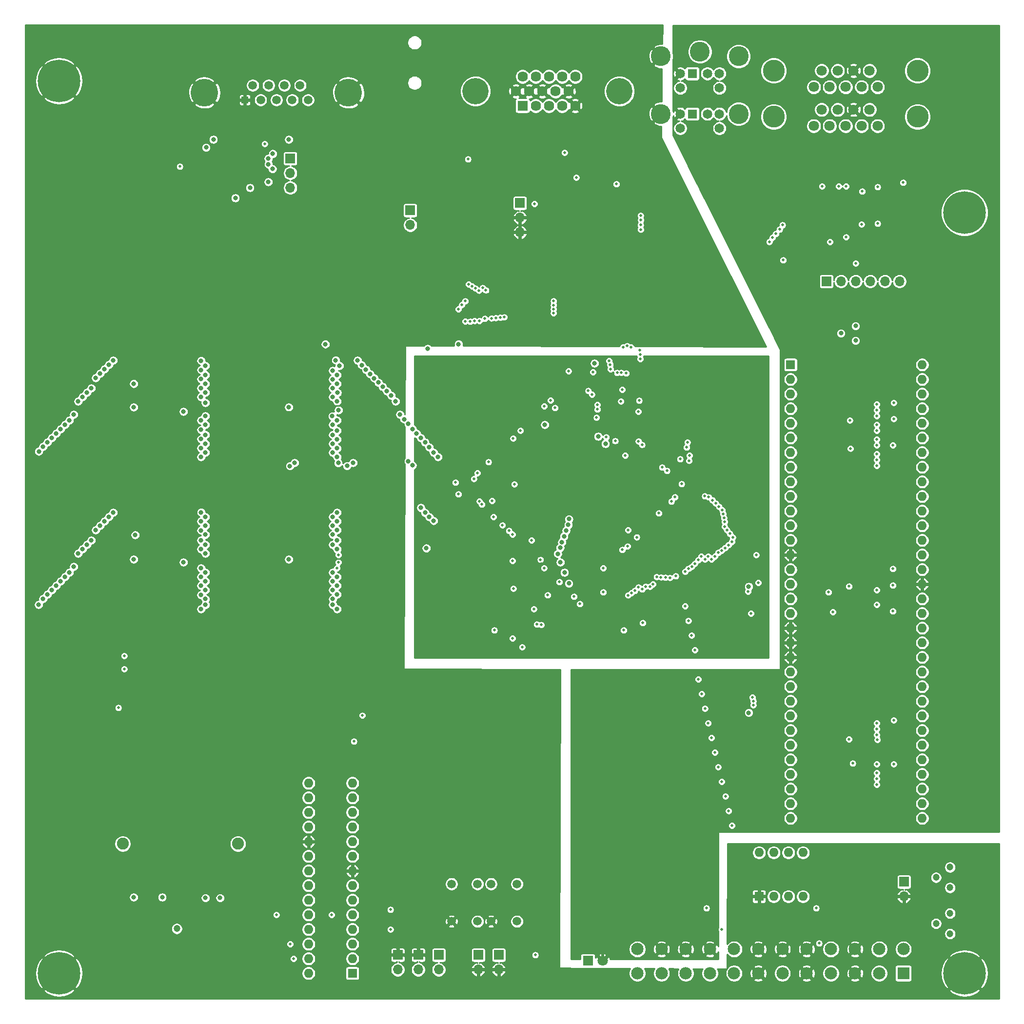
<source format=gbr>
%TF.GenerationSoftware,KiCad,Pcbnew,(5.1.6)-1*%
%TF.CreationDate,2022-06-23T16:10:56-04:00*%
%TF.ProjectId,MigStorm-ITX,4d696753-746f-4726-9d2d-4954582e6b69,rev?*%
%TF.SameCoordinates,Original*%
%TF.FileFunction,Copper,L2,Inr*%
%TF.FilePolarity,Positive*%
%FSLAX46Y46*%
G04 Gerber Fmt 4.6, Leading zero omitted, Abs format (unit mm)*
G04 Created by KiCad (PCBNEW (5.1.6)-1) date 2022-06-23 16:10:56*
%MOMM*%
%LPD*%
G01*
G04 APERTURE LIST*
%TA.AperFunction,ViaPad*%
%ADD10C,7.400000*%
%TD*%
%TA.AperFunction,ViaPad*%
%ADD11C,0.800000*%
%TD*%
%TA.AperFunction,ViaPad*%
%ADD12R,1.800000X1.800000*%
%TD*%
%TA.AperFunction,ViaPad*%
%ADD13C,1.800000*%
%TD*%
%TA.AperFunction,ViaPad*%
%ADD14R,1.700000X1.700000*%
%TD*%
%TA.AperFunction,ViaPad*%
%ADD15O,1.700000X1.700000*%
%TD*%
%TA.AperFunction,ViaPad*%
%ADD16R,2.150000X2.150000*%
%TD*%
%TA.AperFunction,ViaPad*%
%ADD17C,2.150000*%
%TD*%
%TA.AperFunction,ViaPad*%
%ADD18R,1.650000X1.650000*%
%TD*%
%TA.AperFunction,ViaPad*%
%ADD19C,1.650000*%
%TD*%
%TA.AperFunction,ViaPad*%
%ADD20C,3.450000*%
%TD*%
%TA.AperFunction,ViaPad*%
%ADD21C,2.085000*%
%TD*%
%TA.AperFunction,ViaPad*%
%ADD22C,3.810000*%
%TD*%
%TA.AperFunction,ViaPad*%
%ADD23R,1.200000X1.200000*%
%TD*%
%TA.AperFunction,ViaPad*%
%ADD24C,1.500000*%
%TD*%
%TA.AperFunction,ViaPad*%
%ADD25C,4.800000*%
%TD*%
%TA.AperFunction,ViaPad*%
%ADD26R,1.785000X1.785000*%
%TD*%
%TA.AperFunction,ViaPad*%
%ADD27C,1.785000*%
%TD*%
%TA.AperFunction,ViaPad*%
%ADD28C,4.575000*%
%TD*%
%TA.AperFunction,ViaPad*%
%ADD29R,1.600000X1.600000*%
%TD*%
%TA.AperFunction,ViaPad*%
%ADD30O,1.600000X1.600000*%
%TD*%
%TA.AperFunction,ViaPad*%
%ADD31C,0.500000*%
%TD*%
%TA.AperFunction,ViaPad*%
%ADD32C,1.200000*%
%TD*%
%TA.AperFunction,Conductor*%
%ADD33C,0.250000*%
%TD*%
%TA.AperFunction,Conductor*%
%ADD34C,0.500000*%
%TD*%
%TA.AperFunction,Conductor*%
%ADD35C,0.254000*%
%TD*%
G04 APERTURE END LIST*
D10*
%TO.N,GND*%
%TO.C,REF\u002A\u002A*%
X133604000Y-221996000D03*
D11*
%TO.N,N/C*%
X136379000Y-221996000D03*
X135566221Y-223958221D03*
X133604000Y-224771000D03*
X131641779Y-223958221D03*
X130829000Y-221996000D03*
X131641779Y-220033779D03*
X133604000Y-219221000D03*
X135566221Y-220033779D03*
%TD*%
D10*
%TO.N,GND*%
%TO.C,REF\u002A\u002A*%
X290830000Y-221996000D03*
D11*
%TO.N,N/C*%
X293605000Y-221996000D03*
X292792221Y-223958221D03*
X290830000Y-224771000D03*
X288867779Y-223958221D03*
X288055000Y-221996000D03*
X288867779Y-220033779D03*
X290830000Y-219221000D03*
X292792221Y-220033779D03*
%TD*%
D10*
%TO.N,GND*%
%TO.C,REF\u002A\u002A*%
X290830000Y-89916000D03*
D11*
%TO.N,N/C*%
X293605000Y-89916000D03*
X292792221Y-91878221D03*
X290830000Y-92691000D03*
X288867779Y-91878221D03*
X288055000Y-89916000D03*
X288867779Y-87953779D03*
X290830000Y-87141000D03*
X292792221Y-87953779D03*
%TD*%
%TO.N,N/C*%
%TO.C,REF\u002A\u002A*%
X135566221Y-65093779D03*
X133604000Y-64281000D03*
X131641779Y-65093779D03*
X130829000Y-67056000D03*
X131641779Y-69018221D03*
X133604000Y-69831000D03*
X135566221Y-69018221D03*
X136379000Y-67056000D03*
D10*
%TO.N,GND*%
X133604000Y-67056000D03*
%TD*%
D12*
%TO.N,Net-(D1-Pad1)*%
%TO.C,D1*%
X225425000Y-219837000D03*
D13*
%TO.N,5VDC*%
X227965000Y-219837000D03*
%TD*%
D14*
%TO.N,Net-(J1-Pad1)*%
%TO.C,J1*%
X266827000Y-101854000D03*
D15*
%TO.N,Net-(J1-Pad2)*%
X269367000Y-101854000D03*
%TO.N,Net-(J1-Pad3)*%
X271907000Y-101854000D03*
%TO.N,Net-(J1-Pad4)*%
X274447000Y-101854000D03*
%TO.N,GND*%
X276987000Y-101854000D03*
%TO.N,3.3V*%
X279527000Y-101854000D03*
%TD*%
D16*
%TO.N,3.3V*%
%TO.C,J2*%
X280207000Y-222005000D03*
D17*
X276007000Y-222005000D03*
%TO.N,GND*%
X271807000Y-222005000D03*
%TO.N,5VDC*%
X267607000Y-222005000D03*
%TO.N,GND*%
X263407000Y-222005000D03*
%TO.N,5VDC*%
X259207000Y-222005000D03*
%TO.N,GND*%
X255007000Y-222005000D03*
%TO.N,PWROK*%
X250807000Y-222005000D03*
%TO.N,5VSB*%
X246607000Y-222005000D03*
%TO.N,12VDC*%
X242407000Y-222005000D03*
X238207000Y-222005000D03*
%TO.N,3.3V*%
X234007000Y-222005000D03*
X280207000Y-217805000D03*
%TO.N,-12V*%
X276007000Y-217805000D03*
%TO.N,GND*%
X271807000Y-217805000D03*
%TO.N,PS_ON*%
X267607000Y-217805000D03*
%TO.N,GND*%
X263407000Y-217805000D03*
X259207000Y-217805000D03*
X255007000Y-217805000D03*
%TO.N,-5V*%
X250807000Y-217805000D03*
%TO.N,5VDC*%
X246607000Y-217805000D03*
X242407000Y-217805000D03*
X238207000Y-217805000D03*
%TO.N,GND*%
X234007000Y-217805000D03*
%TD*%
D14*
%TO.N,Net-(C40-Pad2)*%
%TO.C,J3*%
X199517000Y-218821000D03*
D15*
%TO.N,Net-(C38-Pad1)*%
X199517000Y-221361000D03*
%TD*%
D14*
%TO.N,GND*%
%TO.C,J4*%
X195961000Y-218821000D03*
D15*
%TO.N,Net-(J4-Pad2)*%
X195961000Y-221361000D03*
%TD*%
D14*
%TO.N,15KHZ*%
%TO.C,J5*%
X213614000Y-88265000D03*
D15*
%TO.N,GND*%
X213614000Y-90805000D03*
X213614000Y-93345000D03*
%TD*%
%TO.N,Net-(J6-Pad2)*%
%TO.C,J6*%
X192405000Y-221361000D03*
D14*
%TO.N,GND*%
X192405000Y-218821000D03*
%TD*%
D18*
%TO.N,Net-(J7-PadA1)*%
%TO.C,J7*%
X243556000Y-65776000D03*
D19*
X246156000Y-65776000D03*
%TO.N,5VDC*%
X241456000Y-65776000D03*
%TO.N,GND*%
X248256000Y-65776000D03*
%TO.N,Net-(J7-PadA6)*%
X241456000Y-68276000D03*
X248256000Y-68276000D03*
D18*
%TO.N,Net-(J7-PadB1)*%
X243556000Y-72776000D03*
D19*
X246156000Y-72776000D03*
%TO.N,5VDC*%
X241456000Y-72776000D03*
%TO.N,GND*%
X248256000Y-72776000D03*
%TO.N,Net-(J7-PadB6)*%
X241456000Y-75276000D03*
X248256000Y-75276000D03*
D20*
%TO.N,GND*%
X251606000Y-62776000D03*
X244856000Y-61976000D03*
X238106000Y-62776000D03*
X251606000Y-72776000D03*
X238106000Y-72776000D03*
%TD*%
D14*
%TO.N,MCLR*%
%TO.C,J8*%
X209931000Y-218821000D03*
D15*
%TO.N,GND*%
X209931000Y-221361000D03*
%TD*%
%TO.N,GND*%
%TO.C,J9*%
X206375000Y-221361000D03*
D14*
%TO.N,BUTTON*%
X206375000Y-218821000D03*
%TD*%
D15*
%TO.N,TXD_MCU*%
%TO.C,J10*%
X173736000Y-85598000D03*
%TO.N,Net-(J10-Pad2)*%
X173736000Y-83058000D03*
D14*
%TO.N,TXD*%
X173736000Y-80518000D03*
%TD*%
D21*
%TO.N,Net-(J11-Pad15)*%
%TO.C,J11*%
X164656000Y-199503000D03*
%TO.N,Net-(J11-Pad16)*%
X144656000Y-199503000D03*
%TD*%
D15*
%TO.N,Net-(C46-Pad1)*%
%TO.C,J12*%
X194564000Y-92075000D03*
D14*
%TO.N,Net-(J12-Pad1)*%
X194564000Y-89535000D03*
%TD*%
D13*
%TO.N,Net-(J13-Pad9B)*%
%TO.C,J13*%
X266010000Y-72028000D03*
%TO.N,Net-(J13-Pad6B)*%
X274320000Y-72028000D03*
%TO.N,5VDC*%
X271550000Y-72028000D03*
%TO.N,GND*%
X268780000Y-72028000D03*
%TO.N,Net-(J13-Pad5B)*%
X264625000Y-74868000D03*
%TO.N,Net-(J13-Pad4B)*%
X267395000Y-74868000D03*
%TO.N,Net-(J13-Pad1B)*%
X275705000Y-74868000D03*
%TO.N,Net-(J13-Pad2B)*%
X272935000Y-74868000D03*
%TO.N,Net-(J13-Pad9A)*%
X266010000Y-65278000D03*
%TO.N,Net-(J13-Pad6A)*%
X274320000Y-65278000D03*
%TO.N,5VDC*%
X271550000Y-65278000D03*
%TO.N,GND*%
X268780000Y-65278000D03*
%TO.N,Net-(J13-Pad5A)*%
X264625000Y-68118000D03*
%TO.N,Net-(J13-Pad4A)*%
X267395000Y-68118000D03*
%TO.N,Net-(J13-Pad1A)*%
X275705000Y-68118000D03*
%TO.N,Net-(J13-Pad2A)*%
X272935000Y-68118000D03*
%TO.N,Net-(J13-Pad3B)*%
X270165000Y-74868000D03*
%TO.N,Net-(J13-Pad3A)*%
X270165000Y-68118000D03*
D22*
%TO.N,N/C*%
X257675000Y-73278000D03*
X257675000Y-65278000D03*
X282655000Y-65278000D03*
X282655000Y-73278000D03*
%TD*%
D23*
%TO.N,GND*%
%TO.C,J14*%
X165862000Y-70358000D03*
D24*
%TO.N,Net-(J14-Pad2)*%
X167232000Y-67818000D03*
%TO.N,Net-(J14-Pad3)*%
X168602000Y-70358000D03*
%TO.N,Net-(J14-Pad4)*%
X169972000Y-67818000D03*
%TO.N,Net-(J14-Pad5)*%
X171342000Y-70358000D03*
%TO.N,Net-(J14-Pad6)*%
X172712000Y-67818000D03*
%TO.N,Net-(J14-Pad7)*%
X174082000Y-70358000D03*
%TO.N,Net-(J14-Pad3)*%
X175452000Y-67818000D03*
%TO.N,Net-(J14-Pad9)*%
X176822000Y-70358000D03*
D25*
%TO.N,GND*%
X158847000Y-69088000D03*
X183837000Y-69088000D03*
%TD*%
D26*
%TO.N,Net-(D2-Pad3)*%
%TO.C,J16*%
X214066000Y-71374000D03*
D27*
%TO.N,Net-(D3-Pad3)*%
X216356000Y-71374000D03*
%TO.N,Net-(D4-Pad3)*%
X218646000Y-71374000D03*
%TO.N,Net-(J16-Pad4)*%
X220936000Y-71374000D03*
%TO.N,GND*%
X223226000Y-71374000D03*
X212921000Y-68834000D03*
X215211000Y-68834000D03*
X217501000Y-68834000D03*
%TO.N,Net-(J16-Pad9)*%
X219791000Y-68834000D03*
%TO.N,GND*%
X222081000Y-68834000D03*
%TO.N,Net-(J16-Pad11)*%
X214066000Y-66294000D03*
%TO.N,Net-(J16-Pad12)*%
X216356000Y-66294000D03*
%TO.N,Net-(D5-Pad3)*%
X218646000Y-66294000D03*
%TO.N,Net-(D6-Pad3)*%
X220936000Y-66294000D03*
%TO.N,Net-(J16-Pad15)*%
X223226000Y-66294000D03*
D28*
%TO.N,Net-(J16-PadMH1)*%
X205896000Y-68834000D03*
X230886000Y-68834000D03*
%TD*%
D24*
%TO.N,GND*%
%TO.C,S1*%
X208606000Y-212979000D03*
%TO.N,Net-(S1-Pad3)*%
X208606000Y-206479000D03*
%TO.N,MCLR*%
X213106000Y-212979000D03*
%TO.N,Net-(S1-Pad1)*%
X213106000Y-206479000D03*
%TD*%
%TO.N,Net-(S2-Pad1)*%
%TO.C,S2*%
X206248000Y-206479000D03*
%TO.N,BUTTON*%
X206248000Y-212979000D03*
%TO.N,Net-(S2-Pad3)*%
X201748000Y-206479000D03*
%TO.N,GND*%
X201748000Y-212979000D03*
%TD*%
D29*
%TO.N,GND*%
%TO.C,U7*%
X255143000Y-208661000D03*
D30*
%TO.N,Net-(C35-Pad2)*%
X262763000Y-201041000D03*
%TO.N,Net-(C40-Pad2)*%
X257683000Y-208661000D03*
X260223000Y-201041000D03*
%TO.N,Net-(R18-Pad1)*%
X260223000Y-208661000D03*
%TO.N,PS_ON*%
X257683000Y-201041000D03*
%TO.N,5VSB*%
X262763000Y-208661000D03*
X255143000Y-201041000D03*
%TD*%
D29*
%TO.N,MCLR*%
%TO.C,IC7*%
X184531000Y-221996000D03*
D30*
%TO.N,SPI_DOUT*%
X176911000Y-188976000D03*
%TO.N,MCC_CLKEN*%
X184531000Y-219456000D03*
%TO.N,SPI_DIN*%
X176911000Y-191516000D03*
%TO.N,FPGA_SEL0*%
X184531000Y-216916000D03*
%TO.N,TXD_MCU*%
X176911000Y-194056000D03*
%TO.N,Net-(IC7-Pad4)*%
X184531000Y-214376000D03*
%TO.N,RXD*%
X176911000Y-196596000D03*
%TO.N,Net-(IC7-Pad5)*%
X184531000Y-211836000D03*
%TO.N,GND*%
X176911000Y-199136000D03*
%TO.N,Net-(IC7-Pad6)*%
X184531000Y-209296000D03*
%TO.N,3.3V*%
X176911000Y-201676000D03*
%TO.N,Net-(IC7-Pad7)*%
X184531000Y-206756000D03*
%TO.N,Net-(IC7-Pad21)*%
X176911000Y-204216000D03*
%TO.N,GND*%
X184531000Y-204216000D03*
%TO.N,Net-(IC7-Pad22)*%
X176911000Y-206756000D03*
%TO.N,Net-(C33-Pad1)*%
X184531000Y-201676000D03*
%TO.N,Net-(IC7-Pad23)*%
X176911000Y-209296000D03*
%TO.N,Net-(C34-Pad2)*%
X184531000Y-199136000D03*
%TO.N,Net-(IC7-Pad24)*%
X176911000Y-211836000D03*
%TO.N,MCC_SEL*%
X184531000Y-196596000D03*
%TO.N,DISKLED*%
X176911000Y-214376000D03*
%TO.N,Net-(IC7-Pad12)*%
X184531000Y-194056000D03*
%TO.N,FPGA_SEL1*%
X176911000Y-216916000D03*
%TO.N,Net-(IC7-Pad13)*%
X184531000Y-191516000D03*
%TO.N,FPGA_SEL2*%
X176911000Y-219456000D03*
%TO.N,SPI_CLK*%
X184531000Y-188976000D03*
%TO.N,Net-(IC7-Pad28)*%
X176911000Y-221996000D03*
%TD*%
D14*
%TO.N,PS_ON*%
%TO.C,J17*%
X280289000Y-206121000D03*
D15*
%TO.N,GND*%
X280289000Y-208661000D03*
%TD*%
D29*
%TO.N,D4*%
%TO.C,U2*%
X260604000Y-116332000D03*
D30*
%TO.N,A5*%
X283464000Y-195072000D03*
%TO.N,D3*%
X260604000Y-118872000D03*
%TO.N,A6*%
X283464000Y-192532000D03*
%TO.N,D2*%
X260604000Y-121412000D03*
%TO.N,A7*%
X283464000Y-189992000D03*
%TO.N,D1*%
X260604000Y-123952000D03*
%TO.N,A8*%
X283464000Y-187452000D03*
%TO.N,D0*%
X260604000Y-126492000D03*
%TO.N,A9*%
X283464000Y-184912000D03*
%TO.N,AS*%
X260604000Y-129032000D03*
%TO.N,A10*%
X283464000Y-182372000D03*
%TO.N,UDS*%
X260604000Y-131572000D03*
%TO.N,A11*%
X283464000Y-179832000D03*
%TO.N,LDS*%
X260604000Y-134112000D03*
%TO.N,A12*%
X283464000Y-177292000D03*
%TO.N,RW*%
X260604000Y-136652000D03*
%TO.N,A13*%
X283464000Y-174752000D03*
%TO.N,DTACK*%
X260604000Y-139192000D03*
%TO.N,A14*%
X283464000Y-172212000D03*
%TO.N,BG*%
X260604000Y-141732000D03*
%TO.N,A15*%
X283464000Y-169672000D03*
%TO.N,BGACK*%
X260604000Y-144272000D03*
%TO.N,A16*%
X283464000Y-167132000D03*
%TO.N,BR*%
X260604000Y-146812000D03*
%TO.N,A17*%
X283464000Y-164592000D03*
%TO.N,5VDC*%
X260604000Y-149352000D03*
%TO.N,A18*%
X283464000Y-162052000D03*
%TO.N,CLK*%
X260604000Y-151892000D03*
%TO.N,A19*%
X283464000Y-159512000D03*
%TO.N,GND*%
X260604000Y-154432000D03*
%TO.N,A20*%
X283464000Y-156972000D03*
%TO.N,Net-(R1-Pad1)*%
X260604000Y-156972000D03*
%TO.N,5VDC*%
X283464000Y-154432000D03*
%TO.N,Net-(R2-Pad1)*%
X260604000Y-159512000D03*
%TO.N,A21*%
X283464000Y-151892000D03*
%TO.N,5VDC*%
X260604000Y-162052000D03*
%TO.N,A22*%
X283464000Y-149352000D03*
%TO.N,5VDC*%
X260604000Y-164592000D03*
%TO.N,A23*%
X283464000Y-146812000D03*
%TO.N,5VDC*%
X260604000Y-167132000D03*
%TO.N,GND*%
X283464000Y-144272000D03*
%TO.N,BERR*%
X260604000Y-169672000D03*
%TO.N,D15*%
X283464000Y-141732000D03*
%TO.N,IPL2*%
X260604000Y-172212000D03*
%TO.N,D14*%
X283464000Y-139192000D03*
%TO.N,IPL1*%
X260604000Y-174752000D03*
%TO.N,D13*%
X283464000Y-136652000D03*
%TO.N,IPL0*%
X260604000Y-177292000D03*
%TO.N,D12*%
X283464000Y-134112000D03*
%TO.N,FC2*%
X260604000Y-179832000D03*
%TO.N,D11*%
X283464000Y-131572000D03*
%TO.N,FC1*%
X260604000Y-182372000D03*
%TO.N,D10*%
X283464000Y-129032000D03*
%TO.N,FC0*%
X260604000Y-184912000D03*
%TO.N,D9*%
X283464000Y-126492000D03*
%TO.N,A1*%
X260604000Y-187452000D03*
%TO.N,D8*%
X283464000Y-123952000D03*
%TO.N,A2*%
X260604000Y-189992000D03*
%TO.N,D7*%
X283464000Y-121412000D03*
%TO.N,A3*%
X260604000Y-192532000D03*
%TO.N,D6*%
X283464000Y-118872000D03*
%TO.N,A4*%
X260604000Y-195072000D03*
%TO.N,D5*%
X283464000Y-116332000D03*
%TD*%
D31*
%TO.N,GND*%
X151257000Y-80518000D03*
X239903000Y-140081000D03*
X237744000Y-142113000D03*
X241681000Y-137033000D03*
X241427000Y-132715000D03*
X238296586Y-134156586D03*
X231902000Y-132080000D03*
X231394000Y-120650000D03*
X225476173Y-120852827D03*
X226314000Y-117602000D03*
X222047175Y-117423828D03*
X218922413Y-122529413D03*
X217832451Y-123543549D03*
X213711043Y-127762000D03*
X212445413Y-129133413D03*
X208153000Y-133223000D03*
X206248000Y-135128000D03*
X206589999Y-140028998D03*
X208788000Y-139954000D03*
X202946000Y-138811000D03*
X209042000Y-142748000D03*
X212344000Y-145796000D03*
X212344000Y-150368000D03*
X217805000Y-151638000D03*
X218440000Y-156337000D03*
X224028000Y-157861000D03*
X228092000Y-155829000D03*
X228092000Y-151638000D03*
X232309646Y-147852528D03*
X233896087Y-146266087D03*
X232410000Y-145034000D03*
X143891000Y-124333000D03*
X157861000Y-123571000D03*
X157988000Y-149987000D03*
X143764000Y-150749000D03*
X170688000Y-150749000D03*
X184785000Y-149606000D03*
X170688000Y-124333000D03*
X184785000Y-123571000D03*
X234950000Y-161163000D03*
X293370000Y-211709000D03*
X293370000Y-215011000D03*
X157861000Y-78613000D03*
X149098000Y-213741000D03*
X156464000Y-213868000D03*
X270764000Y-181356000D03*
X275689166Y-181431528D03*
X278511000Y-185674000D03*
X278511000Y-178054000D03*
X271399000Y-185547000D03*
X267970000Y-159258000D03*
X270764000Y-154813000D03*
X278384000Y-151765000D03*
X278384000Y-154647000D03*
X278384000Y-159131000D03*
X270891000Y-125984000D03*
X271018000Y-130877000D03*
X278511000Y-122936000D03*
X278511000Y-125730000D03*
X278384000Y-130302000D03*
X177800000Y-123952000D03*
X177673000Y-150368000D03*
X215646000Y-146812000D03*
X234188000Y-124460000D03*
X181991000Y-138938000D03*
X162941000Y-163068000D03*
X190373000Y-156718000D03*
X254635000Y-149352000D03*
X202438000Y-136779000D03*
X181864000Y-193802000D03*
D32*
%TO.N,5VDC*%
X226314000Y-196723000D03*
X229362000Y-198755000D03*
X226314000Y-200660000D03*
X223266000Y-198755000D03*
X226314000Y-208407000D03*
X226314000Y-212217000D03*
X223266000Y-209768000D03*
X229489000Y-209768000D03*
X237617000Y-171069000D03*
X231140000Y-171069000D03*
D31*
X270891000Y-184912000D03*
X271526000Y-158877000D03*
X271018000Y-129540000D03*
D11*
%TO.N,3.3V*%
X146558000Y-123698000D03*
X155194000Y-124460000D03*
X173482000Y-123698000D03*
X182118000Y-124206000D03*
X173482000Y-150114000D03*
X146558000Y-150114000D03*
X155194000Y-150622000D03*
D31*
X205613000Y-136144000D03*
X207010000Y-140589000D03*
X211709000Y-145161000D03*
X223012000Y-156591000D03*
X220472000Y-154051000D03*
X231394000Y-148463000D03*
X239141000Y-134747000D03*
X240538000Y-139319000D03*
X226111173Y-121487827D03*
X234315000Y-122555000D03*
X234213587Y-129641413D03*
D32*
X154051000Y-214249000D03*
D31*
X143891000Y-175895000D03*
X154559000Y-81915000D03*
X204597000Y-80645000D03*
X216154000Y-88392000D03*
X223393000Y-83820000D03*
X221361000Y-79502000D03*
X230378000Y-84963000D03*
D32*
X288290000Y-215138000D03*
X288290000Y-211582000D03*
X285877000Y-213360000D03*
X288290000Y-207137000D03*
X288290000Y-203581000D03*
X285877000Y-205359000D03*
D31*
X191135000Y-210947000D03*
X191135000Y-214376000D03*
X171323000Y-211836000D03*
X216281000Y-218821000D03*
X182118000Y-150622000D03*
%TO.N,+2V5*%
X205232000Y-138811000D03*
X217297000Y-150876000D03*
X236601000Y-143129000D03*
X232537000Y-128778000D03*
X228560223Y-124801223D03*
X228854000Y-150368000D03*
X210439000Y-143510000D03*
X209550000Y-132334000D03*
X217043000Y-124841000D03*
X239395000Y-161036000D03*
%TO.N,+1V2*%
X210577766Y-144197893D03*
X217188307Y-150171520D03*
X234820180Y-130248006D03*
X231157209Y-122699209D03*
X231648000Y-162433000D03*
X216027000Y-158750000D03*
X212471000Y-155194000D03*
%TO.N,Net-(C38-Pad1)*%
X265557000Y-216789000D03*
%TO.N,Net-(C40-Pad2)*%
X245999000Y-210693000D03*
%TO.N,PWROK*%
X248666000Y-214376000D03*
%TO.N,Net-(IC1-Pad10)*%
X144907000Y-169164000D03*
X144907000Y-166878000D03*
%TO.N,CPU_D5*%
X245716808Y-139153233D03*
X232388127Y-156351582D03*
%TO.N,CPU_D6*%
X246395942Y-139322882D03*
X232970564Y-155963291D03*
%TO.N,CPU_D7*%
X247015000Y-139835471D03*
X233553000Y-155575000D03*
%TO.N,CPU_D8*%
X247608788Y-140410471D03*
X234200400Y-154972873D03*
%TO.N,CPU_D9*%
X248183789Y-140985471D03*
X234823000Y-155321000D03*
%TO.N,CPU_D10*%
X248758789Y-141560471D03*
X235434646Y-154828245D03*
%TO.N,CPU_D11*%
X248895706Y-142246952D03*
X236167998Y-154852001D03*
%TO.N,CPU_D12*%
X249034552Y-142933046D03*
X236728000Y-154432000D03*
%TO.N,CPU_D13*%
X249158913Y-143621913D03*
X237351136Y-153173864D03*
%TO.N,CPU_D14*%
X249134999Y-144459000D03*
X238103834Y-153219454D03*
%TO.N,CPU_DTACK*%
X275590000Y-133858000D03*
D11*
X222123000Y-154305000D03*
D31*
%TO.N,CPU_RW*%
X275590000Y-132842000D03*
D11*
X221361000Y-152400000D03*
D31*
%TO.N,CPU_LDS*%
X275590000Y-131826000D03*
D11*
X220636000Y-150621998D03*
D31*
%TO.N,CPU_UDS*%
X275590000Y-130302000D03*
D11*
X220190223Y-149151650D03*
D31*
%TO.N,CPU_AS*%
X275590000Y-129286000D03*
D11*
X220611231Y-148094231D03*
D31*
%TO.N,CPU_D0*%
X275590000Y-127762000D03*
D11*
X220903157Y-147133537D03*
D31*
%TO.N,CPU_D1*%
X275590000Y-126746000D03*
D11*
X221265017Y-146136678D03*
D31*
%TO.N,CPU_D2*%
X275589997Y-125222003D03*
D11*
X221639631Y-145125653D03*
D31*
%TO.N,CPU_D3*%
X275590000Y-124206000D03*
D11*
X222006694Y-144122180D03*
D31*
%TO.N,CPU_D4*%
X275590000Y-123190000D03*
D11*
X222139774Y-143131073D03*
D31*
%TO.N,CPU_CLK*%
X275590000Y-155448000D03*
D11*
X253339020Y-154851997D03*
D31*
%TO.N,CPU_RESET*%
X275590000Y-157988000D03*
D11*
X253339020Y-176747000D03*
D31*
%TO.N,CPU_A15*%
X244581002Y-170942000D03*
X244581002Y-150241000D03*
%TO.N,CPU_A16*%
X244006002Y-165862000D03*
X243967000Y-150876000D03*
%TO.N,CPU_A17*%
X243431002Y-163322000D03*
X243456397Y-151401008D03*
%TO.N,CPU_A18*%
X242856002Y-160782000D03*
X242856012Y-151760945D03*
%TO.N,CPU_A19*%
X242281002Y-158242000D03*
X242281002Y-152259976D03*
%TO.N,RESET*%
X253238000Y-155702000D03*
X253746000Y-159512000D03*
%TO.N,CPU_A21*%
X267208000Y-155829000D03*
X255016000Y-154178000D03*
%TO.N,CPU_A22*%
X250571000Y-146304000D03*
X240665000Y-153035000D03*
%TO.N,CPU_A23*%
X250063000Y-145669000D03*
X239635966Y-153302034D03*
%TO.N,CPU_D15*%
X249555000Y-145034000D03*
X238883743Y-153292257D03*
%TO.N,CPU_A14*%
X245156002Y-173482000D03*
X245103491Y-149612509D03*
%TO.N,CPU_A13*%
X245731002Y-176022000D03*
X245731002Y-150114000D03*
%TO.N,CPU_A12*%
X246306002Y-178562000D03*
X246306012Y-149597233D03*
%TO.N,CPU_A11*%
X246881002Y-181102000D03*
X246881002Y-150114000D03*
%TO.N,CPU_A10*%
X247456002Y-183642000D03*
X247456024Y-149606000D03*
%TO.N,CPU_A9*%
X248031002Y-186182000D03*
X248031006Y-148971006D03*
%TO.N,CPU_A8*%
X248666000Y-188722000D03*
X248666000Y-148590000D03*
%TO.N,CPU_A7*%
X249294000Y-191262000D03*
X249241010Y-148129609D03*
%TO.N,CPU_A6*%
X249869000Y-193802000D03*
X249834623Y-147622382D03*
%TO.N,CPU_A5*%
X250444000Y-196342000D03*
X250444000Y-147066000D03*
%TO.N,CPU_A4*%
X275590000Y-189230000D03*
X242976595Y-132994595D03*
%TO.N,CPU_A3*%
X275590000Y-188214000D03*
X243078004Y-132080000D03*
%TO.N,CPU_A2*%
X275590000Y-187198000D03*
X242570000Y-130683000D03*
%TO.N,CPU_A1*%
X275590000Y-185674000D03*
X242697000Y-129794000D03*
%TO.N,CPU_IPL0*%
X275590000Y-180594000D03*
X254127000Y-175447000D03*
%TO.N,CPU_IPL1*%
X275590000Y-179578000D03*
X254127000Y-174746997D03*
%TO.N,CPU_IPL2*%
X275590000Y-178562000D03*
X254000000Y-174057000D03*
%TO.N,Net-(IC7-Pad5)*%
X186245500Y-177228500D03*
%TO.N,SPI_CLK*%
X184785000Y-181737000D03*
%TO.N,SPI_DOUT*%
X212635913Y-137070913D03*
D11*
%TO.N,RXD*%
X169926000Y-84582000D03*
X228473000Y-130048000D03*
D31*
%TO.N,Net-(IC7-Pad24)*%
X180915000Y-211836000D03*
%TO.N,FPGA_SEL1*%
X173729000Y-216916000D03*
%TO.N,FPGA_SEL2*%
X174304000Y-219456000D03*
%TO.N,Net-(J4-Pad2)*%
X209169000Y-162433000D03*
%TO.N,15KHZ*%
X226911089Y-125513911D03*
%TO.N,TXD*%
X230154712Y-129570708D03*
D11*
%TO.N,Net-(J11-Pad1)*%
X161544000Y-208915000D03*
%TO.N,Net-(J11-Pad2)*%
X159004000Y-208915000D03*
%TO.N,Net-(J11-Pad5)*%
X151511000Y-208788000D03*
%TO.N,Net-(J11-Pad7)*%
X146558000Y-208788000D03*
D31*
%TO.N,Net-(J13-Pad1B)*%
X275717000Y-85471000D03*
%TO.N,Net-(J13-Pad2B)*%
X273050000Y-86233000D03*
%TO.N,Net-(J13-Pad3B)*%
X270256000Y-85344000D03*
D11*
%TO.N,Net-(J14-Pad4)*%
X169926000Y-80518000D03*
X166751000Y-85598000D03*
%TO.N,Net-(J14-Pad5)*%
X170697000Y-79685949D03*
X159131000Y-78613000D03*
%TO.N,Net-(J14-Pad6)*%
X169938651Y-81530654D03*
X164211000Y-87376000D03*
%TO.N,Net-(J14-Pad7)*%
X173482000Y-77216000D03*
X160401000Y-77216000D03*
%TO.N,TDI*%
X226568000Y-116078000D03*
X269367000Y-110871000D03*
%TO.N,TDO*%
X271907000Y-112141000D03*
X271907000Y-109601000D03*
D31*
%TO.N,PROG_B*%
X219710000Y-123825000D03*
%TO.N,CCLK*%
X217322151Y-161495138D03*
X213995008Y-165354000D03*
%TO.N,Net-(R18-Pad1)*%
X265049000Y-210693000D03*
%TO.N,KBDDAT*%
X234569000Y-90424000D03*
X219465010Y-105283000D03*
X204130319Y-105283000D03*
X205740000Y-108712000D03*
%TO.N,KBDCLK*%
X234625585Y-91180588D03*
X219465010Y-105983003D03*
X203555319Y-105918000D03*
X204978000Y-108839000D03*
%TO.N,MSDAT*%
X234569000Y-92075000D03*
X219465010Y-106683006D03*
X202946000Y-106680000D03*
X204126913Y-108801087D03*
%TO.N,DONE*%
X216544010Y-161417000D03*
X212344000Y-163830000D03*
%TO.N,MSCLK*%
X234594587Y-92862587D03*
X219465010Y-107383009D03*
%TO.N,JOYA4*%
X271907000Y-98739000D03*
X280162000Y-84709000D03*
%TO.N,JOYB4*%
X258699000Y-92837000D03*
X268986000Y-85344000D03*
%TO.N,JOYB5*%
X259207000Y-92075000D03*
X266065000Y-85344000D03*
%TO.N,JOYB3*%
X259334000Y-98171000D03*
X275717000Y-91821000D03*
%TO.N,JOYB2*%
X258064000Y-93599000D03*
X272923000Y-91948000D03*
%TO.N,JOYB1*%
X257489000Y-94234000D03*
X270256000Y-94174000D03*
%TO.N,JOYB0*%
X256913999Y-94988999D03*
X267462000Y-94996000D03*
%TO.N,RED0*%
X209423000Y-108204000D03*
X206502000Y-103437990D03*
%TO.N,RED1*%
X208666405Y-108260592D03*
X205905433Y-103071759D03*
%TO.N,RED2*%
X207518000Y-108331006D03*
X205305620Y-102710870D03*
%TO.N,RED3*%
X204705319Y-102350795D03*
X206566983Y-108705664D03*
%TO.N,GREEN0*%
X232220679Y-113066522D03*
X229298313Y-116344499D03*
%TO.N,GREEN1*%
X231547292Y-113257708D03*
X229100917Y-115672895D03*
%TO.N,GREEN2*%
X207712000Y-103417001D03*
X210894525Y-108070664D03*
%TO.N,GREEN3*%
X207137000Y-102997000D03*
X210197039Y-108129964D03*
%TO.N,BLUE0*%
X234525724Y-115334623D03*
X232047623Y-117812724D03*
%TO.N,BLUE1*%
X234498585Y-114548588D03*
X231191330Y-117715327D03*
%TO.N,BLUE2*%
X234442000Y-113792000D03*
X230491457Y-117729269D03*
%TO.N,BLUE3*%
X232918000Y-113284000D03*
X229362000Y-117094000D03*
%TO.N,HSYNC*%
X227076000Y-124079000D03*
%TO.N,VSYNC*%
X227065529Y-123255356D03*
D11*
%TO.N,RAM_SEL2*%
X184658000Y-133350000D03*
X146812000Y-145893000D03*
%TO.N,RAM_SEL3*%
X217932000Y-126746000D03*
X197358000Y-148183022D03*
%TO.N,RAM_SEL1*%
X202972527Y-112749473D03*
X179832000Y-112761053D03*
%TO.N,RAM_A5*%
X143002000Y-141986000D03*
X143002000Y-115570000D03*
%TO.N,RAM_A4*%
X142240000Y-142748000D03*
X142240000Y-116332000D03*
%TO.N,RAM_A3*%
X141478000Y-143510000D03*
X141478000Y-117094000D03*
%TO.N,RAM_A2*%
X140716000Y-117856000D03*
X140716000Y-144272000D03*
%TO.N,RAM_A1*%
X139954000Y-145034000D03*
X139954000Y-118618000D03*
%TO.N,RAM_SEL0*%
X197616653Y-113533347D03*
X146558000Y-119627000D03*
%TO.N,RAM_D0*%
X139192000Y-146812000D03*
X139192000Y-120396000D03*
%TO.N,RAM_D1*%
X138430000Y-121158000D03*
X138430000Y-147574000D03*
%TO.N,RAM_D2*%
X137668000Y-121920000D03*
X137668000Y-148336000D03*
%TO.N,RAM_D3*%
X136906000Y-149098000D03*
X136906000Y-122682000D03*
%TO.N,RAM_A6*%
X181864000Y-141986000D03*
X158260000Y-141968000D03*
X158242000Y-115627000D03*
X185420000Y-115570000D03*
X181628022Y-115552000D03*
%TO.N,RAM_A7*%
X159004000Y-142748000D03*
X181102000Y-142748000D03*
X159007251Y-116502000D03*
X186145000Y-116402051D03*
X182290113Y-116510124D03*
%TO.N,RAM_A8*%
X158242000Y-143510000D03*
X181864000Y-143510000D03*
X158242000Y-117227000D03*
X181102000Y-117348000D03*
X186870000Y-117187639D03*
%TO.N,RAM_OE*%
X159004000Y-144272000D03*
X181102000Y-144272000D03*
X159004000Y-118102000D03*
X181864000Y-118110000D03*
X187595000Y-117941789D03*
%TO.N,RAM_UB*%
X158242000Y-145093000D03*
X181864000Y-145034000D03*
X158242000Y-118827000D03*
X181102000Y-118872000D03*
X188320000Y-118679412D03*
%TO.N,RAM_LB*%
X159004000Y-145818000D03*
X181102000Y-145818000D03*
X159004000Y-119634000D03*
X181864000Y-119634000D03*
X189045000Y-119409367D03*
%TO.N,RAM_D15*%
X158242000Y-146812000D03*
X181864000Y-146812000D03*
X158242000Y-120396000D03*
X181102000Y-120396000D03*
X189770000Y-120142000D03*
%TO.N,RAM_D14*%
X159004000Y-147574000D03*
X181102000Y-147574000D03*
X159004000Y-121158000D03*
X181934051Y-121195000D03*
X190500000Y-120904000D03*
%TO.N,RAM_D13*%
X158242000Y-148336000D03*
X181864000Y-148336000D03*
X158242000Y-121920000D03*
X181102000Y-121920000D03*
X191262000Y-121666000D03*
%TO.N,RAM_D12*%
X159004000Y-149098000D03*
X159004000Y-122936000D03*
X181864004Y-122682000D03*
X192024000Y-122682000D03*
D31*
X182118000Y-149352000D03*
D11*
%TO.N,RAM_D11*%
X158242000Y-151638000D03*
X159004000Y-125222000D03*
X181031949Y-125259000D03*
X192786000Y-124968000D03*
D31*
X181864000Y-151638000D03*
D11*
%TO.N,RAM_D10*%
X159004000Y-152400000D03*
X181102000Y-152400000D03*
X158242000Y-125984000D03*
X181864000Y-125984000D03*
X193511000Y-125800051D03*
%TO.N,RAM_D9*%
X158242000Y-153162000D03*
X181864000Y-153162000D03*
X159004000Y-126746000D03*
X181102000Y-126746000D03*
X194236000Y-126585639D03*
X194236000Y-133077000D03*
%TO.N,RAM_D8*%
X159004000Y-153924000D03*
X181102000Y-153924000D03*
X158242000Y-127627000D03*
X181864000Y-127762000D03*
X194961000Y-127508000D03*
X194961000Y-133802000D03*
%TO.N,RAM_A9*%
X159004000Y-155448000D03*
X181102000Y-155448000D03*
X158242000Y-129227000D03*
X181864000Y-129286000D03*
X196411000Y-129035930D03*
X196411000Y-141155000D03*
%TO.N,RAM_A10*%
X158242000Y-156293000D03*
X181864000Y-156210000D03*
X159004000Y-130048000D03*
X181102000Y-130048000D03*
X197136000Y-129794000D03*
X197136000Y-142006067D03*
%TO.N,RAM_A11*%
X159004000Y-157018000D03*
X181102000Y-157018000D03*
X158242000Y-130810000D03*
X181864000Y-130847000D03*
X197861000Y-130642125D03*
X197861000Y-142748000D03*
%TO.N,RAM_A12*%
X159004000Y-158018003D03*
X181102000Y-158018003D03*
X159004000Y-131572000D03*
X181102000Y-131572000D03*
X198628000Y-131572000D03*
X198628000Y-143420280D03*
%TO.N,RAM_A13*%
X183601557Y-133898443D03*
X173665949Y-133904701D03*
%TO.N,RAM_A14*%
X130085000Y-131388051D03*
X130048000Y-157988000D03*
X174498000Y-133350000D03*
X182072904Y-133386990D03*
%TO.N,RAM_D4*%
X136144000Y-151384000D03*
X136144000Y-124968000D03*
%TO.N,RAM_D5*%
X135382000Y-125984000D03*
X135382000Y-152400000D03*
%TO.N,RAM_D6*%
X134620000Y-126746000D03*
X134620000Y-153162000D03*
%TO.N,RAM_D7*%
X133858000Y-153924000D03*
X133858000Y-127508000D03*
%TO.N,RAM_WE*%
X133096000Y-128270000D03*
X133096000Y-154686000D03*
%TO.N,RAM_A19*%
X158242000Y-154693000D03*
X181864000Y-154686000D03*
X159004000Y-128502000D03*
X181102000Y-128502000D03*
X195686000Y-128284178D03*
%TO.N,RAM_A18*%
X158242000Y-158750000D03*
X181864000Y-158750000D03*
X158242000Y-132334000D03*
X181864000Y-132334000D03*
X199390000Y-132334000D03*
%TO.N,RAM_A17*%
X132334000Y-155448000D03*
X132334000Y-129032000D03*
%TO.N,RAM_A16*%
X131572000Y-129794000D03*
X131572000Y-156210000D03*
%TO.N,RAM_A15*%
X130810000Y-156972000D03*
X130810000Y-130556000D03*
D31*
%TO.N,RTS*%
X169291000Y-77978000D03*
X228593024Y-128905000D03*
D11*
%TO.N,CTS*%
X170663651Y-82333000D03*
X227203002Y-128778000D03*
%TD*%
D33*
%TO.N,GND*%
X177042001Y-150998999D02*
X177673000Y-150368000D01*
X170937999Y-150998999D02*
X177042001Y-150998999D01*
X170688000Y-150749000D02*
X170937999Y-150998999D01*
X177328999Y-124423001D02*
X177800000Y-123952000D01*
X170778001Y-124423001D02*
X177328999Y-124423001D01*
X170688000Y-124333000D02*
X170778001Y-124423001D01*
X184344001Y-150046999D02*
X184785000Y-149606000D01*
X177994001Y-150046999D02*
X184344001Y-150046999D01*
X177673000Y-150368000D02*
X177994001Y-150046999D01*
X184694999Y-123480999D02*
X184785000Y-123571000D01*
X178271001Y-123480999D02*
X184694999Y-123480999D01*
X177800000Y-123952000D02*
X178271001Y-123480999D01*
D34*
%TO.N,5VDC*%
X227965000Y-213868000D02*
X226314000Y-212217000D01*
X227965000Y-219837000D02*
X227965000Y-213868000D01*
%TD*%
D35*
%TO.N,5VDC*%
G36*
X296799000Y-197485000D02*
G01*
X248158000Y-197485000D01*
X248133224Y-197487440D01*
X248109399Y-197494667D01*
X248087443Y-197506403D01*
X248068197Y-197522197D01*
X248052403Y-197541443D01*
X248040667Y-197563399D01*
X248033440Y-197587224D01*
X248031000Y-197612000D01*
X248031000Y-214139938D01*
X248015016Y-214178526D01*
X247989000Y-214309321D01*
X247989000Y-214442679D01*
X248015016Y-214573474D01*
X248031000Y-214612062D01*
X248031000Y-217322792D01*
X247953770Y-217123753D01*
X247921662Y-217063681D01*
X247713486Y-216943173D01*
X246851659Y-217805000D01*
X247713486Y-218666827D01*
X247921662Y-218546319D01*
X248031000Y-218298334D01*
X248031000Y-219583000D01*
X229267473Y-219583000D01*
X229243809Y-219459300D01*
X229145552Y-219217074D01*
X229136329Y-219199819D01*
X228946047Y-219100612D01*
X228463659Y-219583000D01*
X227974341Y-219583000D01*
X228701388Y-218855953D01*
X228602181Y-218665671D01*
X228361422Y-218563870D01*
X228105429Y-218510994D01*
X227844040Y-218509077D01*
X227587300Y-218558191D01*
X227345074Y-218656448D01*
X227327819Y-218665671D01*
X227228612Y-218855953D01*
X227955659Y-219583000D01*
X227466341Y-219583000D01*
X226983953Y-219100612D01*
X226793671Y-219199819D01*
X226754066Y-219293485D01*
X226754066Y-218937000D01*
X226745822Y-218853293D01*
X226721405Y-218772804D01*
X226681755Y-218698624D01*
X226628395Y-218633605D01*
X226563376Y-218580245D01*
X226489196Y-218540595D01*
X226408707Y-218516178D01*
X226325000Y-218507934D01*
X224525000Y-218507934D01*
X224441293Y-218516178D01*
X224360804Y-218540595D01*
X224286624Y-218580245D01*
X224221605Y-218633605D01*
X224168245Y-218698624D01*
X224128595Y-218772804D01*
X224104178Y-218853293D01*
X224095934Y-218937000D01*
X224095934Y-219583000D01*
X222504000Y-219583000D01*
X222504000Y-217657066D01*
X232505000Y-217657066D01*
X232505000Y-217952934D01*
X232562721Y-218243117D01*
X232675944Y-218516464D01*
X232840320Y-218762469D01*
X233049531Y-218971680D01*
X233295536Y-219136056D01*
X233568883Y-219249279D01*
X233859066Y-219307000D01*
X234154934Y-219307000D01*
X234445117Y-219249279D01*
X234718464Y-219136056D01*
X234964469Y-218971680D01*
X235024663Y-218911486D01*
X237345173Y-218911486D01*
X237465681Y-219119662D01*
X237736403Y-219239025D01*
X238025211Y-219303279D01*
X238321003Y-219309956D01*
X238612415Y-219258797D01*
X238888247Y-219151770D01*
X238948319Y-219119662D01*
X239068827Y-218911486D01*
X241545173Y-218911486D01*
X241665681Y-219119662D01*
X241936403Y-219239025D01*
X242225211Y-219303279D01*
X242521003Y-219309956D01*
X242812415Y-219258797D01*
X243088247Y-219151770D01*
X243148319Y-219119662D01*
X243268827Y-218911486D01*
X245745173Y-218911486D01*
X245865681Y-219119662D01*
X246136403Y-219239025D01*
X246425211Y-219303279D01*
X246721003Y-219309956D01*
X247012415Y-219258797D01*
X247288247Y-219151770D01*
X247348319Y-219119662D01*
X247468827Y-218911486D01*
X246607000Y-218049659D01*
X245745173Y-218911486D01*
X243268827Y-218911486D01*
X242407000Y-218049659D01*
X241545173Y-218911486D01*
X239068827Y-218911486D01*
X238207000Y-218049659D01*
X237345173Y-218911486D01*
X235024663Y-218911486D01*
X235173680Y-218762469D01*
X235338056Y-218516464D01*
X235451279Y-218243117D01*
X235509000Y-217952934D01*
X235509000Y-217919003D01*
X236702044Y-217919003D01*
X236753203Y-218210415D01*
X236860230Y-218486247D01*
X236892338Y-218546319D01*
X237100514Y-218666827D01*
X237962341Y-217805000D01*
X238451659Y-217805000D01*
X239313486Y-218666827D01*
X239521662Y-218546319D01*
X239641025Y-218275597D01*
X239705279Y-217986789D01*
X239706809Y-217919003D01*
X240902044Y-217919003D01*
X240953203Y-218210415D01*
X241060230Y-218486247D01*
X241092338Y-218546319D01*
X241300514Y-218666827D01*
X242162341Y-217805000D01*
X242651659Y-217805000D01*
X243513486Y-218666827D01*
X243721662Y-218546319D01*
X243841025Y-218275597D01*
X243905279Y-217986789D01*
X243906809Y-217919003D01*
X245102044Y-217919003D01*
X245153203Y-218210415D01*
X245260230Y-218486247D01*
X245292338Y-218546319D01*
X245500514Y-218666827D01*
X246362341Y-217805000D01*
X245500514Y-216943173D01*
X245292338Y-217063681D01*
X245172975Y-217334403D01*
X245108721Y-217623211D01*
X245102044Y-217919003D01*
X243906809Y-217919003D01*
X243911956Y-217690997D01*
X243860797Y-217399585D01*
X243753770Y-217123753D01*
X243721662Y-217063681D01*
X243513486Y-216943173D01*
X242651659Y-217805000D01*
X242162341Y-217805000D01*
X241300514Y-216943173D01*
X241092338Y-217063681D01*
X240972975Y-217334403D01*
X240908721Y-217623211D01*
X240902044Y-217919003D01*
X239706809Y-217919003D01*
X239711956Y-217690997D01*
X239660797Y-217399585D01*
X239553770Y-217123753D01*
X239521662Y-217063681D01*
X239313486Y-216943173D01*
X238451659Y-217805000D01*
X237962341Y-217805000D01*
X237100514Y-216943173D01*
X236892338Y-217063681D01*
X236772975Y-217334403D01*
X236708721Y-217623211D01*
X236702044Y-217919003D01*
X235509000Y-217919003D01*
X235509000Y-217657066D01*
X235451279Y-217366883D01*
X235338056Y-217093536D01*
X235173680Y-216847531D01*
X235024663Y-216698514D01*
X237345173Y-216698514D01*
X238207000Y-217560341D01*
X239068827Y-216698514D01*
X241545173Y-216698514D01*
X242407000Y-217560341D01*
X243268827Y-216698514D01*
X245745173Y-216698514D01*
X246607000Y-217560341D01*
X247468827Y-216698514D01*
X247348319Y-216490338D01*
X247077597Y-216370975D01*
X246788789Y-216306721D01*
X246492997Y-216300044D01*
X246201585Y-216351203D01*
X245925753Y-216458230D01*
X245865681Y-216490338D01*
X245745173Y-216698514D01*
X243268827Y-216698514D01*
X243148319Y-216490338D01*
X242877597Y-216370975D01*
X242588789Y-216306721D01*
X242292997Y-216300044D01*
X242001585Y-216351203D01*
X241725753Y-216458230D01*
X241665681Y-216490338D01*
X241545173Y-216698514D01*
X239068827Y-216698514D01*
X238948319Y-216490338D01*
X238677597Y-216370975D01*
X238388789Y-216306721D01*
X238092997Y-216300044D01*
X237801585Y-216351203D01*
X237525753Y-216458230D01*
X237465681Y-216490338D01*
X237345173Y-216698514D01*
X235024663Y-216698514D01*
X234964469Y-216638320D01*
X234718464Y-216473944D01*
X234445117Y-216360721D01*
X234154934Y-216303000D01*
X233859066Y-216303000D01*
X233568883Y-216360721D01*
X233295536Y-216473944D01*
X233049531Y-216638320D01*
X232840320Y-216847531D01*
X232675944Y-217093536D01*
X232562721Y-217366883D01*
X232505000Y-217657066D01*
X222504000Y-217657066D01*
X222504000Y-210626321D01*
X245322000Y-210626321D01*
X245322000Y-210759679D01*
X245348016Y-210890474D01*
X245399050Y-211013680D01*
X245473140Y-211124563D01*
X245567437Y-211218860D01*
X245678320Y-211292950D01*
X245801526Y-211343984D01*
X245932321Y-211370000D01*
X246065679Y-211370000D01*
X246196474Y-211343984D01*
X246319680Y-211292950D01*
X246430563Y-211218860D01*
X246524860Y-211124563D01*
X246598950Y-211013680D01*
X246649984Y-210890474D01*
X246676000Y-210759679D01*
X246676000Y-210626321D01*
X246649984Y-210495526D01*
X246598950Y-210372320D01*
X246524860Y-210261437D01*
X246430563Y-210167140D01*
X246319680Y-210093050D01*
X246196474Y-210042016D01*
X246065679Y-210016000D01*
X245932321Y-210016000D01*
X245801526Y-210042016D01*
X245678320Y-210093050D01*
X245567437Y-210167140D01*
X245473140Y-210261437D01*
X245399050Y-210372320D01*
X245348016Y-210495526D01*
X245322000Y-210626321D01*
X222504000Y-210626321D01*
X222504000Y-196275321D01*
X249767000Y-196275321D01*
X249767000Y-196408679D01*
X249793016Y-196539474D01*
X249844050Y-196662680D01*
X249918140Y-196773563D01*
X250012437Y-196867860D01*
X250123320Y-196941950D01*
X250246526Y-196992984D01*
X250377321Y-197019000D01*
X250510679Y-197019000D01*
X250641474Y-196992984D01*
X250764680Y-196941950D01*
X250875563Y-196867860D01*
X250969860Y-196773563D01*
X251043950Y-196662680D01*
X251094984Y-196539474D01*
X251121000Y-196408679D01*
X251121000Y-196275321D01*
X251094984Y-196144526D01*
X251043950Y-196021320D01*
X250969860Y-195910437D01*
X250875563Y-195816140D01*
X250764680Y-195742050D01*
X250641474Y-195691016D01*
X250510679Y-195665000D01*
X250377321Y-195665000D01*
X250246526Y-195691016D01*
X250123320Y-195742050D01*
X250012437Y-195816140D01*
X249918140Y-195910437D01*
X249844050Y-196021320D01*
X249793016Y-196144526D01*
X249767000Y-196275321D01*
X222504000Y-196275321D01*
X222504000Y-194951151D01*
X259377000Y-194951151D01*
X259377000Y-195192849D01*
X259424153Y-195429903D01*
X259516647Y-195653202D01*
X259650927Y-195854167D01*
X259821833Y-196025073D01*
X260022798Y-196159353D01*
X260246097Y-196251847D01*
X260483151Y-196299000D01*
X260724849Y-196299000D01*
X260961903Y-196251847D01*
X261185202Y-196159353D01*
X261386167Y-196025073D01*
X261557073Y-195854167D01*
X261691353Y-195653202D01*
X261783847Y-195429903D01*
X261831000Y-195192849D01*
X261831000Y-194951151D01*
X282237000Y-194951151D01*
X282237000Y-195192849D01*
X282284153Y-195429903D01*
X282376647Y-195653202D01*
X282510927Y-195854167D01*
X282681833Y-196025073D01*
X282882798Y-196159353D01*
X283106097Y-196251847D01*
X283343151Y-196299000D01*
X283584849Y-196299000D01*
X283821903Y-196251847D01*
X284045202Y-196159353D01*
X284246167Y-196025073D01*
X284417073Y-195854167D01*
X284551353Y-195653202D01*
X284643847Y-195429903D01*
X284691000Y-195192849D01*
X284691000Y-194951151D01*
X284643847Y-194714097D01*
X284551353Y-194490798D01*
X284417073Y-194289833D01*
X284246167Y-194118927D01*
X284045202Y-193984647D01*
X283821903Y-193892153D01*
X283584849Y-193845000D01*
X283343151Y-193845000D01*
X283106097Y-193892153D01*
X282882798Y-193984647D01*
X282681833Y-194118927D01*
X282510927Y-194289833D01*
X282376647Y-194490798D01*
X282284153Y-194714097D01*
X282237000Y-194951151D01*
X261831000Y-194951151D01*
X261783847Y-194714097D01*
X261691353Y-194490798D01*
X261557073Y-194289833D01*
X261386167Y-194118927D01*
X261185202Y-193984647D01*
X260961903Y-193892153D01*
X260724849Y-193845000D01*
X260483151Y-193845000D01*
X260246097Y-193892153D01*
X260022798Y-193984647D01*
X259821833Y-194118927D01*
X259650927Y-194289833D01*
X259516647Y-194490798D01*
X259424153Y-194714097D01*
X259377000Y-194951151D01*
X222504000Y-194951151D01*
X222504000Y-193735321D01*
X249192000Y-193735321D01*
X249192000Y-193868679D01*
X249218016Y-193999474D01*
X249269050Y-194122680D01*
X249343140Y-194233563D01*
X249437437Y-194327860D01*
X249548320Y-194401950D01*
X249671526Y-194452984D01*
X249802321Y-194479000D01*
X249935679Y-194479000D01*
X250066474Y-194452984D01*
X250189680Y-194401950D01*
X250300563Y-194327860D01*
X250394860Y-194233563D01*
X250468950Y-194122680D01*
X250519984Y-193999474D01*
X250546000Y-193868679D01*
X250546000Y-193735321D01*
X250519984Y-193604526D01*
X250468950Y-193481320D01*
X250394860Y-193370437D01*
X250300563Y-193276140D01*
X250189680Y-193202050D01*
X250066474Y-193151016D01*
X249935679Y-193125000D01*
X249802321Y-193125000D01*
X249671526Y-193151016D01*
X249548320Y-193202050D01*
X249437437Y-193276140D01*
X249343140Y-193370437D01*
X249269050Y-193481320D01*
X249218016Y-193604526D01*
X249192000Y-193735321D01*
X222504000Y-193735321D01*
X222504000Y-192411151D01*
X259377000Y-192411151D01*
X259377000Y-192652849D01*
X259424153Y-192889903D01*
X259516647Y-193113202D01*
X259650927Y-193314167D01*
X259821833Y-193485073D01*
X260022798Y-193619353D01*
X260246097Y-193711847D01*
X260483151Y-193759000D01*
X260724849Y-193759000D01*
X260961903Y-193711847D01*
X261185202Y-193619353D01*
X261386167Y-193485073D01*
X261557073Y-193314167D01*
X261691353Y-193113202D01*
X261783847Y-192889903D01*
X261831000Y-192652849D01*
X261831000Y-192411151D01*
X282237000Y-192411151D01*
X282237000Y-192652849D01*
X282284153Y-192889903D01*
X282376647Y-193113202D01*
X282510927Y-193314167D01*
X282681833Y-193485073D01*
X282882798Y-193619353D01*
X283106097Y-193711847D01*
X283343151Y-193759000D01*
X283584849Y-193759000D01*
X283821903Y-193711847D01*
X284045202Y-193619353D01*
X284246167Y-193485073D01*
X284417073Y-193314167D01*
X284551353Y-193113202D01*
X284643847Y-192889903D01*
X284691000Y-192652849D01*
X284691000Y-192411151D01*
X284643847Y-192174097D01*
X284551353Y-191950798D01*
X284417073Y-191749833D01*
X284246167Y-191578927D01*
X284045202Y-191444647D01*
X283821903Y-191352153D01*
X283584849Y-191305000D01*
X283343151Y-191305000D01*
X283106097Y-191352153D01*
X282882798Y-191444647D01*
X282681833Y-191578927D01*
X282510927Y-191749833D01*
X282376647Y-191950798D01*
X282284153Y-192174097D01*
X282237000Y-192411151D01*
X261831000Y-192411151D01*
X261783847Y-192174097D01*
X261691353Y-191950798D01*
X261557073Y-191749833D01*
X261386167Y-191578927D01*
X261185202Y-191444647D01*
X260961903Y-191352153D01*
X260724849Y-191305000D01*
X260483151Y-191305000D01*
X260246097Y-191352153D01*
X260022798Y-191444647D01*
X259821833Y-191578927D01*
X259650927Y-191749833D01*
X259516647Y-191950798D01*
X259424153Y-192174097D01*
X259377000Y-192411151D01*
X222504000Y-192411151D01*
X222504000Y-191195321D01*
X248617000Y-191195321D01*
X248617000Y-191328679D01*
X248643016Y-191459474D01*
X248694050Y-191582680D01*
X248768140Y-191693563D01*
X248862437Y-191787860D01*
X248973320Y-191861950D01*
X249096526Y-191912984D01*
X249227321Y-191939000D01*
X249360679Y-191939000D01*
X249491474Y-191912984D01*
X249614680Y-191861950D01*
X249725563Y-191787860D01*
X249819860Y-191693563D01*
X249893950Y-191582680D01*
X249944984Y-191459474D01*
X249971000Y-191328679D01*
X249971000Y-191195321D01*
X249944984Y-191064526D01*
X249893950Y-190941320D01*
X249819860Y-190830437D01*
X249725563Y-190736140D01*
X249614680Y-190662050D01*
X249491474Y-190611016D01*
X249360679Y-190585000D01*
X249227321Y-190585000D01*
X249096526Y-190611016D01*
X248973320Y-190662050D01*
X248862437Y-190736140D01*
X248768140Y-190830437D01*
X248694050Y-190941320D01*
X248643016Y-191064526D01*
X248617000Y-191195321D01*
X222504000Y-191195321D01*
X222504000Y-189871151D01*
X259377000Y-189871151D01*
X259377000Y-190112849D01*
X259424153Y-190349903D01*
X259516647Y-190573202D01*
X259650927Y-190774167D01*
X259821833Y-190945073D01*
X260022798Y-191079353D01*
X260246097Y-191171847D01*
X260483151Y-191219000D01*
X260724849Y-191219000D01*
X260961903Y-191171847D01*
X261185202Y-191079353D01*
X261386167Y-190945073D01*
X261557073Y-190774167D01*
X261691353Y-190573202D01*
X261783847Y-190349903D01*
X261831000Y-190112849D01*
X261831000Y-189871151D01*
X261783847Y-189634097D01*
X261691353Y-189410798D01*
X261557073Y-189209833D01*
X261386167Y-189038927D01*
X261185202Y-188904647D01*
X260961903Y-188812153D01*
X260724849Y-188765000D01*
X260483151Y-188765000D01*
X260246097Y-188812153D01*
X260022798Y-188904647D01*
X259821833Y-189038927D01*
X259650927Y-189209833D01*
X259516647Y-189410798D01*
X259424153Y-189634097D01*
X259377000Y-189871151D01*
X222504000Y-189871151D01*
X222504000Y-188655321D01*
X247989000Y-188655321D01*
X247989000Y-188788679D01*
X248015016Y-188919474D01*
X248066050Y-189042680D01*
X248140140Y-189153563D01*
X248234437Y-189247860D01*
X248345320Y-189321950D01*
X248468526Y-189372984D01*
X248599321Y-189399000D01*
X248732679Y-189399000D01*
X248863474Y-189372984D01*
X248986680Y-189321950D01*
X249097563Y-189247860D01*
X249191860Y-189153563D01*
X249265950Y-189042680D01*
X249316984Y-188919474D01*
X249343000Y-188788679D01*
X249343000Y-188655321D01*
X249316984Y-188524526D01*
X249265950Y-188401320D01*
X249191860Y-188290437D01*
X249097563Y-188196140D01*
X248986680Y-188122050D01*
X248863474Y-188071016D01*
X248732679Y-188045000D01*
X248599321Y-188045000D01*
X248468526Y-188071016D01*
X248345320Y-188122050D01*
X248234437Y-188196140D01*
X248140140Y-188290437D01*
X248066050Y-188401320D01*
X248015016Y-188524526D01*
X247989000Y-188655321D01*
X222504000Y-188655321D01*
X222504000Y-187331151D01*
X259377000Y-187331151D01*
X259377000Y-187572849D01*
X259424153Y-187809903D01*
X259516647Y-188033202D01*
X259650927Y-188234167D01*
X259821833Y-188405073D01*
X260022798Y-188539353D01*
X260246097Y-188631847D01*
X260483151Y-188679000D01*
X260724849Y-188679000D01*
X260961903Y-188631847D01*
X261185202Y-188539353D01*
X261386167Y-188405073D01*
X261557073Y-188234167D01*
X261691353Y-188033202D01*
X261783847Y-187809903D01*
X261831000Y-187572849D01*
X261831000Y-187331151D01*
X261791252Y-187131321D01*
X274913000Y-187131321D01*
X274913000Y-187264679D01*
X274939016Y-187395474D01*
X274990050Y-187518680D01*
X275064140Y-187629563D01*
X275140577Y-187706000D01*
X275064140Y-187782437D01*
X274990050Y-187893320D01*
X274939016Y-188016526D01*
X274913000Y-188147321D01*
X274913000Y-188280679D01*
X274939016Y-188411474D01*
X274990050Y-188534680D01*
X275064140Y-188645563D01*
X275140577Y-188722000D01*
X275064140Y-188798437D01*
X274990050Y-188909320D01*
X274939016Y-189032526D01*
X274913000Y-189163321D01*
X274913000Y-189296679D01*
X274939016Y-189427474D01*
X274990050Y-189550680D01*
X275064140Y-189661563D01*
X275158437Y-189755860D01*
X275269320Y-189829950D01*
X275392526Y-189880984D01*
X275523321Y-189907000D01*
X275656679Y-189907000D01*
X275787474Y-189880984D01*
X275811212Y-189871151D01*
X282237000Y-189871151D01*
X282237000Y-190112849D01*
X282284153Y-190349903D01*
X282376647Y-190573202D01*
X282510927Y-190774167D01*
X282681833Y-190945073D01*
X282882798Y-191079353D01*
X283106097Y-191171847D01*
X283343151Y-191219000D01*
X283584849Y-191219000D01*
X283821903Y-191171847D01*
X284045202Y-191079353D01*
X284246167Y-190945073D01*
X284417073Y-190774167D01*
X284551353Y-190573202D01*
X284643847Y-190349903D01*
X284691000Y-190112849D01*
X284691000Y-189871151D01*
X284643847Y-189634097D01*
X284551353Y-189410798D01*
X284417073Y-189209833D01*
X284246167Y-189038927D01*
X284045202Y-188904647D01*
X283821903Y-188812153D01*
X283584849Y-188765000D01*
X283343151Y-188765000D01*
X283106097Y-188812153D01*
X282882798Y-188904647D01*
X282681833Y-189038927D01*
X282510927Y-189209833D01*
X282376647Y-189410798D01*
X282284153Y-189634097D01*
X282237000Y-189871151D01*
X275811212Y-189871151D01*
X275910680Y-189829950D01*
X276021563Y-189755860D01*
X276115860Y-189661563D01*
X276189950Y-189550680D01*
X276240984Y-189427474D01*
X276267000Y-189296679D01*
X276267000Y-189163321D01*
X276240984Y-189032526D01*
X276189950Y-188909320D01*
X276115860Y-188798437D01*
X276039423Y-188722000D01*
X276115860Y-188645563D01*
X276189950Y-188534680D01*
X276240984Y-188411474D01*
X276267000Y-188280679D01*
X276267000Y-188147321D01*
X276240984Y-188016526D01*
X276189950Y-187893320D01*
X276115860Y-187782437D01*
X276039423Y-187706000D01*
X276115860Y-187629563D01*
X276189950Y-187518680D01*
X276240984Y-187395474D01*
X276253778Y-187331151D01*
X282237000Y-187331151D01*
X282237000Y-187572849D01*
X282284153Y-187809903D01*
X282376647Y-188033202D01*
X282510927Y-188234167D01*
X282681833Y-188405073D01*
X282882798Y-188539353D01*
X283106097Y-188631847D01*
X283343151Y-188679000D01*
X283584849Y-188679000D01*
X283821903Y-188631847D01*
X284045202Y-188539353D01*
X284246167Y-188405073D01*
X284417073Y-188234167D01*
X284551353Y-188033202D01*
X284643847Y-187809903D01*
X284691000Y-187572849D01*
X284691000Y-187331151D01*
X284643847Y-187094097D01*
X284551353Y-186870798D01*
X284417073Y-186669833D01*
X284246167Y-186498927D01*
X284045202Y-186364647D01*
X283821903Y-186272153D01*
X283584849Y-186225000D01*
X283343151Y-186225000D01*
X283106097Y-186272153D01*
X282882798Y-186364647D01*
X282681833Y-186498927D01*
X282510927Y-186669833D01*
X282376647Y-186870798D01*
X282284153Y-187094097D01*
X282237000Y-187331151D01*
X276253778Y-187331151D01*
X276267000Y-187264679D01*
X276267000Y-187131321D01*
X276240984Y-187000526D01*
X276189950Y-186877320D01*
X276115860Y-186766437D01*
X276021563Y-186672140D01*
X275910680Y-186598050D01*
X275787474Y-186547016D01*
X275656679Y-186521000D01*
X275523321Y-186521000D01*
X275392526Y-186547016D01*
X275269320Y-186598050D01*
X275158437Y-186672140D01*
X275064140Y-186766437D01*
X274990050Y-186877320D01*
X274939016Y-187000526D01*
X274913000Y-187131321D01*
X261791252Y-187131321D01*
X261783847Y-187094097D01*
X261691353Y-186870798D01*
X261557073Y-186669833D01*
X261386167Y-186498927D01*
X261185202Y-186364647D01*
X260961903Y-186272153D01*
X260724849Y-186225000D01*
X260483151Y-186225000D01*
X260246097Y-186272153D01*
X260022798Y-186364647D01*
X259821833Y-186498927D01*
X259650927Y-186669833D01*
X259516647Y-186870798D01*
X259424153Y-187094097D01*
X259377000Y-187331151D01*
X222504000Y-187331151D01*
X222504000Y-186115321D01*
X247354002Y-186115321D01*
X247354002Y-186248679D01*
X247380018Y-186379474D01*
X247431052Y-186502680D01*
X247505142Y-186613563D01*
X247599439Y-186707860D01*
X247710322Y-186781950D01*
X247833528Y-186832984D01*
X247964323Y-186859000D01*
X248097681Y-186859000D01*
X248228476Y-186832984D01*
X248351682Y-186781950D01*
X248462565Y-186707860D01*
X248556862Y-186613563D01*
X248630952Y-186502680D01*
X248681986Y-186379474D01*
X248708002Y-186248679D01*
X248708002Y-186115321D01*
X248681986Y-185984526D01*
X248630952Y-185861320D01*
X248556862Y-185750437D01*
X248462565Y-185656140D01*
X248351682Y-185582050D01*
X248228476Y-185531016D01*
X248097681Y-185505000D01*
X247964323Y-185505000D01*
X247833528Y-185531016D01*
X247710322Y-185582050D01*
X247599439Y-185656140D01*
X247505142Y-185750437D01*
X247431052Y-185861320D01*
X247380018Y-185984526D01*
X247354002Y-186115321D01*
X222504000Y-186115321D01*
X222504000Y-184791151D01*
X259377000Y-184791151D01*
X259377000Y-185032849D01*
X259424153Y-185269903D01*
X259516647Y-185493202D01*
X259650927Y-185694167D01*
X259821833Y-185865073D01*
X260022798Y-185999353D01*
X260246097Y-186091847D01*
X260483151Y-186139000D01*
X260724849Y-186139000D01*
X260961903Y-186091847D01*
X261185202Y-185999353D01*
X261386167Y-185865073D01*
X261557073Y-185694167D01*
X261691353Y-185493202D01*
X261696688Y-185480321D01*
X270722000Y-185480321D01*
X270722000Y-185613679D01*
X270748016Y-185744474D01*
X270799050Y-185867680D01*
X270873140Y-185978563D01*
X270967437Y-186072860D01*
X271078320Y-186146950D01*
X271201526Y-186197984D01*
X271332321Y-186224000D01*
X271465679Y-186224000D01*
X271596474Y-186197984D01*
X271719680Y-186146950D01*
X271830563Y-186072860D01*
X271924860Y-185978563D01*
X271998950Y-185867680D01*
X272049984Y-185744474D01*
X272076000Y-185613679D01*
X272076000Y-185607321D01*
X274913000Y-185607321D01*
X274913000Y-185740679D01*
X274939016Y-185871474D01*
X274990050Y-185994680D01*
X275064140Y-186105563D01*
X275158437Y-186199860D01*
X275269320Y-186273950D01*
X275392526Y-186324984D01*
X275523321Y-186351000D01*
X275656679Y-186351000D01*
X275787474Y-186324984D01*
X275910680Y-186273950D01*
X276021563Y-186199860D01*
X276115860Y-186105563D01*
X276189950Y-185994680D01*
X276240984Y-185871474D01*
X276267000Y-185740679D01*
X276267000Y-185607321D01*
X277834000Y-185607321D01*
X277834000Y-185740679D01*
X277860016Y-185871474D01*
X277911050Y-185994680D01*
X277985140Y-186105563D01*
X278079437Y-186199860D01*
X278190320Y-186273950D01*
X278313526Y-186324984D01*
X278444321Y-186351000D01*
X278577679Y-186351000D01*
X278708474Y-186324984D01*
X278831680Y-186273950D01*
X278942563Y-186199860D01*
X279036860Y-186105563D01*
X279110950Y-185994680D01*
X279161984Y-185871474D01*
X279188000Y-185740679D01*
X279188000Y-185607321D01*
X279161984Y-185476526D01*
X279110950Y-185353320D01*
X279036860Y-185242437D01*
X278942563Y-185148140D01*
X278831680Y-185074050D01*
X278708474Y-185023016D01*
X278577679Y-184997000D01*
X278444321Y-184997000D01*
X278313526Y-185023016D01*
X278190320Y-185074050D01*
X278079437Y-185148140D01*
X277985140Y-185242437D01*
X277911050Y-185353320D01*
X277860016Y-185476526D01*
X277834000Y-185607321D01*
X276267000Y-185607321D01*
X276240984Y-185476526D01*
X276189950Y-185353320D01*
X276115860Y-185242437D01*
X276021563Y-185148140D01*
X275910680Y-185074050D01*
X275787474Y-185023016D01*
X275656679Y-184997000D01*
X275523321Y-184997000D01*
X275392526Y-185023016D01*
X275269320Y-185074050D01*
X275158437Y-185148140D01*
X275064140Y-185242437D01*
X274990050Y-185353320D01*
X274939016Y-185476526D01*
X274913000Y-185607321D01*
X272076000Y-185607321D01*
X272076000Y-185480321D01*
X272049984Y-185349526D01*
X271998950Y-185226320D01*
X271924860Y-185115437D01*
X271830563Y-185021140D01*
X271719680Y-184947050D01*
X271596474Y-184896016D01*
X271465679Y-184870000D01*
X271332321Y-184870000D01*
X271201526Y-184896016D01*
X271078320Y-184947050D01*
X270967437Y-185021140D01*
X270873140Y-185115437D01*
X270799050Y-185226320D01*
X270748016Y-185349526D01*
X270722000Y-185480321D01*
X261696688Y-185480321D01*
X261783847Y-185269903D01*
X261831000Y-185032849D01*
X261831000Y-184791151D01*
X282237000Y-184791151D01*
X282237000Y-185032849D01*
X282284153Y-185269903D01*
X282376647Y-185493202D01*
X282510927Y-185694167D01*
X282681833Y-185865073D01*
X282882798Y-185999353D01*
X283106097Y-186091847D01*
X283343151Y-186139000D01*
X283584849Y-186139000D01*
X283821903Y-186091847D01*
X284045202Y-185999353D01*
X284246167Y-185865073D01*
X284417073Y-185694167D01*
X284551353Y-185493202D01*
X284643847Y-185269903D01*
X284691000Y-185032849D01*
X284691000Y-184791151D01*
X284643847Y-184554097D01*
X284551353Y-184330798D01*
X284417073Y-184129833D01*
X284246167Y-183958927D01*
X284045202Y-183824647D01*
X283821903Y-183732153D01*
X283584849Y-183685000D01*
X283343151Y-183685000D01*
X283106097Y-183732153D01*
X282882798Y-183824647D01*
X282681833Y-183958927D01*
X282510927Y-184129833D01*
X282376647Y-184330798D01*
X282284153Y-184554097D01*
X282237000Y-184791151D01*
X261831000Y-184791151D01*
X261783847Y-184554097D01*
X261691353Y-184330798D01*
X261557073Y-184129833D01*
X261386167Y-183958927D01*
X261185202Y-183824647D01*
X260961903Y-183732153D01*
X260724849Y-183685000D01*
X260483151Y-183685000D01*
X260246097Y-183732153D01*
X260022798Y-183824647D01*
X259821833Y-183958927D01*
X259650927Y-184129833D01*
X259516647Y-184330798D01*
X259424153Y-184554097D01*
X259377000Y-184791151D01*
X222504000Y-184791151D01*
X222504000Y-183575321D01*
X246779002Y-183575321D01*
X246779002Y-183708679D01*
X246805018Y-183839474D01*
X246856052Y-183962680D01*
X246930142Y-184073563D01*
X247024439Y-184167860D01*
X247135322Y-184241950D01*
X247258528Y-184292984D01*
X247389323Y-184319000D01*
X247522681Y-184319000D01*
X247653476Y-184292984D01*
X247776682Y-184241950D01*
X247887565Y-184167860D01*
X247981862Y-184073563D01*
X248055952Y-183962680D01*
X248106986Y-183839474D01*
X248133002Y-183708679D01*
X248133002Y-183575321D01*
X248106986Y-183444526D01*
X248055952Y-183321320D01*
X247981862Y-183210437D01*
X247887565Y-183116140D01*
X247776682Y-183042050D01*
X247653476Y-182991016D01*
X247522681Y-182965000D01*
X247389323Y-182965000D01*
X247258528Y-182991016D01*
X247135322Y-183042050D01*
X247024439Y-183116140D01*
X246930142Y-183210437D01*
X246856052Y-183321320D01*
X246805018Y-183444526D01*
X246779002Y-183575321D01*
X222504000Y-183575321D01*
X222504000Y-182251151D01*
X259377000Y-182251151D01*
X259377000Y-182492849D01*
X259424153Y-182729903D01*
X259516647Y-182953202D01*
X259650927Y-183154167D01*
X259821833Y-183325073D01*
X260022798Y-183459353D01*
X260246097Y-183551847D01*
X260483151Y-183599000D01*
X260724849Y-183599000D01*
X260961903Y-183551847D01*
X261185202Y-183459353D01*
X261386167Y-183325073D01*
X261557073Y-183154167D01*
X261691353Y-182953202D01*
X261783847Y-182729903D01*
X261831000Y-182492849D01*
X261831000Y-182251151D01*
X282237000Y-182251151D01*
X282237000Y-182492849D01*
X282284153Y-182729903D01*
X282376647Y-182953202D01*
X282510927Y-183154167D01*
X282681833Y-183325073D01*
X282882798Y-183459353D01*
X283106097Y-183551847D01*
X283343151Y-183599000D01*
X283584849Y-183599000D01*
X283821903Y-183551847D01*
X284045202Y-183459353D01*
X284246167Y-183325073D01*
X284417073Y-183154167D01*
X284551353Y-182953202D01*
X284643847Y-182729903D01*
X284691000Y-182492849D01*
X284691000Y-182251151D01*
X284643847Y-182014097D01*
X284551353Y-181790798D01*
X284417073Y-181589833D01*
X284246167Y-181418927D01*
X284045202Y-181284647D01*
X283821903Y-181192153D01*
X283584849Y-181145000D01*
X283343151Y-181145000D01*
X283106097Y-181192153D01*
X282882798Y-181284647D01*
X282681833Y-181418927D01*
X282510927Y-181589833D01*
X282376647Y-181790798D01*
X282284153Y-182014097D01*
X282237000Y-182251151D01*
X261831000Y-182251151D01*
X261783847Y-182014097D01*
X261691353Y-181790798D01*
X261557073Y-181589833D01*
X261386167Y-181418927D01*
X261192198Y-181289321D01*
X270087000Y-181289321D01*
X270087000Y-181422679D01*
X270113016Y-181553474D01*
X270164050Y-181676680D01*
X270238140Y-181787563D01*
X270332437Y-181881860D01*
X270443320Y-181955950D01*
X270566526Y-182006984D01*
X270697321Y-182033000D01*
X270830679Y-182033000D01*
X270961474Y-182006984D01*
X271084680Y-181955950D01*
X271195563Y-181881860D01*
X271289860Y-181787563D01*
X271363950Y-181676680D01*
X271414984Y-181553474D01*
X271441000Y-181422679D01*
X271441000Y-181289321D01*
X271414984Y-181158526D01*
X271363950Y-181035320D01*
X271289860Y-180924437D01*
X271195563Y-180830140D01*
X271084680Y-180756050D01*
X270961474Y-180705016D01*
X270830679Y-180679000D01*
X270697321Y-180679000D01*
X270566526Y-180705016D01*
X270443320Y-180756050D01*
X270332437Y-180830140D01*
X270238140Y-180924437D01*
X270164050Y-181035320D01*
X270113016Y-181158526D01*
X270087000Y-181289321D01*
X261192198Y-181289321D01*
X261185202Y-181284647D01*
X260961903Y-181192153D01*
X260724849Y-181145000D01*
X260483151Y-181145000D01*
X260246097Y-181192153D01*
X260022798Y-181284647D01*
X259821833Y-181418927D01*
X259650927Y-181589833D01*
X259516647Y-181790798D01*
X259424153Y-182014097D01*
X259377000Y-182251151D01*
X222504000Y-182251151D01*
X222504000Y-181035321D01*
X246204002Y-181035321D01*
X246204002Y-181168679D01*
X246230018Y-181299474D01*
X246281052Y-181422680D01*
X246355142Y-181533563D01*
X246449439Y-181627860D01*
X246560322Y-181701950D01*
X246683528Y-181752984D01*
X246814323Y-181779000D01*
X246947681Y-181779000D01*
X247078476Y-181752984D01*
X247201682Y-181701950D01*
X247312565Y-181627860D01*
X247406862Y-181533563D01*
X247480952Y-181422680D01*
X247531986Y-181299474D01*
X247558002Y-181168679D01*
X247558002Y-181035321D01*
X247531986Y-180904526D01*
X247480952Y-180781320D01*
X247406862Y-180670437D01*
X247312565Y-180576140D01*
X247201682Y-180502050D01*
X247078476Y-180451016D01*
X246947681Y-180425000D01*
X246814323Y-180425000D01*
X246683528Y-180451016D01*
X246560322Y-180502050D01*
X246449439Y-180576140D01*
X246355142Y-180670437D01*
X246281052Y-180781320D01*
X246230018Y-180904526D01*
X246204002Y-181035321D01*
X222504000Y-181035321D01*
X222504000Y-179711151D01*
X259377000Y-179711151D01*
X259377000Y-179952849D01*
X259424153Y-180189903D01*
X259516647Y-180413202D01*
X259650927Y-180614167D01*
X259821833Y-180785073D01*
X260022798Y-180919353D01*
X260246097Y-181011847D01*
X260483151Y-181059000D01*
X260724849Y-181059000D01*
X260961903Y-181011847D01*
X261185202Y-180919353D01*
X261386167Y-180785073D01*
X261557073Y-180614167D01*
X261691353Y-180413202D01*
X261783847Y-180189903D01*
X261831000Y-179952849D01*
X261831000Y-179711151D01*
X261783847Y-179474097D01*
X261691353Y-179250798D01*
X261557073Y-179049833D01*
X261386167Y-178878927D01*
X261185202Y-178744647D01*
X260961903Y-178652153D01*
X260724849Y-178605000D01*
X260483151Y-178605000D01*
X260246097Y-178652153D01*
X260022798Y-178744647D01*
X259821833Y-178878927D01*
X259650927Y-179049833D01*
X259516647Y-179250798D01*
X259424153Y-179474097D01*
X259377000Y-179711151D01*
X222504000Y-179711151D01*
X222504000Y-178495321D01*
X245629002Y-178495321D01*
X245629002Y-178628679D01*
X245655018Y-178759474D01*
X245706052Y-178882680D01*
X245780142Y-178993563D01*
X245874439Y-179087860D01*
X245985322Y-179161950D01*
X246108528Y-179212984D01*
X246239323Y-179239000D01*
X246372681Y-179239000D01*
X246503476Y-179212984D01*
X246626682Y-179161950D01*
X246737565Y-179087860D01*
X246831862Y-178993563D01*
X246905952Y-178882680D01*
X246956986Y-178759474D01*
X246983002Y-178628679D01*
X246983002Y-178495321D01*
X246956986Y-178364526D01*
X246905952Y-178241320D01*
X246831862Y-178130437D01*
X246737565Y-178036140D01*
X246626682Y-177962050D01*
X246503476Y-177911016D01*
X246372681Y-177885000D01*
X246239323Y-177885000D01*
X246108528Y-177911016D01*
X245985322Y-177962050D01*
X245874439Y-178036140D01*
X245780142Y-178130437D01*
X245706052Y-178241320D01*
X245655018Y-178364526D01*
X245629002Y-178495321D01*
X222504000Y-178495321D01*
X222504000Y-175955321D01*
X245054002Y-175955321D01*
X245054002Y-176088679D01*
X245080018Y-176219474D01*
X245131052Y-176342680D01*
X245205142Y-176453563D01*
X245299439Y-176547860D01*
X245410322Y-176621950D01*
X245533528Y-176672984D01*
X245664323Y-176699000D01*
X245797681Y-176699000D01*
X245928476Y-176672984D01*
X245946427Y-176665548D01*
X252512020Y-176665548D01*
X252512020Y-176828452D01*
X252543802Y-176988227D01*
X252606143Y-177138731D01*
X252696648Y-177274181D01*
X252811839Y-177389372D01*
X252947289Y-177479877D01*
X253097793Y-177542218D01*
X253257568Y-177574000D01*
X253420472Y-177574000D01*
X253580247Y-177542218D01*
X253730751Y-177479877D01*
X253866201Y-177389372D01*
X253981392Y-177274181D01*
X254050234Y-177171151D01*
X259377000Y-177171151D01*
X259377000Y-177412849D01*
X259424153Y-177649903D01*
X259516647Y-177873202D01*
X259650927Y-178074167D01*
X259821833Y-178245073D01*
X260022798Y-178379353D01*
X260246097Y-178471847D01*
X260483151Y-178519000D01*
X260724849Y-178519000D01*
X260843891Y-178495321D01*
X274913000Y-178495321D01*
X274913000Y-178628679D01*
X274939016Y-178759474D01*
X274990050Y-178882680D01*
X275064140Y-178993563D01*
X275140577Y-179070000D01*
X275064140Y-179146437D01*
X274990050Y-179257320D01*
X274939016Y-179380526D01*
X274913000Y-179511321D01*
X274913000Y-179644679D01*
X274939016Y-179775474D01*
X274990050Y-179898680D01*
X275064140Y-180009563D01*
X275140577Y-180086000D01*
X275064140Y-180162437D01*
X274990050Y-180273320D01*
X274939016Y-180396526D01*
X274913000Y-180527321D01*
X274913000Y-180660679D01*
X274939016Y-180791474D01*
X274990050Y-180914680D01*
X275064140Y-181025563D01*
X275113332Y-181074755D01*
X275089216Y-181110848D01*
X275038182Y-181234054D01*
X275012166Y-181364849D01*
X275012166Y-181498207D01*
X275038182Y-181629002D01*
X275089216Y-181752208D01*
X275163306Y-181863091D01*
X275257603Y-181957388D01*
X275368486Y-182031478D01*
X275491692Y-182082512D01*
X275622487Y-182108528D01*
X275755845Y-182108528D01*
X275886640Y-182082512D01*
X276009846Y-182031478D01*
X276120729Y-181957388D01*
X276215026Y-181863091D01*
X276289116Y-181752208D01*
X276340150Y-181629002D01*
X276366166Y-181498207D01*
X276366166Y-181364849D01*
X276340150Y-181234054D01*
X276289116Y-181110848D01*
X276215026Y-180999965D01*
X276165834Y-180950773D01*
X276189950Y-180914680D01*
X276240984Y-180791474D01*
X276267000Y-180660679D01*
X276267000Y-180527321D01*
X276240984Y-180396526D01*
X276189950Y-180273320D01*
X276115860Y-180162437D01*
X276039423Y-180086000D01*
X276115860Y-180009563D01*
X276189950Y-179898680D01*
X276240984Y-179775474D01*
X276253778Y-179711151D01*
X282237000Y-179711151D01*
X282237000Y-179952849D01*
X282284153Y-180189903D01*
X282376647Y-180413202D01*
X282510927Y-180614167D01*
X282681833Y-180785073D01*
X282882798Y-180919353D01*
X283106097Y-181011847D01*
X283343151Y-181059000D01*
X283584849Y-181059000D01*
X283821903Y-181011847D01*
X284045202Y-180919353D01*
X284246167Y-180785073D01*
X284417073Y-180614167D01*
X284551353Y-180413202D01*
X284643847Y-180189903D01*
X284691000Y-179952849D01*
X284691000Y-179711151D01*
X284643847Y-179474097D01*
X284551353Y-179250798D01*
X284417073Y-179049833D01*
X284246167Y-178878927D01*
X284045202Y-178744647D01*
X283821903Y-178652153D01*
X283584849Y-178605000D01*
X283343151Y-178605000D01*
X283106097Y-178652153D01*
X282882798Y-178744647D01*
X282681833Y-178878927D01*
X282510927Y-179049833D01*
X282376647Y-179250798D01*
X282284153Y-179474097D01*
X282237000Y-179711151D01*
X276253778Y-179711151D01*
X276267000Y-179644679D01*
X276267000Y-179511321D01*
X276240984Y-179380526D01*
X276189950Y-179257320D01*
X276115860Y-179146437D01*
X276039423Y-179070000D01*
X276115860Y-178993563D01*
X276189950Y-178882680D01*
X276240984Y-178759474D01*
X276267000Y-178628679D01*
X276267000Y-178495321D01*
X276240984Y-178364526D01*
X276189950Y-178241320D01*
X276115860Y-178130437D01*
X276021563Y-178036140D01*
X275948501Y-177987321D01*
X277834000Y-177987321D01*
X277834000Y-178120679D01*
X277860016Y-178251474D01*
X277911050Y-178374680D01*
X277985140Y-178485563D01*
X278079437Y-178579860D01*
X278190320Y-178653950D01*
X278313526Y-178704984D01*
X278444321Y-178731000D01*
X278577679Y-178731000D01*
X278708474Y-178704984D01*
X278831680Y-178653950D01*
X278942563Y-178579860D01*
X279036860Y-178485563D01*
X279110950Y-178374680D01*
X279161984Y-178251474D01*
X279188000Y-178120679D01*
X279188000Y-177987321D01*
X279161984Y-177856526D01*
X279110950Y-177733320D01*
X279036860Y-177622437D01*
X278942563Y-177528140D01*
X278831680Y-177454050D01*
X278708474Y-177403016D01*
X278577679Y-177377000D01*
X278444321Y-177377000D01*
X278313526Y-177403016D01*
X278190320Y-177454050D01*
X278079437Y-177528140D01*
X277985140Y-177622437D01*
X277911050Y-177733320D01*
X277860016Y-177856526D01*
X277834000Y-177987321D01*
X275948501Y-177987321D01*
X275910680Y-177962050D01*
X275787474Y-177911016D01*
X275656679Y-177885000D01*
X275523321Y-177885000D01*
X275392526Y-177911016D01*
X275269320Y-177962050D01*
X275158437Y-178036140D01*
X275064140Y-178130437D01*
X274990050Y-178241320D01*
X274939016Y-178364526D01*
X274913000Y-178495321D01*
X260843891Y-178495321D01*
X260961903Y-178471847D01*
X261185202Y-178379353D01*
X261386167Y-178245073D01*
X261557073Y-178074167D01*
X261691353Y-177873202D01*
X261783847Y-177649903D01*
X261831000Y-177412849D01*
X261831000Y-177171151D01*
X282237000Y-177171151D01*
X282237000Y-177412849D01*
X282284153Y-177649903D01*
X282376647Y-177873202D01*
X282510927Y-178074167D01*
X282681833Y-178245073D01*
X282882798Y-178379353D01*
X283106097Y-178471847D01*
X283343151Y-178519000D01*
X283584849Y-178519000D01*
X283821903Y-178471847D01*
X284045202Y-178379353D01*
X284246167Y-178245073D01*
X284417073Y-178074167D01*
X284551353Y-177873202D01*
X284643847Y-177649903D01*
X284691000Y-177412849D01*
X284691000Y-177171151D01*
X284643847Y-176934097D01*
X284551353Y-176710798D01*
X284417073Y-176509833D01*
X284246167Y-176338927D01*
X284045202Y-176204647D01*
X283821903Y-176112153D01*
X283584849Y-176065000D01*
X283343151Y-176065000D01*
X283106097Y-176112153D01*
X282882798Y-176204647D01*
X282681833Y-176338927D01*
X282510927Y-176509833D01*
X282376647Y-176710798D01*
X282284153Y-176934097D01*
X282237000Y-177171151D01*
X261831000Y-177171151D01*
X261783847Y-176934097D01*
X261691353Y-176710798D01*
X261557073Y-176509833D01*
X261386167Y-176338927D01*
X261185202Y-176204647D01*
X260961903Y-176112153D01*
X260724849Y-176065000D01*
X260483151Y-176065000D01*
X260246097Y-176112153D01*
X260022798Y-176204647D01*
X259821833Y-176338927D01*
X259650927Y-176509833D01*
X259516647Y-176710798D01*
X259424153Y-176934097D01*
X259377000Y-177171151D01*
X254050234Y-177171151D01*
X254071897Y-177138731D01*
X254134238Y-176988227D01*
X254166020Y-176828452D01*
X254166020Y-176665548D01*
X254134238Y-176505773D01*
X254071897Y-176355269D01*
X253981392Y-176219819D01*
X253866201Y-176104628D01*
X253730751Y-176014123D01*
X253580247Y-175951782D01*
X253420472Y-175920000D01*
X253257568Y-175920000D01*
X253097793Y-175951782D01*
X252947289Y-176014123D01*
X252811839Y-176104628D01*
X252696648Y-176219819D01*
X252606143Y-176355269D01*
X252543802Y-176505773D01*
X252512020Y-176665548D01*
X245946427Y-176665548D01*
X246051682Y-176621950D01*
X246162565Y-176547860D01*
X246256862Y-176453563D01*
X246330952Y-176342680D01*
X246381986Y-176219474D01*
X246408002Y-176088679D01*
X246408002Y-175955321D01*
X246381986Y-175824526D01*
X246330952Y-175701320D01*
X246256862Y-175590437D01*
X246162565Y-175496140D01*
X246051682Y-175422050D01*
X245928476Y-175371016D01*
X245797681Y-175345000D01*
X245664323Y-175345000D01*
X245533528Y-175371016D01*
X245410322Y-175422050D01*
X245299439Y-175496140D01*
X245205142Y-175590437D01*
X245131052Y-175701320D01*
X245080018Y-175824526D01*
X245054002Y-175955321D01*
X222504000Y-175955321D01*
X222504000Y-173415321D01*
X244479002Y-173415321D01*
X244479002Y-173548679D01*
X244505018Y-173679474D01*
X244556052Y-173802680D01*
X244630142Y-173913563D01*
X244724439Y-174007860D01*
X244835322Y-174081950D01*
X244958528Y-174132984D01*
X245089323Y-174159000D01*
X245222681Y-174159000D01*
X245353476Y-174132984D01*
X245476682Y-174081950D01*
X245587565Y-174007860D01*
X245605104Y-173990321D01*
X253323000Y-173990321D01*
X253323000Y-174123679D01*
X253349016Y-174254474D01*
X253400050Y-174377680D01*
X253474140Y-174488563D01*
X253493321Y-174507744D01*
X253476016Y-174549523D01*
X253450000Y-174680318D01*
X253450000Y-174813676D01*
X253476016Y-174944471D01*
X253527050Y-175067677D01*
X253546642Y-175096999D01*
X253527050Y-175126320D01*
X253476016Y-175249526D01*
X253450000Y-175380321D01*
X253450000Y-175513679D01*
X253476016Y-175644474D01*
X253527050Y-175767680D01*
X253601140Y-175878563D01*
X253695437Y-175972860D01*
X253806320Y-176046950D01*
X253929526Y-176097984D01*
X254060321Y-176124000D01*
X254193679Y-176124000D01*
X254324474Y-176097984D01*
X254447680Y-176046950D01*
X254558563Y-175972860D01*
X254652860Y-175878563D01*
X254726950Y-175767680D01*
X254777984Y-175644474D01*
X254804000Y-175513679D01*
X254804000Y-175380321D01*
X254777984Y-175249526D01*
X254726950Y-175126320D01*
X254707358Y-175096999D01*
X254726950Y-175067677D01*
X254777984Y-174944471D01*
X254804000Y-174813676D01*
X254804000Y-174680318D01*
X254794221Y-174631151D01*
X259377000Y-174631151D01*
X259377000Y-174872849D01*
X259424153Y-175109903D01*
X259516647Y-175333202D01*
X259650927Y-175534167D01*
X259821833Y-175705073D01*
X260022798Y-175839353D01*
X260246097Y-175931847D01*
X260483151Y-175979000D01*
X260724849Y-175979000D01*
X260961903Y-175931847D01*
X261185202Y-175839353D01*
X261386167Y-175705073D01*
X261557073Y-175534167D01*
X261691353Y-175333202D01*
X261783847Y-175109903D01*
X261831000Y-174872849D01*
X261831000Y-174631151D01*
X282237000Y-174631151D01*
X282237000Y-174872849D01*
X282284153Y-175109903D01*
X282376647Y-175333202D01*
X282510927Y-175534167D01*
X282681833Y-175705073D01*
X282882798Y-175839353D01*
X283106097Y-175931847D01*
X283343151Y-175979000D01*
X283584849Y-175979000D01*
X283821903Y-175931847D01*
X284045202Y-175839353D01*
X284246167Y-175705073D01*
X284417073Y-175534167D01*
X284551353Y-175333202D01*
X284643847Y-175109903D01*
X284691000Y-174872849D01*
X284691000Y-174631151D01*
X284643847Y-174394097D01*
X284551353Y-174170798D01*
X284417073Y-173969833D01*
X284246167Y-173798927D01*
X284045202Y-173664647D01*
X283821903Y-173572153D01*
X283584849Y-173525000D01*
X283343151Y-173525000D01*
X283106097Y-173572153D01*
X282882798Y-173664647D01*
X282681833Y-173798927D01*
X282510927Y-173969833D01*
X282376647Y-174170798D01*
X282284153Y-174394097D01*
X282237000Y-174631151D01*
X261831000Y-174631151D01*
X261783847Y-174394097D01*
X261691353Y-174170798D01*
X261557073Y-173969833D01*
X261386167Y-173798927D01*
X261185202Y-173664647D01*
X260961903Y-173572153D01*
X260724849Y-173525000D01*
X260483151Y-173525000D01*
X260246097Y-173572153D01*
X260022798Y-173664647D01*
X259821833Y-173798927D01*
X259650927Y-173969833D01*
X259516647Y-174170798D01*
X259424153Y-174394097D01*
X259377000Y-174631151D01*
X254794221Y-174631151D01*
X254777984Y-174549523D01*
X254726950Y-174426317D01*
X254652860Y-174315434D01*
X254633679Y-174296253D01*
X254650984Y-174254474D01*
X254677000Y-174123679D01*
X254677000Y-173990321D01*
X254650984Y-173859526D01*
X254599950Y-173736320D01*
X254525860Y-173625437D01*
X254431563Y-173531140D01*
X254320680Y-173457050D01*
X254197474Y-173406016D01*
X254066679Y-173380000D01*
X253933321Y-173380000D01*
X253802526Y-173406016D01*
X253679320Y-173457050D01*
X253568437Y-173531140D01*
X253474140Y-173625437D01*
X253400050Y-173736320D01*
X253349016Y-173859526D01*
X253323000Y-173990321D01*
X245605104Y-173990321D01*
X245681862Y-173913563D01*
X245755952Y-173802680D01*
X245806986Y-173679474D01*
X245833002Y-173548679D01*
X245833002Y-173415321D01*
X245806986Y-173284526D01*
X245755952Y-173161320D01*
X245681862Y-173050437D01*
X245587565Y-172956140D01*
X245476682Y-172882050D01*
X245353476Y-172831016D01*
X245222681Y-172805000D01*
X245089323Y-172805000D01*
X244958528Y-172831016D01*
X244835322Y-172882050D01*
X244724439Y-172956140D01*
X244630142Y-173050437D01*
X244556052Y-173161320D01*
X244505018Y-173284526D01*
X244479002Y-173415321D01*
X222504000Y-173415321D01*
X222504000Y-172091151D01*
X259377000Y-172091151D01*
X259377000Y-172332849D01*
X259424153Y-172569903D01*
X259516647Y-172793202D01*
X259650927Y-172994167D01*
X259821833Y-173165073D01*
X260022798Y-173299353D01*
X260246097Y-173391847D01*
X260483151Y-173439000D01*
X260724849Y-173439000D01*
X260961903Y-173391847D01*
X261185202Y-173299353D01*
X261386167Y-173165073D01*
X261557073Y-172994167D01*
X261691353Y-172793202D01*
X261783847Y-172569903D01*
X261831000Y-172332849D01*
X261831000Y-172091151D01*
X282237000Y-172091151D01*
X282237000Y-172332849D01*
X282284153Y-172569903D01*
X282376647Y-172793202D01*
X282510927Y-172994167D01*
X282681833Y-173165073D01*
X282882798Y-173299353D01*
X283106097Y-173391847D01*
X283343151Y-173439000D01*
X283584849Y-173439000D01*
X283821903Y-173391847D01*
X284045202Y-173299353D01*
X284246167Y-173165073D01*
X284417073Y-172994167D01*
X284551353Y-172793202D01*
X284643847Y-172569903D01*
X284691000Y-172332849D01*
X284691000Y-172091151D01*
X284643847Y-171854097D01*
X284551353Y-171630798D01*
X284417073Y-171429833D01*
X284246167Y-171258927D01*
X284045202Y-171124647D01*
X283821903Y-171032153D01*
X283584849Y-170985000D01*
X283343151Y-170985000D01*
X283106097Y-171032153D01*
X282882798Y-171124647D01*
X282681833Y-171258927D01*
X282510927Y-171429833D01*
X282376647Y-171630798D01*
X282284153Y-171854097D01*
X282237000Y-172091151D01*
X261831000Y-172091151D01*
X261783847Y-171854097D01*
X261691353Y-171630798D01*
X261557073Y-171429833D01*
X261386167Y-171258927D01*
X261185202Y-171124647D01*
X260961903Y-171032153D01*
X260724849Y-170985000D01*
X260483151Y-170985000D01*
X260246097Y-171032153D01*
X260022798Y-171124647D01*
X259821833Y-171258927D01*
X259650927Y-171429833D01*
X259516647Y-171630798D01*
X259424153Y-171854097D01*
X259377000Y-172091151D01*
X222504000Y-172091151D01*
X222504000Y-170875321D01*
X243904002Y-170875321D01*
X243904002Y-171008679D01*
X243930018Y-171139474D01*
X243981052Y-171262680D01*
X244055142Y-171373563D01*
X244149439Y-171467860D01*
X244260322Y-171541950D01*
X244383528Y-171592984D01*
X244514323Y-171619000D01*
X244647681Y-171619000D01*
X244778476Y-171592984D01*
X244901682Y-171541950D01*
X245012565Y-171467860D01*
X245106862Y-171373563D01*
X245180952Y-171262680D01*
X245231986Y-171139474D01*
X245258002Y-171008679D01*
X245258002Y-170875321D01*
X245231986Y-170744526D01*
X245180952Y-170621320D01*
X245106862Y-170510437D01*
X245012565Y-170416140D01*
X244901682Y-170342050D01*
X244778476Y-170291016D01*
X244647681Y-170265000D01*
X244514323Y-170265000D01*
X244383528Y-170291016D01*
X244260322Y-170342050D01*
X244149439Y-170416140D01*
X244055142Y-170510437D01*
X243981052Y-170621320D01*
X243930018Y-170744526D01*
X243904002Y-170875321D01*
X222504000Y-170875321D01*
X222504000Y-169551151D01*
X259377000Y-169551151D01*
X259377000Y-169792849D01*
X259424153Y-170029903D01*
X259516647Y-170253202D01*
X259650927Y-170454167D01*
X259821833Y-170625073D01*
X260022798Y-170759353D01*
X260246097Y-170851847D01*
X260483151Y-170899000D01*
X260724849Y-170899000D01*
X260961903Y-170851847D01*
X261185202Y-170759353D01*
X261386167Y-170625073D01*
X261557073Y-170454167D01*
X261691353Y-170253202D01*
X261783847Y-170029903D01*
X261831000Y-169792849D01*
X261831000Y-169551151D01*
X282237000Y-169551151D01*
X282237000Y-169792849D01*
X282284153Y-170029903D01*
X282376647Y-170253202D01*
X282510927Y-170454167D01*
X282681833Y-170625073D01*
X282882798Y-170759353D01*
X283106097Y-170851847D01*
X283343151Y-170899000D01*
X283584849Y-170899000D01*
X283821903Y-170851847D01*
X284045202Y-170759353D01*
X284246167Y-170625073D01*
X284417073Y-170454167D01*
X284551353Y-170253202D01*
X284643847Y-170029903D01*
X284691000Y-169792849D01*
X284691000Y-169551151D01*
X284643847Y-169314097D01*
X284551353Y-169090798D01*
X284417073Y-168889833D01*
X284246167Y-168718927D01*
X284045202Y-168584647D01*
X283821903Y-168492153D01*
X283584849Y-168445000D01*
X283343151Y-168445000D01*
X283106097Y-168492153D01*
X282882798Y-168584647D01*
X282681833Y-168718927D01*
X282510927Y-168889833D01*
X282376647Y-169090798D01*
X282284153Y-169314097D01*
X282237000Y-169551151D01*
X261831000Y-169551151D01*
X261783847Y-169314097D01*
X261691353Y-169090798D01*
X261557073Y-168889833D01*
X261386167Y-168718927D01*
X261185202Y-168584647D01*
X260961903Y-168492153D01*
X260724849Y-168445000D01*
X260483151Y-168445000D01*
X260246097Y-168492153D01*
X260022798Y-168584647D01*
X259821833Y-168718927D01*
X259650927Y-168889833D01*
X259516647Y-169090798D01*
X259424153Y-169314097D01*
X259377000Y-169551151D01*
X222504000Y-169551151D01*
X222504000Y-169291000D01*
X258699000Y-169291000D01*
X258723776Y-169288560D01*
X258747601Y-169281333D01*
X258769557Y-169269597D01*
X258788803Y-169253803D01*
X258804597Y-169234557D01*
X258816333Y-169212601D01*
X258823560Y-169188776D01*
X258826000Y-169164000D01*
X258826000Y-167492898D01*
X259431276Y-167492898D01*
X259519560Y-167706052D01*
X259652389Y-167906586D01*
X259821788Y-168077353D01*
X260021247Y-168211790D01*
X260243101Y-168304732D01*
X260431000Y-168240001D01*
X260431000Y-167305000D01*
X260777000Y-167305000D01*
X260777000Y-168240001D01*
X260964899Y-168304732D01*
X261186753Y-168211790D01*
X261386212Y-168077353D01*
X261555611Y-167906586D01*
X261688440Y-167706052D01*
X261776724Y-167492898D01*
X261710811Y-167305000D01*
X260777000Y-167305000D01*
X260431000Y-167305000D01*
X259497189Y-167305000D01*
X259431276Y-167492898D01*
X258826000Y-167492898D01*
X258826000Y-167011151D01*
X282237000Y-167011151D01*
X282237000Y-167252849D01*
X282284153Y-167489903D01*
X282376647Y-167713202D01*
X282510927Y-167914167D01*
X282681833Y-168085073D01*
X282882798Y-168219353D01*
X283106097Y-168311847D01*
X283343151Y-168359000D01*
X283584849Y-168359000D01*
X283821903Y-168311847D01*
X284045202Y-168219353D01*
X284246167Y-168085073D01*
X284417073Y-167914167D01*
X284551353Y-167713202D01*
X284643847Y-167489903D01*
X284691000Y-167252849D01*
X284691000Y-167011151D01*
X284643847Y-166774097D01*
X284551353Y-166550798D01*
X284417073Y-166349833D01*
X284246167Y-166178927D01*
X284045202Y-166044647D01*
X283821903Y-165952153D01*
X283584849Y-165905000D01*
X283343151Y-165905000D01*
X283106097Y-165952153D01*
X282882798Y-166044647D01*
X282681833Y-166178927D01*
X282510927Y-166349833D01*
X282376647Y-166550798D01*
X282284153Y-166774097D01*
X282237000Y-167011151D01*
X258826000Y-167011151D01*
X258826000Y-166771102D01*
X259431276Y-166771102D01*
X259497189Y-166959000D01*
X260431000Y-166959000D01*
X260431000Y-166023999D01*
X260777000Y-166023999D01*
X260777000Y-166959000D01*
X261710811Y-166959000D01*
X261776724Y-166771102D01*
X261688440Y-166557948D01*
X261555611Y-166357414D01*
X261386212Y-166186647D01*
X261186753Y-166052210D01*
X260964899Y-165959268D01*
X260777000Y-166023999D01*
X260431000Y-166023999D01*
X260243101Y-165959268D01*
X260021247Y-166052210D01*
X259821788Y-166186647D01*
X259652389Y-166357414D01*
X259519560Y-166557948D01*
X259431276Y-166771102D01*
X258826000Y-166771102D01*
X258826000Y-164952898D01*
X259431276Y-164952898D01*
X259519560Y-165166052D01*
X259652389Y-165366586D01*
X259821788Y-165537353D01*
X260021247Y-165671790D01*
X260243101Y-165764732D01*
X260431000Y-165700001D01*
X260431000Y-164765000D01*
X260777000Y-164765000D01*
X260777000Y-165700001D01*
X260964899Y-165764732D01*
X261186753Y-165671790D01*
X261386212Y-165537353D01*
X261555611Y-165366586D01*
X261688440Y-165166052D01*
X261776724Y-164952898D01*
X261710811Y-164765000D01*
X260777000Y-164765000D01*
X260431000Y-164765000D01*
X259497189Y-164765000D01*
X259431276Y-164952898D01*
X258826000Y-164952898D01*
X258826000Y-164471151D01*
X282237000Y-164471151D01*
X282237000Y-164712849D01*
X282284153Y-164949903D01*
X282376647Y-165173202D01*
X282510927Y-165374167D01*
X282681833Y-165545073D01*
X282882798Y-165679353D01*
X283106097Y-165771847D01*
X283343151Y-165819000D01*
X283584849Y-165819000D01*
X283821903Y-165771847D01*
X284045202Y-165679353D01*
X284246167Y-165545073D01*
X284417073Y-165374167D01*
X284551353Y-165173202D01*
X284643847Y-164949903D01*
X284691000Y-164712849D01*
X284691000Y-164471151D01*
X284643847Y-164234097D01*
X284551353Y-164010798D01*
X284417073Y-163809833D01*
X284246167Y-163638927D01*
X284045202Y-163504647D01*
X283821903Y-163412153D01*
X283584849Y-163365000D01*
X283343151Y-163365000D01*
X283106097Y-163412153D01*
X282882798Y-163504647D01*
X282681833Y-163638927D01*
X282510927Y-163809833D01*
X282376647Y-164010798D01*
X282284153Y-164234097D01*
X282237000Y-164471151D01*
X258826000Y-164471151D01*
X258826000Y-164231102D01*
X259431276Y-164231102D01*
X259497189Y-164419000D01*
X260431000Y-164419000D01*
X260431000Y-163483999D01*
X260777000Y-163483999D01*
X260777000Y-164419000D01*
X261710811Y-164419000D01*
X261776724Y-164231102D01*
X261688440Y-164017948D01*
X261555611Y-163817414D01*
X261386212Y-163646647D01*
X261186753Y-163512210D01*
X260964899Y-163419268D01*
X260777000Y-163483999D01*
X260431000Y-163483999D01*
X260243101Y-163419268D01*
X260021247Y-163512210D01*
X259821788Y-163646647D01*
X259652389Y-163817414D01*
X259519560Y-164017948D01*
X259431276Y-164231102D01*
X258826000Y-164231102D01*
X258826000Y-162412898D01*
X259431276Y-162412898D01*
X259519560Y-162626052D01*
X259652389Y-162826586D01*
X259821788Y-162997353D01*
X260021247Y-163131790D01*
X260243101Y-163224732D01*
X260431000Y-163160001D01*
X260431000Y-162225000D01*
X260777000Y-162225000D01*
X260777000Y-163160001D01*
X260964899Y-163224732D01*
X261186753Y-163131790D01*
X261386212Y-162997353D01*
X261555611Y-162826586D01*
X261688440Y-162626052D01*
X261776724Y-162412898D01*
X261710811Y-162225000D01*
X260777000Y-162225000D01*
X260431000Y-162225000D01*
X259497189Y-162225000D01*
X259431276Y-162412898D01*
X258826000Y-162412898D01*
X258826000Y-161931151D01*
X282237000Y-161931151D01*
X282237000Y-162172849D01*
X282284153Y-162409903D01*
X282376647Y-162633202D01*
X282510927Y-162834167D01*
X282681833Y-163005073D01*
X282882798Y-163139353D01*
X283106097Y-163231847D01*
X283343151Y-163279000D01*
X283584849Y-163279000D01*
X283821903Y-163231847D01*
X284045202Y-163139353D01*
X284246167Y-163005073D01*
X284417073Y-162834167D01*
X284551353Y-162633202D01*
X284643847Y-162409903D01*
X284691000Y-162172849D01*
X284691000Y-161931151D01*
X284643847Y-161694097D01*
X284551353Y-161470798D01*
X284417073Y-161269833D01*
X284246167Y-161098927D01*
X284045202Y-160964647D01*
X283821903Y-160872153D01*
X283584849Y-160825000D01*
X283343151Y-160825000D01*
X283106097Y-160872153D01*
X282882798Y-160964647D01*
X282681833Y-161098927D01*
X282510927Y-161269833D01*
X282376647Y-161470798D01*
X282284153Y-161694097D01*
X282237000Y-161931151D01*
X258826000Y-161931151D01*
X258826000Y-161691102D01*
X259431276Y-161691102D01*
X259497189Y-161879000D01*
X260431000Y-161879000D01*
X260431000Y-160943999D01*
X260777000Y-160943999D01*
X260777000Y-161879000D01*
X261710811Y-161879000D01*
X261776724Y-161691102D01*
X261688440Y-161477948D01*
X261555611Y-161277414D01*
X261386212Y-161106647D01*
X261186753Y-160972210D01*
X260964899Y-160879268D01*
X260777000Y-160943999D01*
X260431000Y-160943999D01*
X260243101Y-160879268D01*
X260021247Y-160972210D01*
X259821788Y-161106647D01*
X259652389Y-161277414D01*
X259519560Y-161477948D01*
X259431276Y-161691102D01*
X258826000Y-161691102D01*
X258826000Y-159391151D01*
X259377000Y-159391151D01*
X259377000Y-159632849D01*
X259424153Y-159869903D01*
X259516647Y-160093202D01*
X259650927Y-160294167D01*
X259821833Y-160465073D01*
X260022798Y-160599353D01*
X260246097Y-160691847D01*
X260483151Y-160739000D01*
X260724849Y-160739000D01*
X260961903Y-160691847D01*
X261185202Y-160599353D01*
X261386167Y-160465073D01*
X261557073Y-160294167D01*
X261691353Y-160093202D01*
X261783847Y-159869903D01*
X261831000Y-159632849D01*
X261831000Y-159391151D01*
X261791252Y-159191321D01*
X267293000Y-159191321D01*
X267293000Y-159324679D01*
X267319016Y-159455474D01*
X267370050Y-159578680D01*
X267444140Y-159689563D01*
X267538437Y-159783860D01*
X267649320Y-159857950D01*
X267772526Y-159908984D01*
X267903321Y-159935000D01*
X268036679Y-159935000D01*
X268167474Y-159908984D01*
X268290680Y-159857950D01*
X268401563Y-159783860D01*
X268495860Y-159689563D01*
X268569950Y-159578680D01*
X268620984Y-159455474D01*
X268647000Y-159324679D01*
X268647000Y-159191321D01*
X268621739Y-159064321D01*
X277707000Y-159064321D01*
X277707000Y-159197679D01*
X277733016Y-159328474D01*
X277784050Y-159451680D01*
X277858140Y-159562563D01*
X277952437Y-159656860D01*
X278063320Y-159730950D01*
X278186526Y-159781984D01*
X278317321Y-159808000D01*
X278450679Y-159808000D01*
X278581474Y-159781984D01*
X278704680Y-159730950D01*
X278815563Y-159656860D01*
X278909860Y-159562563D01*
X278983950Y-159451680D01*
X279009022Y-159391151D01*
X282237000Y-159391151D01*
X282237000Y-159632849D01*
X282284153Y-159869903D01*
X282376647Y-160093202D01*
X282510927Y-160294167D01*
X282681833Y-160465073D01*
X282882798Y-160599353D01*
X283106097Y-160691847D01*
X283343151Y-160739000D01*
X283584849Y-160739000D01*
X283821903Y-160691847D01*
X284045202Y-160599353D01*
X284246167Y-160465073D01*
X284417073Y-160294167D01*
X284551353Y-160093202D01*
X284643847Y-159869903D01*
X284691000Y-159632849D01*
X284691000Y-159391151D01*
X284643847Y-159154097D01*
X284551353Y-158930798D01*
X284417073Y-158729833D01*
X284246167Y-158558927D01*
X284045202Y-158424647D01*
X283821903Y-158332153D01*
X283584849Y-158285000D01*
X283343151Y-158285000D01*
X283106097Y-158332153D01*
X282882798Y-158424647D01*
X282681833Y-158558927D01*
X282510927Y-158729833D01*
X282376647Y-158930798D01*
X282284153Y-159154097D01*
X282237000Y-159391151D01*
X279009022Y-159391151D01*
X279034984Y-159328474D01*
X279061000Y-159197679D01*
X279061000Y-159064321D01*
X279034984Y-158933526D01*
X278983950Y-158810320D01*
X278909860Y-158699437D01*
X278815563Y-158605140D01*
X278704680Y-158531050D01*
X278581474Y-158480016D01*
X278450679Y-158454000D01*
X278317321Y-158454000D01*
X278186526Y-158480016D01*
X278063320Y-158531050D01*
X277952437Y-158605140D01*
X277858140Y-158699437D01*
X277784050Y-158810320D01*
X277733016Y-158933526D01*
X277707000Y-159064321D01*
X268621739Y-159064321D01*
X268620984Y-159060526D01*
X268569950Y-158937320D01*
X268495860Y-158826437D01*
X268401563Y-158732140D01*
X268290680Y-158658050D01*
X268167474Y-158607016D01*
X268036679Y-158581000D01*
X267903321Y-158581000D01*
X267772526Y-158607016D01*
X267649320Y-158658050D01*
X267538437Y-158732140D01*
X267444140Y-158826437D01*
X267370050Y-158937320D01*
X267319016Y-159060526D01*
X267293000Y-159191321D01*
X261791252Y-159191321D01*
X261783847Y-159154097D01*
X261691353Y-158930798D01*
X261557073Y-158729833D01*
X261386167Y-158558927D01*
X261185202Y-158424647D01*
X260961903Y-158332153D01*
X260724849Y-158285000D01*
X260483151Y-158285000D01*
X260246097Y-158332153D01*
X260022798Y-158424647D01*
X259821833Y-158558927D01*
X259650927Y-158729833D01*
X259516647Y-158930798D01*
X259424153Y-159154097D01*
X259377000Y-159391151D01*
X258826000Y-159391151D01*
X258826000Y-156851151D01*
X259377000Y-156851151D01*
X259377000Y-157092849D01*
X259424153Y-157329903D01*
X259516647Y-157553202D01*
X259650927Y-157754167D01*
X259821833Y-157925073D01*
X260022798Y-158059353D01*
X260246097Y-158151847D01*
X260483151Y-158199000D01*
X260724849Y-158199000D01*
X260961903Y-158151847D01*
X261185202Y-158059353D01*
X261386167Y-157925073D01*
X261389919Y-157921321D01*
X274913000Y-157921321D01*
X274913000Y-158054679D01*
X274939016Y-158185474D01*
X274990050Y-158308680D01*
X275064140Y-158419563D01*
X275158437Y-158513860D01*
X275269320Y-158587950D01*
X275392526Y-158638984D01*
X275523321Y-158665000D01*
X275656679Y-158665000D01*
X275787474Y-158638984D01*
X275910680Y-158587950D01*
X276021563Y-158513860D01*
X276115860Y-158419563D01*
X276189950Y-158308680D01*
X276240984Y-158185474D01*
X276267000Y-158054679D01*
X276267000Y-157921321D01*
X276240984Y-157790526D01*
X276189950Y-157667320D01*
X276115860Y-157556437D01*
X276021563Y-157462140D01*
X275910680Y-157388050D01*
X275787474Y-157337016D01*
X275656679Y-157311000D01*
X275523321Y-157311000D01*
X275392526Y-157337016D01*
X275269320Y-157388050D01*
X275158437Y-157462140D01*
X275064140Y-157556437D01*
X274990050Y-157667320D01*
X274939016Y-157790526D01*
X274913000Y-157921321D01*
X261389919Y-157921321D01*
X261557073Y-157754167D01*
X261691353Y-157553202D01*
X261783847Y-157329903D01*
X261831000Y-157092849D01*
X261831000Y-156851151D01*
X282237000Y-156851151D01*
X282237000Y-157092849D01*
X282284153Y-157329903D01*
X282376647Y-157553202D01*
X282510927Y-157754167D01*
X282681833Y-157925073D01*
X282882798Y-158059353D01*
X283106097Y-158151847D01*
X283343151Y-158199000D01*
X283584849Y-158199000D01*
X283821903Y-158151847D01*
X284045202Y-158059353D01*
X284246167Y-157925073D01*
X284417073Y-157754167D01*
X284551353Y-157553202D01*
X284643847Y-157329903D01*
X284691000Y-157092849D01*
X284691000Y-156851151D01*
X284643847Y-156614097D01*
X284551353Y-156390798D01*
X284417073Y-156189833D01*
X284246167Y-156018927D01*
X284045202Y-155884647D01*
X283821903Y-155792153D01*
X283584849Y-155745000D01*
X283343151Y-155745000D01*
X283106097Y-155792153D01*
X282882798Y-155884647D01*
X282681833Y-156018927D01*
X282510927Y-156189833D01*
X282376647Y-156390798D01*
X282284153Y-156614097D01*
X282237000Y-156851151D01*
X261831000Y-156851151D01*
X261783847Y-156614097D01*
X261691353Y-156390798D01*
X261557073Y-156189833D01*
X261386167Y-156018927D01*
X261185202Y-155884647D01*
X260961903Y-155792153D01*
X260811928Y-155762321D01*
X266531000Y-155762321D01*
X266531000Y-155895679D01*
X266557016Y-156026474D01*
X266608050Y-156149680D01*
X266682140Y-156260563D01*
X266776437Y-156354860D01*
X266887320Y-156428950D01*
X267010526Y-156479984D01*
X267141321Y-156506000D01*
X267274679Y-156506000D01*
X267405474Y-156479984D01*
X267528680Y-156428950D01*
X267639563Y-156354860D01*
X267733860Y-156260563D01*
X267807950Y-156149680D01*
X267858984Y-156026474D01*
X267885000Y-155895679D01*
X267885000Y-155762321D01*
X267858984Y-155631526D01*
X267807950Y-155508320D01*
X267733860Y-155397437D01*
X267639563Y-155303140D01*
X267528680Y-155229050D01*
X267405474Y-155178016D01*
X267274679Y-155152000D01*
X267141321Y-155152000D01*
X267010526Y-155178016D01*
X266887320Y-155229050D01*
X266776437Y-155303140D01*
X266682140Y-155397437D01*
X266608050Y-155508320D01*
X266557016Y-155631526D01*
X266531000Y-155762321D01*
X260811928Y-155762321D01*
X260724849Y-155745000D01*
X260483151Y-155745000D01*
X260246097Y-155792153D01*
X260022798Y-155884647D01*
X259821833Y-156018927D01*
X259650927Y-156189833D01*
X259516647Y-156390798D01*
X259424153Y-156614097D01*
X259377000Y-156851151D01*
X258826000Y-156851151D01*
X258826000Y-154311151D01*
X259377000Y-154311151D01*
X259377000Y-154552849D01*
X259424153Y-154789903D01*
X259516647Y-155013202D01*
X259650927Y-155214167D01*
X259821833Y-155385073D01*
X260022798Y-155519353D01*
X260246097Y-155611847D01*
X260483151Y-155659000D01*
X260724849Y-155659000D01*
X260961903Y-155611847D01*
X261185202Y-155519353D01*
X261386167Y-155385073D01*
X261557073Y-155214167D01*
X261691353Y-155013202D01*
X261783847Y-154789903D01*
X261792516Y-154746321D01*
X270087000Y-154746321D01*
X270087000Y-154879679D01*
X270113016Y-155010474D01*
X270164050Y-155133680D01*
X270238140Y-155244563D01*
X270332437Y-155338860D01*
X270443320Y-155412950D01*
X270566526Y-155463984D01*
X270697321Y-155490000D01*
X270830679Y-155490000D01*
X270961474Y-155463984D01*
X271084680Y-155412950D01*
X271132015Y-155381321D01*
X274913000Y-155381321D01*
X274913000Y-155514679D01*
X274939016Y-155645474D01*
X274990050Y-155768680D01*
X275064140Y-155879563D01*
X275158437Y-155973860D01*
X275269320Y-156047950D01*
X275392526Y-156098984D01*
X275523321Y-156125000D01*
X275656679Y-156125000D01*
X275787474Y-156098984D01*
X275910680Y-156047950D01*
X276021563Y-155973860D01*
X276115860Y-155879563D01*
X276189950Y-155768680D01*
X276240984Y-155645474D01*
X276267000Y-155514679D01*
X276267000Y-155381321D01*
X276240984Y-155250526D01*
X276189950Y-155127320D01*
X276115860Y-155016437D01*
X276021563Y-154922140D01*
X275910680Y-154848050D01*
X275787474Y-154797016D01*
X275656679Y-154771000D01*
X275523321Y-154771000D01*
X275392526Y-154797016D01*
X275269320Y-154848050D01*
X275158437Y-154922140D01*
X275064140Y-155016437D01*
X274990050Y-155127320D01*
X274939016Y-155250526D01*
X274913000Y-155381321D01*
X271132015Y-155381321D01*
X271195563Y-155338860D01*
X271289860Y-155244563D01*
X271363950Y-155133680D01*
X271414984Y-155010474D01*
X271441000Y-154879679D01*
X271441000Y-154746321D01*
X271414984Y-154615526D01*
X271400402Y-154580321D01*
X277707000Y-154580321D01*
X277707000Y-154713679D01*
X277733016Y-154844474D01*
X277784050Y-154967680D01*
X277858140Y-155078563D01*
X277952437Y-155172860D01*
X278063320Y-155246950D01*
X278186526Y-155297984D01*
X278317321Y-155324000D01*
X278450679Y-155324000D01*
X278581474Y-155297984D01*
X278704680Y-155246950D01*
X278815563Y-155172860D01*
X278909860Y-155078563D01*
X278983950Y-154967680D01*
X279034984Y-154844474D01*
X279045242Y-154792898D01*
X282291276Y-154792898D01*
X282379560Y-155006052D01*
X282512389Y-155206586D01*
X282681788Y-155377353D01*
X282881247Y-155511790D01*
X283103101Y-155604732D01*
X283291000Y-155540001D01*
X283291000Y-154605000D01*
X283637000Y-154605000D01*
X283637000Y-155540001D01*
X283824899Y-155604732D01*
X284046753Y-155511790D01*
X284246212Y-155377353D01*
X284415611Y-155206586D01*
X284548440Y-155006052D01*
X284636724Y-154792898D01*
X284570811Y-154605000D01*
X283637000Y-154605000D01*
X283291000Y-154605000D01*
X282357189Y-154605000D01*
X282291276Y-154792898D01*
X279045242Y-154792898D01*
X279061000Y-154713679D01*
X279061000Y-154580321D01*
X279034984Y-154449526D01*
X278983950Y-154326320D01*
X278909860Y-154215437D01*
X278815563Y-154121140D01*
X278740677Y-154071102D01*
X282291276Y-154071102D01*
X282357189Y-154259000D01*
X283291000Y-154259000D01*
X283291000Y-153323999D01*
X283637000Y-153323999D01*
X283637000Y-154259000D01*
X284570811Y-154259000D01*
X284636724Y-154071102D01*
X284548440Y-153857948D01*
X284415611Y-153657414D01*
X284246212Y-153486647D01*
X284046753Y-153352210D01*
X283824899Y-153259268D01*
X283637000Y-153323999D01*
X283291000Y-153323999D01*
X283103101Y-153259268D01*
X282881247Y-153352210D01*
X282681788Y-153486647D01*
X282512389Y-153657414D01*
X282379560Y-153857948D01*
X282291276Y-154071102D01*
X278740677Y-154071102D01*
X278704680Y-154047050D01*
X278581474Y-153996016D01*
X278450679Y-153970000D01*
X278317321Y-153970000D01*
X278186526Y-153996016D01*
X278063320Y-154047050D01*
X277952437Y-154121140D01*
X277858140Y-154215437D01*
X277784050Y-154326320D01*
X277733016Y-154449526D01*
X277707000Y-154580321D01*
X271400402Y-154580321D01*
X271363950Y-154492320D01*
X271289860Y-154381437D01*
X271195563Y-154287140D01*
X271084680Y-154213050D01*
X270961474Y-154162016D01*
X270830679Y-154136000D01*
X270697321Y-154136000D01*
X270566526Y-154162016D01*
X270443320Y-154213050D01*
X270332437Y-154287140D01*
X270238140Y-154381437D01*
X270164050Y-154492320D01*
X270113016Y-154615526D01*
X270087000Y-154746321D01*
X261792516Y-154746321D01*
X261831000Y-154552849D01*
X261831000Y-154311151D01*
X261783847Y-154074097D01*
X261691353Y-153850798D01*
X261557073Y-153649833D01*
X261386167Y-153478927D01*
X261185202Y-153344647D01*
X260961903Y-153252153D01*
X260724849Y-153205000D01*
X260483151Y-153205000D01*
X260246097Y-153252153D01*
X260022798Y-153344647D01*
X259821833Y-153478927D01*
X259650927Y-153649833D01*
X259516647Y-153850798D01*
X259424153Y-154074097D01*
X259377000Y-154311151D01*
X258826000Y-154311151D01*
X258826000Y-151771151D01*
X259377000Y-151771151D01*
X259377000Y-152012849D01*
X259424153Y-152249903D01*
X259516647Y-152473202D01*
X259650927Y-152674167D01*
X259821833Y-152845073D01*
X260022798Y-152979353D01*
X260246097Y-153071847D01*
X260483151Y-153119000D01*
X260724849Y-153119000D01*
X260961903Y-153071847D01*
X261185202Y-152979353D01*
X261386167Y-152845073D01*
X261557073Y-152674167D01*
X261691353Y-152473202D01*
X261783847Y-152249903D01*
X261831000Y-152012849D01*
X261831000Y-151771151D01*
X261816514Y-151698321D01*
X277707000Y-151698321D01*
X277707000Y-151831679D01*
X277733016Y-151962474D01*
X277784050Y-152085680D01*
X277858140Y-152196563D01*
X277952437Y-152290860D01*
X278063320Y-152364950D01*
X278186526Y-152415984D01*
X278317321Y-152442000D01*
X278450679Y-152442000D01*
X278581474Y-152415984D01*
X278704680Y-152364950D01*
X278815563Y-152290860D01*
X278909860Y-152196563D01*
X278983950Y-152085680D01*
X279034984Y-151962474D01*
X279061000Y-151831679D01*
X279061000Y-151771151D01*
X282237000Y-151771151D01*
X282237000Y-152012849D01*
X282284153Y-152249903D01*
X282376647Y-152473202D01*
X282510927Y-152674167D01*
X282681833Y-152845073D01*
X282882798Y-152979353D01*
X283106097Y-153071847D01*
X283343151Y-153119000D01*
X283584849Y-153119000D01*
X283821903Y-153071847D01*
X284045202Y-152979353D01*
X284246167Y-152845073D01*
X284417073Y-152674167D01*
X284551353Y-152473202D01*
X284643847Y-152249903D01*
X284691000Y-152012849D01*
X284691000Y-151771151D01*
X284643847Y-151534097D01*
X284551353Y-151310798D01*
X284417073Y-151109833D01*
X284246167Y-150938927D01*
X284045202Y-150804647D01*
X283821903Y-150712153D01*
X283584849Y-150665000D01*
X283343151Y-150665000D01*
X283106097Y-150712153D01*
X282882798Y-150804647D01*
X282681833Y-150938927D01*
X282510927Y-151109833D01*
X282376647Y-151310798D01*
X282284153Y-151534097D01*
X282237000Y-151771151D01*
X279061000Y-151771151D01*
X279061000Y-151698321D01*
X279034984Y-151567526D01*
X278983950Y-151444320D01*
X278909860Y-151333437D01*
X278815563Y-151239140D01*
X278704680Y-151165050D01*
X278581474Y-151114016D01*
X278450679Y-151088000D01*
X278317321Y-151088000D01*
X278186526Y-151114016D01*
X278063320Y-151165050D01*
X277952437Y-151239140D01*
X277858140Y-151333437D01*
X277784050Y-151444320D01*
X277733016Y-151567526D01*
X277707000Y-151698321D01*
X261816514Y-151698321D01*
X261783847Y-151534097D01*
X261691353Y-151310798D01*
X261557073Y-151109833D01*
X261386167Y-150938927D01*
X261185202Y-150804647D01*
X260961903Y-150712153D01*
X260724849Y-150665000D01*
X260483151Y-150665000D01*
X260246097Y-150712153D01*
X260022798Y-150804647D01*
X259821833Y-150938927D01*
X259650927Y-151109833D01*
X259516647Y-151310798D01*
X259424153Y-151534097D01*
X259377000Y-151771151D01*
X258826000Y-151771151D01*
X258826000Y-149712898D01*
X259431276Y-149712898D01*
X259519560Y-149926052D01*
X259652389Y-150126586D01*
X259821788Y-150297353D01*
X260021247Y-150431790D01*
X260243101Y-150524732D01*
X260431000Y-150460001D01*
X260431000Y-149525000D01*
X260777000Y-149525000D01*
X260777000Y-150460001D01*
X260964899Y-150524732D01*
X261186753Y-150431790D01*
X261386212Y-150297353D01*
X261555611Y-150126586D01*
X261688440Y-149926052D01*
X261776724Y-149712898D01*
X261710811Y-149525000D01*
X260777000Y-149525000D01*
X260431000Y-149525000D01*
X259497189Y-149525000D01*
X259431276Y-149712898D01*
X258826000Y-149712898D01*
X258826000Y-149231151D01*
X282237000Y-149231151D01*
X282237000Y-149472849D01*
X282284153Y-149709903D01*
X282376647Y-149933202D01*
X282510927Y-150134167D01*
X282681833Y-150305073D01*
X282882798Y-150439353D01*
X283106097Y-150531847D01*
X283343151Y-150579000D01*
X283584849Y-150579000D01*
X283821903Y-150531847D01*
X284045202Y-150439353D01*
X284246167Y-150305073D01*
X284417073Y-150134167D01*
X284551353Y-149933202D01*
X284643847Y-149709903D01*
X284691000Y-149472849D01*
X284691000Y-149231151D01*
X284643847Y-148994097D01*
X284551353Y-148770798D01*
X284417073Y-148569833D01*
X284246167Y-148398927D01*
X284045202Y-148264647D01*
X283821903Y-148172153D01*
X283584849Y-148125000D01*
X283343151Y-148125000D01*
X283106097Y-148172153D01*
X282882798Y-148264647D01*
X282681833Y-148398927D01*
X282510927Y-148569833D01*
X282376647Y-148770798D01*
X282284153Y-148994097D01*
X282237000Y-149231151D01*
X258826000Y-149231151D01*
X258826000Y-148991102D01*
X259431276Y-148991102D01*
X259497189Y-149179000D01*
X260431000Y-149179000D01*
X260431000Y-148243999D01*
X260777000Y-148243999D01*
X260777000Y-149179000D01*
X261710811Y-149179000D01*
X261776724Y-148991102D01*
X261688440Y-148777948D01*
X261555611Y-148577414D01*
X261386212Y-148406647D01*
X261186753Y-148272210D01*
X260964899Y-148179268D01*
X260777000Y-148243999D01*
X260431000Y-148243999D01*
X260243101Y-148179268D01*
X260021247Y-148272210D01*
X259821788Y-148406647D01*
X259652389Y-148577414D01*
X259519560Y-148777948D01*
X259431276Y-148991102D01*
X258826000Y-148991102D01*
X258826000Y-146691151D01*
X259377000Y-146691151D01*
X259377000Y-146932849D01*
X259424153Y-147169903D01*
X259516647Y-147393202D01*
X259650927Y-147594167D01*
X259821833Y-147765073D01*
X260022798Y-147899353D01*
X260246097Y-147991847D01*
X260483151Y-148039000D01*
X260724849Y-148039000D01*
X260961903Y-147991847D01*
X261185202Y-147899353D01*
X261386167Y-147765073D01*
X261557073Y-147594167D01*
X261691353Y-147393202D01*
X261783847Y-147169903D01*
X261831000Y-146932849D01*
X261831000Y-146691151D01*
X282237000Y-146691151D01*
X282237000Y-146932849D01*
X282284153Y-147169903D01*
X282376647Y-147393202D01*
X282510927Y-147594167D01*
X282681833Y-147765073D01*
X282882798Y-147899353D01*
X283106097Y-147991847D01*
X283343151Y-148039000D01*
X283584849Y-148039000D01*
X283821903Y-147991847D01*
X284045202Y-147899353D01*
X284246167Y-147765073D01*
X284417073Y-147594167D01*
X284551353Y-147393202D01*
X284643847Y-147169903D01*
X284691000Y-146932849D01*
X284691000Y-146691151D01*
X284643847Y-146454097D01*
X284551353Y-146230798D01*
X284417073Y-146029833D01*
X284246167Y-145858927D01*
X284045202Y-145724647D01*
X283821903Y-145632153D01*
X283584849Y-145585000D01*
X283343151Y-145585000D01*
X283106097Y-145632153D01*
X282882798Y-145724647D01*
X282681833Y-145858927D01*
X282510927Y-146029833D01*
X282376647Y-146230798D01*
X282284153Y-146454097D01*
X282237000Y-146691151D01*
X261831000Y-146691151D01*
X261783847Y-146454097D01*
X261691353Y-146230798D01*
X261557073Y-146029833D01*
X261386167Y-145858927D01*
X261185202Y-145724647D01*
X260961903Y-145632153D01*
X260724849Y-145585000D01*
X260483151Y-145585000D01*
X260246097Y-145632153D01*
X260022798Y-145724647D01*
X259821833Y-145858927D01*
X259650927Y-146029833D01*
X259516647Y-146230798D01*
X259424153Y-146454097D01*
X259377000Y-146691151D01*
X258826000Y-146691151D01*
X258826000Y-144151151D01*
X259377000Y-144151151D01*
X259377000Y-144392849D01*
X259424153Y-144629903D01*
X259516647Y-144853202D01*
X259650927Y-145054167D01*
X259821833Y-145225073D01*
X260022798Y-145359353D01*
X260246097Y-145451847D01*
X260483151Y-145499000D01*
X260724849Y-145499000D01*
X260961903Y-145451847D01*
X261185202Y-145359353D01*
X261386167Y-145225073D01*
X261557073Y-145054167D01*
X261691353Y-144853202D01*
X261783847Y-144629903D01*
X261831000Y-144392849D01*
X261831000Y-144151151D01*
X282237000Y-144151151D01*
X282237000Y-144392849D01*
X282284153Y-144629903D01*
X282376647Y-144853202D01*
X282510927Y-145054167D01*
X282681833Y-145225073D01*
X282882798Y-145359353D01*
X283106097Y-145451847D01*
X283343151Y-145499000D01*
X283584849Y-145499000D01*
X283821903Y-145451847D01*
X284045202Y-145359353D01*
X284246167Y-145225073D01*
X284417073Y-145054167D01*
X284551353Y-144853202D01*
X284643847Y-144629903D01*
X284691000Y-144392849D01*
X284691000Y-144151151D01*
X284643847Y-143914097D01*
X284551353Y-143690798D01*
X284417073Y-143489833D01*
X284246167Y-143318927D01*
X284045202Y-143184647D01*
X283821903Y-143092153D01*
X283584849Y-143045000D01*
X283343151Y-143045000D01*
X283106097Y-143092153D01*
X282882798Y-143184647D01*
X282681833Y-143318927D01*
X282510927Y-143489833D01*
X282376647Y-143690798D01*
X282284153Y-143914097D01*
X282237000Y-144151151D01*
X261831000Y-144151151D01*
X261783847Y-143914097D01*
X261691353Y-143690798D01*
X261557073Y-143489833D01*
X261386167Y-143318927D01*
X261185202Y-143184647D01*
X260961903Y-143092153D01*
X260724849Y-143045000D01*
X260483151Y-143045000D01*
X260246097Y-143092153D01*
X260022798Y-143184647D01*
X259821833Y-143318927D01*
X259650927Y-143489833D01*
X259516647Y-143690798D01*
X259424153Y-143914097D01*
X259377000Y-144151151D01*
X258826000Y-144151151D01*
X258826000Y-141611151D01*
X259377000Y-141611151D01*
X259377000Y-141852849D01*
X259424153Y-142089903D01*
X259516647Y-142313202D01*
X259650927Y-142514167D01*
X259821833Y-142685073D01*
X260022798Y-142819353D01*
X260246097Y-142911847D01*
X260483151Y-142959000D01*
X260724849Y-142959000D01*
X260961903Y-142911847D01*
X261185202Y-142819353D01*
X261386167Y-142685073D01*
X261557073Y-142514167D01*
X261691353Y-142313202D01*
X261783847Y-142089903D01*
X261831000Y-141852849D01*
X261831000Y-141611151D01*
X282237000Y-141611151D01*
X282237000Y-141852849D01*
X282284153Y-142089903D01*
X282376647Y-142313202D01*
X282510927Y-142514167D01*
X282681833Y-142685073D01*
X282882798Y-142819353D01*
X283106097Y-142911847D01*
X283343151Y-142959000D01*
X283584849Y-142959000D01*
X283821903Y-142911847D01*
X284045202Y-142819353D01*
X284246167Y-142685073D01*
X284417073Y-142514167D01*
X284551353Y-142313202D01*
X284643847Y-142089903D01*
X284691000Y-141852849D01*
X284691000Y-141611151D01*
X284643847Y-141374097D01*
X284551353Y-141150798D01*
X284417073Y-140949833D01*
X284246167Y-140778927D01*
X284045202Y-140644647D01*
X283821903Y-140552153D01*
X283584849Y-140505000D01*
X283343151Y-140505000D01*
X283106097Y-140552153D01*
X282882798Y-140644647D01*
X282681833Y-140778927D01*
X282510927Y-140949833D01*
X282376647Y-141150798D01*
X282284153Y-141374097D01*
X282237000Y-141611151D01*
X261831000Y-141611151D01*
X261783847Y-141374097D01*
X261691353Y-141150798D01*
X261557073Y-140949833D01*
X261386167Y-140778927D01*
X261185202Y-140644647D01*
X260961903Y-140552153D01*
X260724849Y-140505000D01*
X260483151Y-140505000D01*
X260246097Y-140552153D01*
X260022798Y-140644647D01*
X259821833Y-140778927D01*
X259650927Y-140949833D01*
X259516647Y-141150798D01*
X259424153Y-141374097D01*
X259377000Y-141611151D01*
X258826000Y-141611151D01*
X258826000Y-139071151D01*
X259377000Y-139071151D01*
X259377000Y-139312849D01*
X259424153Y-139549903D01*
X259516647Y-139773202D01*
X259650927Y-139974167D01*
X259821833Y-140145073D01*
X260022798Y-140279353D01*
X260246097Y-140371847D01*
X260483151Y-140419000D01*
X260724849Y-140419000D01*
X260961903Y-140371847D01*
X261185202Y-140279353D01*
X261386167Y-140145073D01*
X261557073Y-139974167D01*
X261691353Y-139773202D01*
X261783847Y-139549903D01*
X261831000Y-139312849D01*
X261831000Y-139071151D01*
X282237000Y-139071151D01*
X282237000Y-139312849D01*
X282284153Y-139549903D01*
X282376647Y-139773202D01*
X282510927Y-139974167D01*
X282681833Y-140145073D01*
X282882798Y-140279353D01*
X283106097Y-140371847D01*
X283343151Y-140419000D01*
X283584849Y-140419000D01*
X283821903Y-140371847D01*
X284045202Y-140279353D01*
X284246167Y-140145073D01*
X284417073Y-139974167D01*
X284551353Y-139773202D01*
X284643847Y-139549903D01*
X284691000Y-139312849D01*
X284691000Y-139071151D01*
X284643847Y-138834097D01*
X284551353Y-138610798D01*
X284417073Y-138409833D01*
X284246167Y-138238927D01*
X284045202Y-138104647D01*
X283821903Y-138012153D01*
X283584849Y-137965000D01*
X283343151Y-137965000D01*
X283106097Y-138012153D01*
X282882798Y-138104647D01*
X282681833Y-138238927D01*
X282510927Y-138409833D01*
X282376647Y-138610798D01*
X282284153Y-138834097D01*
X282237000Y-139071151D01*
X261831000Y-139071151D01*
X261783847Y-138834097D01*
X261691353Y-138610798D01*
X261557073Y-138409833D01*
X261386167Y-138238927D01*
X261185202Y-138104647D01*
X260961903Y-138012153D01*
X260724849Y-137965000D01*
X260483151Y-137965000D01*
X260246097Y-138012153D01*
X260022798Y-138104647D01*
X259821833Y-138238927D01*
X259650927Y-138409833D01*
X259516647Y-138610798D01*
X259424153Y-138834097D01*
X259377000Y-139071151D01*
X258826000Y-139071151D01*
X258826000Y-136531151D01*
X259377000Y-136531151D01*
X259377000Y-136772849D01*
X259424153Y-137009903D01*
X259516647Y-137233202D01*
X259650927Y-137434167D01*
X259821833Y-137605073D01*
X260022798Y-137739353D01*
X260246097Y-137831847D01*
X260483151Y-137879000D01*
X260724849Y-137879000D01*
X260961903Y-137831847D01*
X261185202Y-137739353D01*
X261386167Y-137605073D01*
X261557073Y-137434167D01*
X261691353Y-137233202D01*
X261783847Y-137009903D01*
X261831000Y-136772849D01*
X261831000Y-136531151D01*
X282237000Y-136531151D01*
X282237000Y-136772849D01*
X282284153Y-137009903D01*
X282376647Y-137233202D01*
X282510927Y-137434167D01*
X282681833Y-137605073D01*
X282882798Y-137739353D01*
X283106097Y-137831847D01*
X283343151Y-137879000D01*
X283584849Y-137879000D01*
X283821903Y-137831847D01*
X284045202Y-137739353D01*
X284246167Y-137605073D01*
X284417073Y-137434167D01*
X284551353Y-137233202D01*
X284643847Y-137009903D01*
X284691000Y-136772849D01*
X284691000Y-136531151D01*
X284643847Y-136294097D01*
X284551353Y-136070798D01*
X284417073Y-135869833D01*
X284246167Y-135698927D01*
X284045202Y-135564647D01*
X283821903Y-135472153D01*
X283584849Y-135425000D01*
X283343151Y-135425000D01*
X283106097Y-135472153D01*
X282882798Y-135564647D01*
X282681833Y-135698927D01*
X282510927Y-135869833D01*
X282376647Y-136070798D01*
X282284153Y-136294097D01*
X282237000Y-136531151D01*
X261831000Y-136531151D01*
X261783847Y-136294097D01*
X261691353Y-136070798D01*
X261557073Y-135869833D01*
X261386167Y-135698927D01*
X261185202Y-135564647D01*
X260961903Y-135472153D01*
X260724849Y-135425000D01*
X260483151Y-135425000D01*
X260246097Y-135472153D01*
X260022798Y-135564647D01*
X259821833Y-135698927D01*
X259650927Y-135869833D01*
X259516647Y-136070798D01*
X259424153Y-136294097D01*
X259377000Y-136531151D01*
X258826000Y-136531151D01*
X258826000Y-133991151D01*
X259377000Y-133991151D01*
X259377000Y-134232849D01*
X259424153Y-134469903D01*
X259516647Y-134693202D01*
X259650927Y-134894167D01*
X259821833Y-135065073D01*
X260022798Y-135199353D01*
X260246097Y-135291847D01*
X260483151Y-135339000D01*
X260724849Y-135339000D01*
X260961903Y-135291847D01*
X261185202Y-135199353D01*
X261386167Y-135065073D01*
X261557073Y-134894167D01*
X261691353Y-134693202D01*
X261783847Y-134469903D01*
X261831000Y-134232849D01*
X261831000Y-133991151D01*
X261783847Y-133754097D01*
X261691353Y-133530798D01*
X261557073Y-133329833D01*
X261386167Y-133158927D01*
X261185202Y-133024647D01*
X260961903Y-132932153D01*
X260724849Y-132885000D01*
X260483151Y-132885000D01*
X260246097Y-132932153D01*
X260022798Y-133024647D01*
X259821833Y-133158927D01*
X259650927Y-133329833D01*
X259516647Y-133530798D01*
X259424153Y-133754097D01*
X259377000Y-133991151D01*
X258826000Y-133991151D01*
X258826000Y-131451151D01*
X259377000Y-131451151D01*
X259377000Y-131692849D01*
X259424153Y-131929903D01*
X259516647Y-132153202D01*
X259650927Y-132354167D01*
X259821833Y-132525073D01*
X260022798Y-132659353D01*
X260246097Y-132751847D01*
X260483151Y-132799000D01*
X260724849Y-132799000D01*
X260961903Y-132751847D01*
X261185202Y-132659353D01*
X261386167Y-132525073D01*
X261557073Y-132354167D01*
X261691353Y-132153202D01*
X261783847Y-131929903D01*
X261817777Y-131759321D01*
X274913000Y-131759321D01*
X274913000Y-131892679D01*
X274939016Y-132023474D01*
X274990050Y-132146680D01*
X275064140Y-132257563D01*
X275140577Y-132334000D01*
X275064140Y-132410437D01*
X274990050Y-132521320D01*
X274939016Y-132644526D01*
X274913000Y-132775321D01*
X274913000Y-132908679D01*
X274939016Y-133039474D01*
X274990050Y-133162680D01*
X275064140Y-133273563D01*
X275140577Y-133350000D01*
X275064140Y-133426437D01*
X274990050Y-133537320D01*
X274939016Y-133660526D01*
X274913000Y-133791321D01*
X274913000Y-133924679D01*
X274939016Y-134055474D01*
X274990050Y-134178680D01*
X275064140Y-134289563D01*
X275158437Y-134383860D01*
X275269320Y-134457950D01*
X275392526Y-134508984D01*
X275523321Y-134535000D01*
X275656679Y-134535000D01*
X275787474Y-134508984D01*
X275910680Y-134457950D01*
X276021563Y-134383860D01*
X276115860Y-134289563D01*
X276189950Y-134178680D01*
X276240984Y-134055474D01*
X276253778Y-133991151D01*
X282237000Y-133991151D01*
X282237000Y-134232849D01*
X282284153Y-134469903D01*
X282376647Y-134693202D01*
X282510927Y-134894167D01*
X282681833Y-135065073D01*
X282882798Y-135199353D01*
X283106097Y-135291847D01*
X283343151Y-135339000D01*
X283584849Y-135339000D01*
X283821903Y-135291847D01*
X284045202Y-135199353D01*
X284246167Y-135065073D01*
X284417073Y-134894167D01*
X284551353Y-134693202D01*
X284643847Y-134469903D01*
X284691000Y-134232849D01*
X284691000Y-133991151D01*
X284643847Y-133754097D01*
X284551353Y-133530798D01*
X284417073Y-133329833D01*
X284246167Y-133158927D01*
X284045202Y-133024647D01*
X283821903Y-132932153D01*
X283584849Y-132885000D01*
X283343151Y-132885000D01*
X283106097Y-132932153D01*
X282882798Y-133024647D01*
X282681833Y-133158927D01*
X282510927Y-133329833D01*
X282376647Y-133530798D01*
X282284153Y-133754097D01*
X282237000Y-133991151D01*
X276253778Y-133991151D01*
X276267000Y-133924679D01*
X276267000Y-133791321D01*
X276240984Y-133660526D01*
X276189950Y-133537320D01*
X276115860Y-133426437D01*
X276039423Y-133350000D01*
X276115860Y-133273563D01*
X276189950Y-133162680D01*
X276240984Y-133039474D01*
X276267000Y-132908679D01*
X276267000Y-132775321D01*
X276240984Y-132644526D01*
X276189950Y-132521320D01*
X276115860Y-132410437D01*
X276039423Y-132334000D01*
X276115860Y-132257563D01*
X276189950Y-132146680D01*
X276240984Y-132023474D01*
X276267000Y-131892679D01*
X276267000Y-131759321D01*
X276240984Y-131628526D01*
X276189950Y-131505320D01*
X276153756Y-131451151D01*
X282237000Y-131451151D01*
X282237000Y-131692849D01*
X282284153Y-131929903D01*
X282376647Y-132153202D01*
X282510927Y-132354167D01*
X282681833Y-132525073D01*
X282882798Y-132659353D01*
X283106097Y-132751847D01*
X283343151Y-132799000D01*
X283584849Y-132799000D01*
X283821903Y-132751847D01*
X284045202Y-132659353D01*
X284246167Y-132525073D01*
X284417073Y-132354167D01*
X284551353Y-132153202D01*
X284643847Y-131929903D01*
X284691000Y-131692849D01*
X284691000Y-131451151D01*
X284643847Y-131214097D01*
X284551353Y-130990798D01*
X284417073Y-130789833D01*
X284246167Y-130618927D01*
X284045202Y-130484647D01*
X283821903Y-130392153D01*
X283584849Y-130345000D01*
X283343151Y-130345000D01*
X283106097Y-130392153D01*
X282882798Y-130484647D01*
X282681833Y-130618927D01*
X282510927Y-130789833D01*
X282376647Y-130990798D01*
X282284153Y-131214097D01*
X282237000Y-131451151D01*
X276153756Y-131451151D01*
X276115860Y-131394437D01*
X276021563Y-131300140D01*
X275910680Y-131226050D01*
X275787474Y-131175016D01*
X275656679Y-131149000D01*
X275523321Y-131149000D01*
X275392526Y-131175016D01*
X275269320Y-131226050D01*
X275158437Y-131300140D01*
X275064140Y-131394437D01*
X274990050Y-131505320D01*
X274939016Y-131628526D01*
X274913000Y-131759321D01*
X261817777Y-131759321D01*
X261831000Y-131692849D01*
X261831000Y-131451151D01*
X261783847Y-131214097D01*
X261691353Y-130990798D01*
X261570763Y-130810321D01*
X270341000Y-130810321D01*
X270341000Y-130943679D01*
X270367016Y-131074474D01*
X270418050Y-131197680D01*
X270492140Y-131308563D01*
X270586437Y-131402860D01*
X270697320Y-131476950D01*
X270820526Y-131527984D01*
X270951321Y-131554000D01*
X271084679Y-131554000D01*
X271215474Y-131527984D01*
X271338680Y-131476950D01*
X271449563Y-131402860D01*
X271543860Y-131308563D01*
X271617950Y-131197680D01*
X271668984Y-131074474D01*
X271695000Y-130943679D01*
X271695000Y-130810321D01*
X271668984Y-130679526D01*
X271617950Y-130556320D01*
X271543860Y-130445437D01*
X271449563Y-130351140D01*
X271338680Y-130277050D01*
X271215474Y-130226016D01*
X271084679Y-130200000D01*
X270951321Y-130200000D01*
X270820526Y-130226016D01*
X270697320Y-130277050D01*
X270586437Y-130351140D01*
X270492140Y-130445437D01*
X270418050Y-130556320D01*
X270367016Y-130679526D01*
X270341000Y-130810321D01*
X261570763Y-130810321D01*
X261557073Y-130789833D01*
X261386167Y-130618927D01*
X261185202Y-130484647D01*
X260961903Y-130392153D01*
X260724849Y-130345000D01*
X260483151Y-130345000D01*
X260246097Y-130392153D01*
X260022798Y-130484647D01*
X259821833Y-130618927D01*
X259650927Y-130789833D01*
X259516647Y-130990798D01*
X259424153Y-131214097D01*
X259377000Y-131451151D01*
X258826000Y-131451151D01*
X258826000Y-128911151D01*
X259377000Y-128911151D01*
X259377000Y-129152849D01*
X259424153Y-129389903D01*
X259516647Y-129613202D01*
X259650927Y-129814167D01*
X259821833Y-129985073D01*
X260022798Y-130119353D01*
X260246097Y-130211847D01*
X260483151Y-130259000D01*
X260724849Y-130259000D01*
X260961903Y-130211847D01*
X261185202Y-130119353D01*
X261386167Y-129985073D01*
X261557073Y-129814167D01*
X261691353Y-129613202D01*
X261783847Y-129389903D01*
X261817777Y-129219321D01*
X274913000Y-129219321D01*
X274913000Y-129352679D01*
X274939016Y-129483474D01*
X274990050Y-129606680D01*
X275064140Y-129717563D01*
X275140577Y-129794000D01*
X275064140Y-129870437D01*
X274990050Y-129981320D01*
X274939016Y-130104526D01*
X274913000Y-130235321D01*
X274913000Y-130368679D01*
X274939016Y-130499474D01*
X274990050Y-130622680D01*
X275064140Y-130733563D01*
X275158437Y-130827860D01*
X275269320Y-130901950D01*
X275392526Y-130952984D01*
X275523321Y-130979000D01*
X275656679Y-130979000D01*
X275787474Y-130952984D01*
X275910680Y-130901950D01*
X276021563Y-130827860D01*
X276115860Y-130733563D01*
X276189950Y-130622680D01*
X276240984Y-130499474D01*
X276267000Y-130368679D01*
X276267000Y-130235321D01*
X277707000Y-130235321D01*
X277707000Y-130368679D01*
X277733016Y-130499474D01*
X277784050Y-130622680D01*
X277858140Y-130733563D01*
X277952437Y-130827860D01*
X278063320Y-130901950D01*
X278186526Y-130952984D01*
X278317321Y-130979000D01*
X278450679Y-130979000D01*
X278581474Y-130952984D01*
X278704680Y-130901950D01*
X278815563Y-130827860D01*
X278909860Y-130733563D01*
X278983950Y-130622680D01*
X279034984Y-130499474D01*
X279061000Y-130368679D01*
X279061000Y-130235321D01*
X279034984Y-130104526D01*
X278983950Y-129981320D01*
X278909860Y-129870437D01*
X278815563Y-129776140D01*
X278704680Y-129702050D01*
X278581474Y-129651016D01*
X278450679Y-129625000D01*
X278317321Y-129625000D01*
X278186526Y-129651016D01*
X278063320Y-129702050D01*
X277952437Y-129776140D01*
X277858140Y-129870437D01*
X277784050Y-129981320D01*
X277733016Y-130104526D01*
X277707000Y-130235321D01*
X276267000Y-130235321D01*
X276240984Y-130104526D01*
X276189950Y-129981320D01*
X276115860Y-129870437D01*
X276039423Y-129794000D01*
X276115860Y-129717563D01*
X276189950Y-129606680D01*
X276240984Y-129483474D01*
X276267000Y-129352679D01*
X276267000Y-129219321D01*
X276240984Y-129088526D01*
X276189950Y-128965320D01*
X276153756Y-128911151D01*
X282237000Y-128911151D01*
X282237000Y-129152849D01*
X282284153Y-129389903D01*
X282376647Y-129613202D01*
X282510927Y-129814167D01*
X282681833Y-129985073D01*
X282882798Y-130119353D01*
X283106097Y-130211847D01*
X283343151Y-130259000D01*
X283584849Y-130259000D01*
X283821903Y-130211847D01*
X284045202Y-130119353D01*
X284246167Y-129985073D01*
X284417073Y-129814167D01*
X284551353Y-129613202D01*
X284643847Y-129389903D01*
X284691000Y-129152849D01*
X284691000Y-128911151D01*
X284643847Y-128674097D01*
X284551353Y-128450798D01*
X284417073Y-128249833D01*
X284246167Y-128078927D01*
X284045202Y-127944647D01*
X283821903Y-127852153D01*
X283584849Y-127805000D01*
X283343151Y-127805000D01*
X283106097Y-127852153D01*
X282882798Y-127944647D01*
X282681833Y-128078927D01*
X282510927Y-128249833D01*
X282376647Y-128450798D01*
X282284153Y-128674097D01*
X282237000Y-128911151D01*
X276153756Y-128911151D01*
X276115860Y-128854437D01*
X276021563Y-128760140D01*
X275910680Y-128686050D01*
X275787474Y-128635016D01*
X275656679Y-128609000D01*
X275523321Y-128609000D01*
X275392526Y-128635016D01*
X275269320Y-128686050D01*
X275158437Y-128760140D01*
X275064140Y-128854437D01*
X274990050Y-128965320D01*
X274939016Y-129088526D01*
X274913000Y-129219321D01*
X261817777Y-129219321D01*
X261831000Y-129152849D01*
X261831000Y-128911151D01*
X261783847Y-128674097D01*
X261691353Y-128450798D01*
X261557073Y-128249833D01*
X261386167Y-128078927D01*
X261185202Y-127944647D01*
X260961903Y-127852153D01*
X260724849Y-127805000D01*
X260483151Y-127805000D01*
X260246097Y-127852153D01*
X260022798Y-127944647D01*
X259821833Y-128078927D01*
X259650927Y-128249833D01*
X259516647Y-128450798D01*
X259424153Y-128674097D01*
X259377000Y-128911151D01*
X258826000Y-128911151D01*
X258826000Y-126371151D01*
X259377000Y-126371151D01*
X259377000Y-126612849D01*
X259424153Y-126849903D01*
X259516647Y-127073202D01*
X259650927Y-127274167D01*
X259821833Y-127445073D01*
X260022798Y-127579353D01*
X260246097Y-127671847D01*
X260483151Y-127719000D01*
X260724849Y-127719000D01*
X260961903Y-127671847D01*
X261185202Y-127579353D01*
X261386167Y-127445073D01*
X261557073Y-127274167D01*
X261691353Y-127073202D01*
X261783847Y-126849903D01*
X261817777Y-126679321D01*
X274913000Y-126679321D01*
X274913000Y-126812679D01*
X274939016Y-126943474D01*
X274990050Y-127066680D01*
X275064140Y-127177563D01*
X275140577Y-127254000D01*
X275064140Y-127330437D01*
X274990050Y-127441320D01*
X274939016Y-127564526D01*
X274913000Y-127695321D01*
X274913000Y-127828679D01*
X274939016Y-127959474D01*
X274990050Y-128082680D01*
X275064140Y-128193563D01*
X275158437Y-128287860D01*
X275269320Y-128361950D01*
X275392526Y-128412984D01*
X275523321Y-128439000D01*
X275656679Y-128439000D01*
X275787474Y-128412984D01*
X275910680Y-128361950D01*
X276021563Y-128287860D01*
X276115860Y-128193563D01*
X276189950Y-128082680D01*
X276240984Y-127959474D01*
X276267000Y-127828679D01*
X276267000Y-127695321D01*
X276240984Y-127564526D01*
X276189950Y-127441320D01*
X276115860Y-127330437D01*
X276039423Y-127254000D01*
X276115860Y-127177563D01*
X276189950Y-127066680D01*
X276240984Y-126943474D01*
X276267000Y-126812679D01*
X276267000Y-126679321D01*
X276240984Y-126548526D01*
X276189950Y-126425320D01*
X276115860Y-126314437D01*
X276021563Y-126220140D01*
X275910680Y-126146050D01*
X275787474Y-126095016D01*
X275656679Y-126069000D01*
X275523321Y-126069000D01*
X275392526Y-126095016D01*
X275269320Y-126146050D01*
X275158437Y-126220140D01*
X275064140Y-126314437D01*
X274990050Y-126425320D01*
X274939016Y-126548526D01*
X274913000Y-126679321D01*
X261817777Y-126679321D01*
X261831000Y-126612849D01*
X261831000Y-126371151D01*
X261783847Y-126134097D01*
X261694055Y-125917321D01*
X270214000Y-125917321D01*
X270214000Y-126050679D01*
X270240016Y-126181474D01*
X270291050Y-126304680D01*
X270365140Y-126415563D01*
X270459437Y-126509860D01*
X270570320Y-126583950D01*
X270693526Y-126634984D01*
X270824321Y-126661000D01*
X270957679Y-126661000D01*
X271088474Y-126634984D01*
X271211680Y-126583950D01*
X271322563Y-126509860D01*
X271416860Y-126415563D01*
X271490950Y-126304680D01*
X271541984Y-126181474D01*
X271568000Y-126050679D01*
X271568000Y-125917321D01*
X271541984Y-125786526D01*
X271490950Y-125663320D01*
X271416860Y-125552437D01*
X271322563Y-125458140D01*
X271211680Y-125384050D01*
X271088474Y-125333016D01*
X270957679Y-125307000D01*
X270824321Y-125307000D01*
X270693526Y-125333016D01*
X270570320Y-125384050D01*
X270459437Y-125458140D01*
X270365140Y-125552437D01*
X270291050Y-125663320D01*
X270240016Y-125786526D01*
X270214000Y-125917321D01*
X261694055Y-125917321D01*
X261691353Y-125910798D01*
X261557073Y-125709833D01*
X261386167Y-125538927D01*
X261185202Y-125404647D01*
X260961903Y-125312153D01*
X260724849Y-125265000D01*
X260483151Y-125265000D01*
X260246097Y-125312153D01*
X260022798Y-125404647D01*
X259821833Y-125538927D01*
X259650927Y-125709833D01*
X259516647Y-125910798D01*
X259424153Y-126134097D01*
X259377000Y-126371151D01*
X258826000Y-126371151D01*
X258826000Y-123831151D01*
X259377000Y-123831151D01*
X259377000Y-124072849D01*
X259424153Y-124309903D01*
X259516647Y-124533202D01*
X259650927Y-124734167D01*
X259821833Y-124905073D01*
X260022798Y-125039353D01*
X260246097Y-125131847D01*
X260483151Y-125179000D01*
X260724849Y-125179000D01*
X260843876Y-125155324D01*
X274912997Y-125155324D01*
X274912997Y-125288682D01*
X274939013Y-125419477D01*
X274990047Y-125542683D01*
X275064137Y-125653566D01*
X275158434Y-125747863D01*
X275269317Y-125821953D01*
X275392523Y-125872987D01*
X275523318Y-125899003D01*
X275656676Y-125899003D01*
X275787471Y-125872987D01*
X275910677Y-125821953D01*
X276021560Y-125747863D01*
X276106102Y-125663321D01*
X277834000Y-125663321D01*
X277834000Y-125796679D01*
X277860016Y-125927474D01*
X277911050Y-126050680D01*
X277985140Y-126161563D01*
X278079437Y-126255860D01*
X278190320Y-126329950D01*
X278313526Y-126380984D01*
X278444321Y-126407000D01*
X278577679Y-126407000D01*
X278708474Y-126380984D01*
X278732212Y-126371151D01*
X282237000Y-126371151D01*
X282237000Y-126612849D01*
X282284153Y-126849903D01*
X282376647Y-127073202D01*
X282510927Y-127274167D01*
X282681833Y-127445073D01*
X282882798Y-127579353D01*
X283106097Y-127671847D01*
X283343151Y-127719000D01*
X283584849Y-127719000D01*
X283821903Y-127671847D01*
X284045202Y-127579353D01*
X284246167Y-127445073D01*
X284417073Y-127274167D01*
X284551353Y-127073202D01*
X284643847Y-126849903D01*
X284691000Y-126612849D01*
X284691000Y-126371151D01*
X284643847Y-126134097D01*
X284551353Y-125910798D01*
X284417073Y-125709833D01*
X284246167Y-125538927D01*
X284045202Y-125404647D01*
X283821903Y-125312153D01*
X283584849Y-125265000D01*
X283343151Y-125265000D01*
X283106097Y-125312153D01*
X282882798Y-125404647D01*
X282681833Y-125538927D01*
X282510927Y-125709833D01*
X282376647Y-125910798D01*
X282284153Y-126134097D01*
X282237000Y-126371151D01*
X278732212Y-126371151D01*
X278831680Y-126329950D01*
X278942563Y-126255860D01*
X279036860Y-126161563D01*
X279110950Y-126050680D01*
X279161984Y-125927474D01*
X279188000Y-125796679D01*
X279188000Y-125663321D01*
X279161984Y-125532526D01*
X279110950Y-125409320D01*
X279036860Y-125298437D01*
X278942563Y-125204140D01*
X278831680Y-125130050D01*
X278708474Y-125079016D01*
X278577679Y-125053000D01*
X278444321Y-125053000D01*
X278313526Y-125079016D01*
X278190320Y-125130050D01*
X278079437Y-125204140D01*
X277985140Y-125298437D01*
X277911050Y-125409320D01*
X277860016Y-125532526D01*
X277834000Y-125663321D01*
X276106102Y-125663321D01*
X276115857Y-125653566D01*
X276189947Y-125542683D01*
X276240981Y-125419477D01*
X276266997Y-125288682D01*
X276266997Y-125155324D01*
X276240981Y-125024529D01*
X276189947Y-124901323D01*
X276115857Y-124790440D01*
X276039420Y-124714003D01*
X276115860Y-124637563D01*
X276189950Y-124526680D01*
X276240984Y-124403474D01*
X276267000Y-124272679D01*
X276267000Y-124139321D01*
X276240984Y-124008526D01*
X276189950Y-123885320D01*
X276153756Y-123831151D01*
X282237000Y-123831151D01*
X282237000Y-124072849D01*
X282284153Y-124309903D01*
X282376647Y-124533202D01*
X282510927Y-124734167D01*
X282681833Y-124905073D01*
X282882798Y-125039353D01*
X283106097Y-125131847D01*
X283343151Y-125179000D01*
X283584849Y-125179000D01*
X283821903Y-125131847D01*
X284045202Y-125039353D01*
X284246167Y-124905073D01*
X284417073Y-124734167D01*
X284551353Y-124533202D01*
X284643847Y-124309903D01*
X284691000Y-124072849D01*
X284691000Y-123831151D01*
X284643847Y-123594097D01*
X284551353Y-123370798D01*
X284417073Y-123169833D01*
X284246167Y-122998927D01*
X284045202Y-122864647D01*
X283821903Y-122772153D01*
X283584849Y-122725000D01*
X283343151Y-122725000D01*
X283106097Y-122772153D01*
X282882798Y-122864647D01*
X282681833Y-122998927D01*
X282510927Y-123169833D01*
X282376647Y-123370798D01*
X282284153Y-123594097D01*
X282237000Y-123831151D01*
X276153756Y-123831151D01*
X276115860Y-123774437D01*
X276039423Y-123698000D01*
X276115860Y-123621563D01*
X276189950Y-123510680D01*
X276240984Y-123387474D01*
X276267000Y-123256679D01*
X276267000Y-123123321D01*
X276240984Y-122992526D01*
X276189951Y-122869321D01*
X277834000Y-122869321D01*
X277834000Y-123002679D01*
X277860016Y-123133474D01*
X277911050Y-123256680D01*
X277985140Y-123367563D01*
X278079437Y-123461860D01*
X278190320Y-123535950D01*
X278313526Y-123586984D01*
X278444321Y-123613000D01*
X278577679Y-123613000D01*
X278708474Y-123586984D01*
X278831680Y-123535950D01*
X278942563Y-123461860D01*
X279036860Y-123367563D01*
X279110950Y-123256680D01*
X279161984Y-123133474D01*
X279188000Y-123002679D01*
X279188000Y-122869321D01*
X279161984Y-122738526D01*
X279110950Y-122615320D01*
X279036860Y-122504437D01*
X278942563Y-122410140D01*
X278831680Y-122336050D01*
X278708474Y-122285016D01*
X278577679Y-122259000D01*
X278444321Y-122259000D01*
X278313526Y-122285016D01*
X278190320Y-122336050D01*
X278079437Y-122410140D01*
X277985140Y-122504437D01*
X277911050Y-122615320D01*
X277860016Y-122738526D01*
X277834000Y-122869321D01*
X276189951Y-122869321D01*
X276189950Y-122869320D01*
X276115860Y-122758437D01*
X276021563Y-122664140D01*
X275910680Y-122590050D01*
X275787474Y-122539016D01*
X275656679Y-122513000D01*
X275523321Y-122513000D01*
X275392526Y-122539016D01*
X275269320Y-122590050D01*
X275158437Y-122664140D01*
X275064140Y-122758437D01*
X274990050Y-122869320D01*
X274939016Y-122992526D01*
X274913000Y-123123321D01*
X274913000Y-123256679D01*
X274939016Y-123387474D01*
X274990050Y-123510680D01*
X275064140Y-123621563D01*
X275140577Y-123698000D01*
X275064140Y-123774437D01*
X274990050Y-123885320D01*
X274939016Y-124008526D01*
X274913000Y-124139321D01*
X274913000Y-124272679D01*
X274939016Y-124403474D01*
X274990050Y-124526680D01*
X275064140Y-124637563D01*
X275140577Y-124714000D01*
X275064137Y-124790440D01*
X274990047Y-124901323D01*
X274939013Y-125024529D01*
X274912997Y-125155324D01*
X260843876Y-125155324D01*
X260961903Y-125131847D01*
X261185202Y-125039353D01*
X261386167Y-124905073D01*
X261557073Y-124734167D01*
X261691353Y-124533202D01*
X261783847Y-124309903D01*
X261831000Y-124072849D01*
X261831000Y-123831151D01*
X261783847Y-123594097D01*
X261691353Y-123370798D01*
X261557073Y-123169833D01*
X261386167Y-122998927D01*
X261185202Y-122864647D01*
X260961903Y-122772153D01*
X260724849Y-122725000D01*
X260483151Y-122725000D01*
X260246097Y-122772153D01*
X260022798Y-122864647D01*
X259821833Y-122998927D01*
X259650927Y-123169833D01*
X259516647Y-123370798D01*
X259424153Y-123594097D01*
X259377000Y-123831151D01*
X258826000Y-123831151D01*
X258826000Y-121291151D01*
X259377000Y-121291151D01*
X259377000Y-121532849D01*
X259424153Y-121769903D01*
X259516647Y-121993202D01*
X259650927Y-122194167D01*
X259821833Y-122365073D01*
X260022798Y-122499353D01*
X260246097Y-122591847D01*
X260483151Y-122639000D01*
X260724849Y-122639000D01*
X260961903Y-122591847D01*
X261185202Y-122499353D01*
X261386167Y-122365073D01*
X261557073Y-122194167D01*
X261691353Y-121993202D01*
X261783847Y-121769903D01*
X261831000Y-121532849D01*
X261831000Y-121291151D01*
X282237000Y-121291151D01*
X282237000Y-121532849D01*
X282284153Y-121769903D01*
X282376647Y-121993202D01*
X282510927Y-122194167D01*
X282681833Y-122365073D01*
X282882798Y-122499353D01*
X283106097Y-122591847D01*
X283343151Y-122639000D01*
X283584849Y-122639000D01*
X283821903Y-122591847D01*
X284045202Y-122499353D01*
X284246167Y-122365073D01*
X284417073Y-122194167D01*
X284551353Y-121993202D01*
X284643847Y-121769903D01*
X284691000Y-121532849D01*
X284691000Y-121291151D01*
X284643847Y-121054097D01*
X284551353Y-120830798D01*
X284417073Y-120629833D01*
X284246167Y-120458927D01*
X284045202Y-120324647D01*
X283821903Y-120232153D01*
X283584849Y-120185000D01*
X283343151Y-120185000D01*
X283106097Y-120232153D01*
X282882798Y-120324647D01*
X282681833Y-120458927D01*
X282510927Y-120629833D01*
X282376647Y-120830798D01*
X282284153Y-121054097D01*
X282237000Y-121291151D01*
X261831000Y-121291151D01*
X261783847Y-121054097D01*
X261691353Y-120830798D01*
X261557073Y-120629833D01*
X261386167Y-120458927D01*
X261185202Y-120324647D01*
X260961903Y-120232153D01*
X260724849Y-120185000D01*
X260483151Y-120185000D01*
X260246097Y-120232153D01*
X260022798Y-120324647D01*
X259821833Y-120458927D01*
X259650927Y-120629833D01*
X259516647Y-120830798D01*
X259424153Y-121054097D01*
X259377000Y-121291151D01*
X258826000Y-121291151D01*
X258826000Y-118751151D01*
X259377000Y-118751151D01*
X259377000Y-118992849D01*
X259424153Y-119229903D01*
X259516647Y-119453202D01*
X259650927Y-119654167D01*
X259821833Y-119825073D01*
X260022798Y-119959353D01*
X260246097Y-120051847D01*
X260483151Y-120099000D01*
X260724849Y-120099000D01*
X260961903Y-120051847D01*
X261185202Y-119959353D01*
X261386167Y-119825073D01*
X261557073Y-119654167D01*
X261691353Y-119453202D01*
X261783847Y-119229903D01*
X261831000Y-118992849D01*
X261831000Y-118751151D01*
X282237000Y-118751151D01*
X282237000Y-118992849D01*
X282284153Y-119229903D01*
X282376647Y-119453202D01*
X282510927Y-119654167D01*
X282681833Y-119825073D01*
X282882798Y-119959353D01*
X283106097Y-120051847D01*
X283343151Y-120099000D01*
X283584849Y-120099000D01*
X283821903Y-120051847D01*
X284045202Y-119959353D01*
X284246167Y-119825073D01*
X284417073Y-119654167D01*
X284551353Y-119453202D01*
X284643847Y-119229903D01*
X284691000Y-118992849D01*
X284691000Y-118751151D01*
X284643847Y-118514097D01*
X284551353Y-118290798D01*
X284417073Y-118089833D01*
X284246167Y-117918927D01*
X284045202Y-117784647D01*
X283821903Y-117692153D01*
X283584849Y-117645000D01*
X283343151Y-117645000D01*
X283106097Y-117692153D01*
X282882798Y-117784647D01*
X282681833Y-117918927D01*
X282510927Y-118089833D01*
X282376647Y-118290798D01*
X282284153Y-118514097D01*
X282237000Y-118751151D01*
X261831000Y-118751151D01*
X261783847Y-118514097D01*
X261691353Y-118290798D01*
X261557073Y-118089833D01*
X261386167Y-117918927D01*
X261185202Y-117784647D01*
X260961903Y-117692153D01*
X260724849Y-117645000D01*
X260483151Y-117645000D01*
X260246097Y-117692153D01*
X260022798Y-117784647D01*
X259821833Y-117918927D01*
X259650927Y-118089833D01*
X259516647Y-118290798D01*
X259424153Y-118514097D01*
X259377000Y-118751151D01*
X258826000Y-118751151D01*
X258826000Y-115532000D01*
X259374934Y-115532000D01*
X259374934Y-117132000D01*
X259383178Y-117215707D01*
X259407595Y-117296196D01*
X259447245Y-117370376D01*
X259500605Y-117435395D01*
X259565624Y-117488755D01*
X259639804Y-117528405D01*
X259720293Y-117552822D01*
X259804000Y-117561066D01*
X261404000Y-117561066D01*
X261487707Y-117552822D01*
X261568196Y-117528405D01*
X261642376Y-117488755D01*
X261707395Y-117435395D01*
X261760755Y-117370376D01*
X261800405Y-117296196D01*
X261824822Y-117215707D01*
X261833066Y-117132000D01*
X261833066Y-116211151D01*
X282237000Y-116211151D01*
X282237000Y-116452849D01*
X282284153Y-116689903D01*
X282376647Y-116913202D01*
X282510927Y-117114167D01*
X282681833Y-117285073D01*
X282882798Y-117419353D01*
X283106097Y-117511847D01*
X283343151Y-117559000D01*
X283584849Y-117559000D01*
X283821903Y-117511847D01*
X284045202Y-117419353D01*
X284246167Y-117285073D01*
X284417073Y-117114167D01*
X284551353Y-116913202D01*
X284643847Y-116689903D01*
X284691000Y-116452849D01*
X284691000Y-116211151D01*
X284643847Y-115974097D01*
X284551353Y-115750798D01*
X284417073Y-115549833D01*
X284246167Y-115378927D01*
X284045202Y-115244647D01*
X283821903Y-115152153D01*
X283584849Y-115105000D01*
X283343151Y-115105000D01*
X283106097Y-115152153D01*
X282882798Y-115244647D01*
X282681833Y-115378927D01*
X282510927Y-115549833D01*
X282376647Y-115750798D01*
X282284153Y-115974097D01*
X282237000Y-116211151D01*
X261833066Y-116211151D01*
X261833066Y-115532000D01*
X261824822Y-115448293D01*
X261800405Y-115367804D01*
X261760755Y-115293624D01*
X261707395Y-115228605D01*
X261642376Y-115175245D01*
X261568196Y-115135595D01*
X261487707Y-115111178D01*
X261404000Y-115102934D01*
X259804000Y-115102934D01*
X259720293Y-115111178D01*
X259639804Y-115135595D01*
X259565624Y-115175245D01*
X259500605Y-115228605D01*
X259447245Y-115293624D01*
X259407595Y-115367804D01*
X259383178Y-115448293D01*
X259374934Y-115532000D01*
X258826000Y-115532000D01*
X258826000Y-113792000D01*
X258823560Y-113767224D01*
X258812592Y-113735204D01*
X257974765Y-112059548D01*
X271080000Y-112059548D01*
X271080000Y-112222452D01*
X271111782Y-112382227D01*
X271174123Y-112532731D01*
X271264628Y-112668181D01*
X271379819Y-112783372D01*
X271515269Y-112873877D01*
X271665773Y-112936218D01*
X271825548Y-112968000D01*
X271988452Y-112968000D01*
X272148227Y-112936218D01*
X272298731Y-112873877D01*
X272434181Y-112783372D01*
X272549372Y-112668181D01*
X272639877Y-112532731D01*
X272702218Y-112382227D01*
X272734000Y-112222452D01*
X272734000Y-112059548D01*
X272702218Y-111899773D01*
X272639877Y-111749269D01*
X272549372Y-111613819D01*
X272434181Y-111498628D01*
X272298731Y-111408123D01*
X272148227Y-111345782D01*
X271988452Y-111314000D01*
X271825548Y-111314000D01*
X271665773Y-111345782D01*
X271515269Y-111408123D01*
X271379819Y-111498628D01*
X271264628Y-111613819D01*
X271174123Y-111749269D01*
X271111782Y-111899773D01*
X271080000Y-112059548D01*
X257974765Y-112059548D01*
X257339765Y-110789548D01*
X268540000Y-110789548D01*
X268540000Y-110952452D01*
X268571782Y-111112227D01*
X268634123Y-111262731D01*
X268724628Y-111398181D01*
X268839819Y-111513372D01*
X268975269Y-111603877D01*
X269125773Y-111666218D01*
X269285548Y-111698000D01*
X269448452Y-111698000D01*
X269608227Y-111666218D01*
X269758731Y-111603877D01*
X269894181Y-111513372D01*
X270009372Y-111398181D01*
X270099877Y-111262731D01*
X270162218Y-111112227D01*
X270194000Y-110952452D01*
X270194000Y-110789548D01*
X270162218Y-110629773D01*
X270099877Y-110479269D01*
X270009372Y-110343819D01*
X269894181Y-110228628D01*
X269758731Y-110138123D01*
X269608227Y-110075782D01*
X269448452Y-110044000D01*
X269285548Y-110044000D01*
X269125773Y-110075782D01*
X268975269Y-110138123D01*
X268839819Y-110228628D01*
X268724628Y-110343819D01*
X268634123Y-110479269D01*
X268571782Y-110629773D01*
X268540000Y-110789548D01*
X257339765Y-110789548D01*
X256704765Y-109519548D01*
X271080000Y-109519548D01*
X271080000Y-109682452D01*
X271111782Y-109842227D01*
X271174123Y-109992731D01*
X271264628Y-110128181D01*
X271379819Y-110243372D01*
X271515269Y-110333877D01*
X271665773Y-110396218D01*
X271825548Y-110428000D01*
X271988452Y-110428000D01*
X272148227Y-110396218D01*
X272298731Y-110333877D01*
X272434181Y-110243372D01*
X272549372Y-110128181D01*
X272639877Y-109992731D01*
X272702218Y-109842227D01*
X272734000Y-109682452D01*
X272734000Y-109519548D01*
X272702218Y-109359773D01*
X272639877Y-109209269D01*
X272549372Y-109073819D01*
X272434181Y-108958628D01*
X272298731Y-108868123D01*
X272148227Y-108805782D01*
X271988452Y-108774000D01*
X271825548Y-108774000D01*
X271665773Y-108805782D01*
X271515269Y-108868123D01*
X271379819Y-108958628D01*
X271264628Y-109073819D01*
X271174123Y-109209269D01*
X271111782Y-109359773D01*
X271080000Y-109519548D01*
X256704765Y-109519548D01*
X252446991Y-101004000D01*
X265547934Y-101004000D01*
X265547934Y-102704000D01*
X265556178Y-102787707D01*
X265580595Y-102868196D01*
X265620245Y-102942376D01*
X265673605Y-103007395D01*
X265738624Y-103060755D01*
X265812804Y-103100405D01*
X265893293Y-103124822D01*
X265977000Y-103133066D01*
X267677000Y-103133066D01*
X267760707Y-103124822D01*
X267841196Y-103100405D01*
X267915376Y-103060755D01*
X267980395Y-103007395D01*
X268033755Y-102942376D01*
X268073405Y-102868196D01*
X268097822Y-102787707D01*
X268106066Y-102704000D01*
X268106066Y-102060544D01*
X268139074Y-102226487D01*
X268235337Y-102458886D01*
X268375089Y-102668040D01*
X268552960Y-102845911D01*
X268762114Y-102985663D01*
X268994513Y-103081926D01*
X269241226Y-103131000D01*
X269492774Y-103131000D01*
X269739487Y-103081926D01*
X269971886Y-102985663D01*
X270181040Y-102845911D01*
X270358911Y-102668040D01*
X270498663Y-102458886D01*
X270594926Y-102226487D01*
X270637000Y-102014966D01*
X270679074Y-102226487D01*
X270775337Y-102458886D01*
X270915089Y-102668040D01*
X271092960Y-102845911D01*
X271302114Y-102985663D01*
X271534513Y-103081926D01*
X271781226Y-103131000D01*
X272032774Y-103131000D01*
X272279487Y-103081926D01*
X272511886Y-102985663D01*
X272721040Y-102845911D01*
X272898911Y-102668040D01*
X273038663Y-102458886D01*
X273134926Y-102226487D01*
X273177000Y-102014966D01*
X273219074Y-102226487D01*
X273315337Y-102458886D01*
X273455089Y-102668040D01*
X273632960Y-102845911D01*
X273842114Y-102985663D01*
X274074513Y-103081926D01*
X274321226Y-103131000D01*
X274572774Y-103131000D01*
X274819487Y-103081926D01*
X275051886Y-102985663D01*
X275261040Y-102845911D01*
X275438911Y-102668040D01*
X275578663Y-102458886D01*
X275674926Y-102226487D01*
X275717000Y-102014966D01*
X275759074Y-102226487D01*
X275855337Y-102458886D01*
X275995089Y-102668040D01*
X276172960Y-102845911D01*
X276382114Y-102985663D01*
X276614513Y-103081926D01*
X276861226Y-103131000D01*
X277112774Y-103131000D01*
X277359487Y-103081926D01*
X277591886Y-102985663D01*
X277801040Y-102845911D01*
X277978911Y-102668040D01*
X278118663Y-102458886D01*
X278214926Y-102226487D01*
X278257000Y-102014966D01*
X278299074Y-102226487D01*
X278395337Y-102458886D01*
X278535089Y-102668040D01*
X278712960Y-102845911D01*
X278922114Y-102985663D01*
X279154513Y-103081926D01*
X279401226Y-103131000D01*
X279652774Y-103131000D01*
X279899487Y-103081926D01*
X280131886Y-102985663D01*
X280341040Y-102845911D01*
X280518911Y-102668040D01*
X280658663Y-102458886D01*
X280754926Y-102226487D01*
X280804000Y-101979774D01*
X280804000Y-101728226D01*
X280754926Y-101481513D01*
X280658663Y-101249114D01*
X280518911Y-101039960D01*
X280341040Y-100862089D01*
X280131886Y-100722337D01*
X279899487Y-100626074D01*
X279652774Y-100577000D01*
X279401226Y-100577000D01*
X279154513Y-100626074D01*
X278922114Y-100722337D01*
X278712960Y-100862089D01*
X278535089Y-101039960D01*
X278395337Y-101249114D01*
X278299074Y-101481513D01*
X278257000Y-101693034D01*
X278214926Y-101481513D01*
X278118663Y-101249114D01*
X277978911Y-101039960D01*
X277801040Y-100862089D01*
X277591886Y-100722337D01*
X277359487Y-100626074D01*
X277112774Y-100577000D01*
X276861226Y-100577000D01*
X276614513Y-100626074D01*
X276382114Y-100722337D01*
X276172960Y-100862089D01*
X275995089Y-101039960D01*
X275855337Y-101249114D01*
X275759074Y-101481513D01*
X275717000Y-101693034D01*
X275674926Y-101481513D01*
X275578663Y-101249114D01*
X275438911Y-101039960D01*
X275261040Y-100862089D01*
X275051886Y-100722337D01*
X274819487Y-100626074D01*
X274572774Y-100577000D01*
X274321226Y-100577000D01*
X274074513Y-100626074D01*
X273842114Y-100722337D01*
X273632960Y-100862089D01*
X273455089Y-101039960D01*
X273315337Y-101249114D01*
X273219074Y-101481513D01*
X273177000Y-101693034D01*
X273134926Y-101481513D01*
X273038663Y-101249114D01*
X272898911Y-101039960D01*
X272721040Y-100862089D01*
X272511886Y-100722337D01*
X272279487Y-100626074D01*
X272032774Y-100577000D01*
X271781226Y-100577000D01*
X271534513Y-100626074D01*
X271302114Y-100722337D01*
X271092960Y-100862089D01*
X270915089Y-101039960D01*
X270775337Y-101249114D01*
X270679074Y-101481513D01*
X270637000Y-101693034D01*
X270594926Y-101481513D01*
X270498663Y-101249114D01*
X270358911Y-101039960D01*
X270181040Y-100862089D01*
X269971886Y-100722337D01*
X269739487Y-100626074D01*
X269492774Y-100577000D01*
X269241226Y-100577000D01*
X268994513Y-100626074D01*
X268762114Y-100722337D01*
X268552960Y-100862089D01*
X268375089Y-101039960D01*
X268235337Y-101249114D01*
X268139074Y-101481513D01*
X268106066Y-101647456D01*
X268106066Y-101004000D01*
X268097822Y-100920293D01*
X268073405Y-100839804D01*
X268033755Y-100765624D01*
X267980395Y-100700605D01*
X267915376Y-100647245D01*
X267841196Y-100607595D01*
X267760707Y-100583178D01*
X267677000Y-100574934D01*
X265977000Y-100574934D01*
X265893293Y-100583178D01*
X265812804Y-100607595D01*
X265738624Y-100647245D01*
X265673605Y-100700605D01*
X265620245Y-100765624D01*
X265580595Y-100839804D01*
X265556178Y-100920293D01*
X265547934Y-101004000D01*
X252446991Y-101004000D01*
X250997151Y-98104321D01*
X258657000Y-98104321D01*
X258657000Y-98237679D01*
X258683016Y-98368474D01*
X258734050Y-98491680D01*
X258808140Y-98602563D01*
X258902437Y-98696860D01*
X259013320Y-98770950D01*
X259136526Y-98821984D01*
X259267321Y-98848000D01*
X259400679Y-98848000D01*
X259531474Y-98821984D01*
X259654680Y-98770950D01*
X259765563Y-98696860D01*
X259790102Y-98672321D01*
X271230000Y-98672321D01*
X271230000Y-98805679D01*
X271256016Y-98936474D01*
X271307050Y-99059680D01*
X271381140Y-99170563D01*
X271475437Y-99264860D01*
X271586320Y-99338950D01*
X271709526Y-99389984D01*
X271840321Y-99416000D01*
X271973679Y-99416000D01*
X272104474Y-99389984D01*
X272227680Y-99338950D01*
X272338563Y-99264860D01*
X272432860Y-99170563D01*
X272506950Y-99059680D01*
X272557984Y-98936474D01*
X272584000Y-98805679D01*
X272584000Y-98672321D01*
X272557984Y-98541526D01*
X272506950Y-98418320D01*
X272432860Y-98307437D01*
X272338563Y-98213140D01*
X272227680Y-98139050D01*
X272104474Y-98088016D01*
X271973679Y-98062000D01*
X271840321Y-98062000D01*
X271709526Y-98088016D01*
X271586320Y-98139050D01*
X271475437Y-98213140D01*
X271381140Y-98307437D01*
X271307050Y-98418320D01*
X271256016Y-98541526D01*
X271230000Y-98672321D01*
X259790102Y-98672321D01*
X259859860Y-98602563D01*
X259933950Y-98491680D01*
X259984984Y-98368474D01*
X260011000Y-98237679D01*
X260011000Y-98104321D01*
X259984984Y-97973526D01*
X259933950Y-97850320D01*
X259859860Y-97739437D01*
X259765563Y-97645140D01*
X259654680Y-97571050D01*
X259531474Y-97520016D01*
X259400679Y-97494000D01*
X259267321Y-97494000D01*
X259136526Y-97520016D01*
X259013320Y-97571050D01*
X258902437Y-97645140D01*
X258808140Y-97739437D01*
X258734050Y-97850320D01*
X258683016Y-97973526D01*
X258657000Y-98104321D01*
X250997151Y-98104321D01*
X249406150Y-94922320D01*
X256236999Y-94922320D01*
X256236999Y-95055678D01*
X256263015Y-95186473D01*
X256314049Y-95309679D01*
X256388139Y-95420562D01*
X256482436Y-95514859D01*
X256593319Y-95588949D01*
X256716525Y-95639983D01*
X256847320Y-95665999D01*
X256980678Y-95665999D01*
X257111473Y-95639983D01*
X257234679Y-95588949D01*
X257345562Y-95514859D01*
X257439859Y-95420562D01*
X257513949Y-95309679D01*
X257564983Y-95186473D01*
X257590999Y-95055678D01*
X257590999Y-94929321D01*
X266785000Y-94929321D01*
X266785000Y-95062679D01*
X266811016Y-95193474D01*
X266862050Y-95316680D01*
X266936140Y-95427563D01*
X267030437Y-95521860D01*
X267141320Y-95595950D01*
X267264526Y-95646984D01*
X267395321Y-95673000D01*
X267528679Y-95673000D01*
X267659474Y-95646984D01*
X267782680Y-95595950D01*
X267893563Y-95521860D01*
X267987860Y-95427563D01*
X268061950Y-95316680D01*
X268112984Y-95193474D01*
X268139000Y-95062679D01*
X268139000Y-94929321D01*
X268112984Y-94798526D01*
X268061950Y-94675320D01*
X267987860Y-94564437D01*
X267893563Y-94470140D01*
X267782680Y-94396050D01*
X267659474Y-94345016D01*
X267528679Y-94319000D01*
X267395321Y-94319000D01*
X267264526Y-94345016D01*
X267141320Y-94396050D01*
X267030437Y-94470140D01*
X266936140Y-94564437D01*
X266862050Y-94675320D01*
X266811016Y-94798526D01*
X266785000Y-94929321D01*
X257590999Y-94929321D01*
X257590999Y-94922320D01*
X257587489Y-94904673D01*
X257686474Y-94884984D01*
X257809680Y-94833950D01*
X257920563Y-94759860D01*
X258014860Y-94665563D01*
X258088950Y-94554680D01*
X258139984Y-94431474D01*
X258166000Y-94300679D01*
X258166000Y-94268974D01*
X258261474Y-94249984D01*
X258384680Y-94198950D01*
X258495563Y-94124860D01*
X258513102Y-94107321D01*
X269579000Y-94107321D01*
X269579000Y-94240679D01*
X269605016Y-94371474D01*
X269656050Y-94494680D01*
X269730140Y-94605563D01*
X269824437Y-94699860D01*
X269935320Y-94773950D01*
X270058526Y-94824984D01*
X270189321Y-94851000D01*
X270322679Y-94851000D01*
X270453474Y-94824984D01*
X270576680Y-94773950D01*
X270687563Y-94699860D01*
X270781860Y-94605563D01*
X270855950Y-94494680D01*
X270906984Y-94371474D01*
X270933000Y-94240679D01*
X270933000Y-94107321D01*
X270906984Y-93976526D01*
X270855950Y-93853320D01*
X270781860Y-93742437D01*
X270687563Y-93648140D01*
X270576680Y-93574050D01*
X270453474Y-93523016D01*
X270322679Y-93497000D01*
X270189321Y-93497000D01*
X270058526Y-93523016D01*
X269935320Y-93574050D01*
X269824437Y-93648140D01*
X269730140Y-93742437D01*
X269656050Y-93853320D01*
X269605016Y-93976526D01*
X269579000Y-94107321D01*
X258513102Y-94107321D01*
X258589860Y-94030563D01*
X258663950Y-93919680D01*
X258714984Y-93796474D01*
X258741000Y-93665679D01*
X258741000Y-93532321D01*
X258737356Y-93514000D01*
X258765679Y-93514000D01*
X258896474Y-93487984D01*
X259019680Y-93436950D01*
X259130563Y-93362860D01*
X259224860Y-93268563D01*
X259298950Y-93157680D01*
X259349984Y-93034474D01*
X259376000Y-92903679D01*
X259376000Y-92770321D01*
X259368600Y-92733120D01*
X259404474Y-92725984D01*
X259527680Y-92674950D01*
X259638563Y-92600860D01*
X259732860Y-92506563D01*
X259806950Y-92395680D01*
X259857984Y-92272474D01*
X259884000Y-92141679D01*
X259884000Y-92008321D01*
X259858739Y-91881321D01*
X272246000Y-91881321D01*
X272246000Y-92014679D01*
X272272016Y-92145474D01*
X272323050Y-92268680D01*
X272397140Y-92379563D01*
X272491437Y-92473860D01*
X272602320Y-92547950D01*
X272725526Y-92598984D01*
X272856321Y-92625000D01*
X272989679Y-92625000D01*
X273120474Y-92598984D01*
X273243680Y-92547950D01*
X273354563Y-92473860D01*
X273448860Y-92379563D01*
X273522950Y-92268680D01*
X273573984Y-92145474D01*
X273600000Y-92014679D01*
X273600000Y-91881321D01*
X273574739Y-91754321D01*
X275040000Y-91754321D01*
X275040000Y-91887679D01*
X275066016Y-92018474D01*
X275117050Y-92141680D01*
X275191140Y-92252563D01*
X275285437Y-92346860D01*
X275396320Y-92420950D01*
X275519526Y-92471984D01*
X275650321Y-92498000D01*
X275783679Y-92498000D01*
X275914474Y-92471984D01*
X276037680Y-92420950D01*
X276148563Y-92346860D01*
X276242860Y-92252563D01*
X276316950Y-92141680D01*
X276367984Y-92018474D01*
X276394000Y-91887679D01*
X276394000Y-91754321D01*
X276367984Y-91623526D01*
X276316950Y-91500320D01*
X276242860Y-91389437D01*
X276148563Y-91295140D01*
X276037680Y-91221050D01*
X275914474Y-91170016D01*
X275783679Y-91144000D01*
X275650321Y-91144000D01*
X275519526Y-91170016D01*
X275396320Y-91221050D01*
X275285437Y-91295140D01*
X275191140Y-91389437D01*
X275117050Y-91500320D01*
X275066016Y-91623526D01*
X275040000Y-91754321D01*
X273574739Y-91754321D01*
X273573984Y-91750526D01*
X273522950Y-91627320D01*
X273448860Y-91516437D01*
X273354563Y-91422140D01*
X273243680Y-91348050D01*
X273120474Y-91297016D01*
X272989679Y-91271000D01*
X272856321Y-91271000D01*
X272725526Y-91297016D01*
X272602320Y-91348050D01*
X272491437Y-91422140D01*
X272397140Y-91516437D01*
X272323050Y-91627320D01*
X272272016Y-91750526D01*
X272246000Y-91881321D01*
X259858739Y-91881321D01*
X259857984Y-91877526D01*
X259806950Y-91754320D01*
X259732860Y-91643437D01*
X259638563Y-91549140D01*
X259527680Y-91475050D01*
X259404474Y-91424016D01*
X259273679Y-91398000D01*
X259140321Y-91398000D01*
X259009526Y-91424016D01*
X258886320Y-91475050D01*
X258775437Y-91549140D01*
X258681140Y-91643437D01*
X258607050Y-91754320D01*
X258556016Y-91877526D01*
X258530000Y-92008321D01*
X258530000Y-92141679D01*
X258537400Y-92178880D01*
X258501526Y-92186016D01*
X258378320Y-92237050D01*
X258267437Y-92311140D01*
X258173140Y-92405437D01*
X258099050Y-92516320D01*
X258048016Y-92639526D01*
X258022000Y-92770321D01*
X258022000Y-92903679D01*
X258025644Y-92922000D01*
X257997321Y-92922000D01*
X257866526Y-92948016D01*
X257743320Y-92999050D01*
X257632437Y-93073140D01*
X257538140Y-93167437D01*
X257464050Y-93278320D01*
X257413016Y-93401526D01*
X257387000Y-93532321D01*
X257387000Y-93564026D01*
X257291526Y-93583016D01*
X257168320Y-93634050D01*
X257057437Y-93708140D01*
X256963140Y-93802437D01*
X256889050Y-93913320D01*
X256838016Y-94036526D01*
X256812000Y-94167321D01*
X256812000Y-94300679D01*
X256815510Y-94318326D01*
X256716525Y-94338015D01*
X256593319Y-94389049D01*
X256482436Y-94463139D01*
X256388139Y-94557436D01*
X256314049Y-94668319D01*
X256263015Y-94791525D01*
X256236999Y-94922320D01*
X249406150Y-94922320D01*
X246699754Y-89509526D01*
X286703000Y-89509526D01*
X286703000Y-90322474D01*
X286861598Y-91119802D01*
X287172700Y-91870868D01*
X287624350Y-92546809D01*
X288199191Y-93121650D01*
X288875132Y-93573300D01*
X289626198Y-93884402D01*
X290423526Y-94043000D01*
X291236474Y-94043000D01*
X292033802Y-93884402D01*
X292784868Y-93573300D01*
X293460809Y-93121650D01*
X294035650Y-92546809D01*
X294487300Y-91870868D01*
X294798402Y-91119802D01*
X294957000Y-90322474D01*
X294957000Y-89509526D01*
X294798402Y-88712198D01*
X294487300Y-87961132D01*
X294035650Y-87285191D01*
X293460809Y-86710350D01*
X292784868Y-86258700D01*
X292033802Y-85947598D01*
X291236474Y-85789000D01*
X290423526Y-85789000D01*
X289626198Y-85947598D01*
X288875132Y-86258700D01*
X288199191Y-86710350D01*
X287624350Y-87285191D01*
X287172700Y-87961132D01*
X286861598Y-88712198D01*
X286703000Y-89509526D01*
X246699754Y-89509526D01*
X245028151Y-86166321D01*
X272373000Y-86166321D01*
X272373000Y-86299679D01*
X272399016Y-86430474D01*
X272450050Y-86553680D01*
X272524140Y-86664563D01*
X272618437Y-86758860D01*
X272729320Y-86832950D01*
X272852526Y-86883984D01*
X272983321Y-86910000D01*
X273116679Y-86910000D01*
X273247474Y-86883984D01*
X273370680Y-86832950D01*
X273481563Y-86758860D01*
X273575860Y-86664563D01*
X273649950Y-86553680D01*
X273700984Y-86430474D01*
X273727000Y-86299679D01*
X273727000Y-86166321D01*
X273700984Y-86035526D01*
X273649950Y-85912320D01*
X273575860Y-85801437D01*
X273481563Y-85707140D01*
X273370680Y-85633050D01*
X273247474Y-85582016D01*
X273116679Y-85556000D01*
X272983321Y-85556000D01*
X272852526Y-85582016D01*
X272729320Y-85633050D01*
X272618437Y-85707140D01*
X272524140Y-85801437D01*
X272450050Y-85912320D01*
X272399016Y-86035526D01*
X272373000Y-86166321D01*
X245028151Y-86166321D01*
X244583651Y-85277321D01*
X265388000Y-85277321D01*
X265388000Y-85410679D01*
X265414016Y-85541474D01*
X265465050Y-85664680D01*
X265539140Y-85775563D01*
X265633437Y-85869860D01*
X265744320Y-85943950D01*
X265867526Y-85994984D01*
X265998321Y-86021000D01*
X266131679Y-86021000D01*
X266262474Y-85994984D01*
X266385680Y-85943950D01*
X266496563Y-85869860D01*
X266590860Y-85775563D01*
X266664950Y-85664680D01*
X266715984Y-85541474D01*
X266742000Y-85410679D01*
X266742000Y-85277321D01*
X268309000Y-85277321D01*
X268309000Y-85410679D01*
X268335016Y-85541474D01*
X268386050Y-85664680D01*
X268460140Y-85775563D01*
X268554437Y-85869860D01*
X268665320Y-85943950D01*
X268788526Y-85994984D01*
X268919321Y-86021000D01*
X269052679Y-86021000D01*
X269183474Y-85994984D01*
X269306680Y-85943950D01*
X269417563Y-85869860D01*
X269511860Y-85775563D01*
X269585950Y-85664680D01*
X269621000Y-85580062D01*
X269656050Y-85664680D01*
X269730140Y-85775563D01*
X269824437Y-85869860D01*
X269935320Y-85943950D01*
X270058526Y-85994984D01*
X270189321Y-86021000D01*
X270322679Y-86021000D01*
X270453474Y-85994984D01*
X270576680Y-85943950D01*
X270687563Y-85869860D01*
X270781860Y-85775563D01*
X270855950Y-85664680D01*
X270906984Y-85541474D01*
X270933000Y-85410679D01*
X270933000Y-85404321D01*
X275040000Y-85404321D01*
X275040000Y-85537679D01*
X275066016Y-85668474D01*
X275117050Y-85791680D01*
X275191140Y-85902563D01*
X275285437Y-85996860D01*
X275396320Y-86070950D01*
X275519526Y-86121984D01*
X275650321Y-86148000D01*
X275783679Y-86148000D01*
X275914474Y-86121984D01*
X276037680Y-86070950D01*
X276148563Y-85996860D01*
X276242860Y-85902563D01*
X276316950Y-85791680D01*
X276367984Y-85668474D01*
X276394000Y-85537679D01*
X276394000Y-85404321D01*
X276367984Y-85273526D01*
X276316950Y-85150320D01*
X276242860Y-85039437D01*
X276148563Y-84945140D01*
X276037680Y-84871050D01*
X275914474Y-84820016D01*
X275783679Y-84794000D01*
X275650321Y-84794000D01*
X275519526Y-84820016D01*
X275396320Y-84871050D01*
X275285437Y-84945140D01*
X275191140Y-85039437D01*
X275117050Y-85150320D01*
X275066016Y-85273526D01*
X275040000Y-85404321D01*
X270933000Y-85404321D01*
X270933000Y-85277321D01*
X270906984Y-85146526D01*
X270855950Y-85023320D01*
X270781860Y-84912437D01*
X270687563Y-84818140D01*
X270576680Y-84744050D01*
X270453474Y-84693016D01*
X270322679Y-84667000D01*
X270189321Y-84667000D01*
X270058526Y-84693016D01*
X269935320Y-84744050D01*
X269824437Y-84818140D01*
X269730140Y-84912437D01*
X269656050Y-85023320D01*
X269621000Y-85107938D01*
X269585950Y-85023320D01*
X269511860Y-84912437D01*
X269417563Y-84818140D01*
X269306680Y-84744050D01*
X269183474Y-84693016D01*
X269052679Y-84667000D01*
X268919321Y-84667000D01*
X268788526Y-84693016D01*
X268665320Y-84744050D01*
X268554437Y-84818140D01*
X268460140Y-84912437D01*
X268386050Y-85023320D01*
X268335016Y-85146526D01*
X268309000Y-85277321D01*
X266742000Y-85277321D01*
X266715984Y-85146526D01*
X266664950Y-85023320D01*
X266590860Y-84912437D01*
X266496563Y-84818140D01*
X266385680Y-84744050D01*
X266262474Y-84693016D01*
X266131679Y-84667000D01*
X265998321Y-84667000D01*
X265867526Y-84693016D01*
X265744320Y-84744050D01*
X265633437Y-84818140D01*
X265539140Y-84912437D01*
X265465050Y-85023320D01*
X265414016Y-85146526D01*
X265388000Y-85277321D01*
X244583651Y-85277321D01*
X244266151Y-84642321D01*
X279485000Y-84642321D01*
X279485000Y-84775679D01*
X279511016Y-84906474D01*
X279562050Y-85029680D01*
X279636140Y-85140563D01*
X279730437Y-85234860D01*
X279841320Y-85308950D01*
X279964526Y-85359984D01*
X280095321Y-85386000D01*
X280228679Y-85386000D01*
X280359474Y-85359984D01*
X280482680Y-85308950D01*
X280593563Y-85234860D01*
X280687860Y-85140563D01*
X280761950Y-85029680D01*
X280812984Y-84906474D01*
X280839000Y-84775679D01*
X280839000Y-84642321D01*
X280812984Y-84511526D01*
X280761950Y-84388320D01*
X280687860Y-84277437D01*
X280593563Y-84183140D01*
X280482680Y-84109050D01*
X280359474Y-84058016D01*
X280228679Y-84032000D01*
X280095321Y-84032000D01*
X279964526Y-84058016D01*
X279841320Y-84109050D01*
X279730437Y-84183140D01*
X279636140Y-84277437D01*
X279562050Y-84388320D01*
X279511016Y-84511526D01*
X279485000Y-84642321D01*
X244266151Y-84642321D01*
X240157000Y-76424020D01*
X240157000Y-75152689D01*
X240204000Y-75152689D01*
X240204000Y-75399311D01*
X240252114Y-75641195D01*
X240346492Y-75869044D01*
X240483508Y-76074104D01*
X240657896Y-76248492D01*
X240862956Y-76385508D01*
X241090805Y-76479886D01*
X241332689Y-76528000D01*
X241579311Y-76528000D01*
X241821195Y-76479886D01*
X242049044Y-76385508D01*
X242254104Y-76248492D01*
X242428492Y-76074104D01*
X242565508Y-75869044D01*
X242659886Y-75641195D01*
X242708000Y-75399311D01*
X242708000Y-75152689D01*
X242659886Y-74910805D01*
X242565508Y-74682956D01*
X242428492Y-74477896D01*
X242254104Y-74303508D01*
X242049044Y-74166492D01*
X241821195Y-74072114D01*
X241589512Y-74026029D01*
X241821805Y-73979701D01*
X242048483Y-73885808D01*
X242138524Y-73703185D01*
X242222816Y-73787477D01*
X242313764Y-73696529D01*
X242334595Y-73765196D01*
X242374245Y-73839376D01*
X242427605Y-73904395D01*
X242492624Y-73957755D01*
X242566804Y-73997405D01*
X242647293Y-74021822D01*
X242731000Y-74030066D01*
X244381000Y-74030066D01*
X244464707Y-74021822D01*
X244545196Y-73997405D01*
X244619376Y-73957755D01*
X244684395Y-73904395D01*
X244737755Y-73839376D01*
X244777405Y-73765196D01*
X244801822Y-73684707D01*
X244810066Y-73601000D01*
X244810066Y-72652689D01*
X244904000Y-72652689D01*
X244904000Y-72899311D01*
X244952114Y-73141195D01*
X245046492Y-73369044D01*
X245183508Y-73574104D01*
X245357896Y-73748492D01*
X245562956Y-73885508D01*
X245790805Y-73979886D01*
X246032689Y-74028000D01*
X246279311Y-74028000D01*
X246521195Y-73979886D01*
X246749044Y-73885508D01*
X246954104Y-73748492D01*
X247128492Y-73574104D01*
X247206000Y-73458104D01*
X247283508Y-73574104D01*
X247457896Y-73748492D01*
X247662956Y-73885508D01*
X247890805Y-73979886D01*
X248122634Y-74026000D01*
X247890805Y-74072114D01*
X247662956Y-74166492D01*
X247457896Y-74303508D01*
X247283508Y-74477896D01*
X247146492Y-74682956D01*
X247052114Y-74910805D01*
X247004000Y-75152689D01*
X247004000Y-75399311D01*
X247052114Y-75641195D01*
X247146492Y-75869044D01*
X247283508Y-76074104D01*
X247457896Y-76248492D01*
X247662956Y-76385508D01*
X247890805Y-76479886D01*
X248132689Y-76528000D01*
X248379311Y-76528000D01*
X248621195Y-76479886D01*
X248849044Y-76385508D01*
X249054104Y-76248492D01*
X249228492Y-76074104D01*
X249365508Y-75869044D01*
X249459886Y-75641195D01*
X249508000Y-75399311D01*
X249508000Y-75152689D01*
X249459886Y-74910805D01*
X249365508Y-74682956D01*
X249228492Y-74477896D01*
X249054104Y-74303508D01*
X248849044Y-74166492D01*
X248621195Y-74072114D01*
X248389366Y-74026000D01*
X248621195Y-73979886D01*
X248849044Y-73885508D01*
X249054104Y-73748492D01*
X249228492Y-73574104D01*
X249365508Y-73369044D01*
X249459886Y-73141195D01*
X249472184Y-73079370D01*
X249536700Y-73403715D01*
X249698922Y-73795354D01*
X249934432Y-74147820D01*
X250234180Y-74447568D01*
X250586646Y-74683078D01*
X250978285Y-74845300D01*
X251394046Y-74928000D01*
X251817954Y-74928000D01*
X252233715Y-74845300D01*
X252625354Y-74683078D01*
X252977820Y-74447568D01*
X253277568Y-74147820D01*
X253513078Y-73795354D01*
X253675300Y-73403715D01*
X253745992Y-73048318D01*
X255343000Y-73048318D01*
X255343000Y-73507682D01*
X255432617Y-73958219D01*
X255608408Y-74382616D01*
X255863617Y-74764564D01*
X256188436Y-75089383D01*
X256570384Y-75344592D01*
X256994781Y-75520383D01*
X257445318Y-75610000D01*
X257904682Y-75610000D01*
X258355219Y-75520383D01*
X258779616Y-75344592D01*
X259161564Y-75089383D01*
X259486383Y-74764564D01*
X259504598Y-74737302D01*
X263298000Y-74737302D01*
X263298000Y-74998698D01*
X263348996Y-75255072D01*
X263449028Y-75496570D01*
X263594252Y-75713913D01*
X263779087Y-75898748D01*
X263996430Y-76043972D01*
X264237928Y-76144004D01*
X264494302Y-76195000D01*
X264755698Y-76195000D01*
X265012072Y-76144004D01*
X265253570Y-76043972D01*
X265470913Y-75898748D01*
X265655748Y-75713913D01*
X265800972Y-75496570D01*
X265901004Y-75255072D01*
X265952000Y-74998698D01*
X265952000Y-74737302D01*
X266068000Y-74737302D01*
X266068000Y-74998698D01*
X266118996Y-75255072D01*
X266219028Y-75496570D01*
X266364252Y-75713913D01*
X266549087Y-75898748D01*
X266766430Y-76043972D01*
X267007928Y-76144004D01*
X267264302Y-76195000D01*
X267525698Y-76195000D01*
X267782072Y-76144004D01*
X268023570Y-76043972D01*
X268240913Y-75898748D01*
X268425748Y-75713913D01*
X268570972Y-75496570D01*
X268671004Y-75255072D01*
X268722000Y-74998698D01*
X268722000Y-74737302D01*
X268838000Y-74737302D01*
X268838000Y-74998698D01*
X268888996Y-75255072D01*
X268989028Y-75496570D01*
X269134252Y-75713913D01*
X269319087Y-75898748D01*
X269536430Y-76043972D01*
X269777928Y-76144004D01*
X270034302Y-76195000D01*
X270295698Y-76195000D01*
X270552072Y-76144004D01*
X270793570Y-76043972D01*
X271010913Y-75898748D01*
X271195748Y-75713913D01*
X271340972Y-75496570D01*
X271441004Y-75255072D01*
X271492000Y-74998698D01*
X271492000Y-74737302D01*
X271608000Y-74737302D01*
X271608000Y-74998698D01*
X271658996Y-75255072D01*
X271759028Y-75496570D01*
X271904252Y-75713913D01*
X272089087Y-75898748D01*
X272306430Y-76043972D01*
X272547928Y-76144004D01*
X272804302Y-76195000D01*
X273065698Y-76195000D01*
X273322072Y-76144004D01*
X273563570Y-76043972D01*
X273780913Y-75898748D01*
X273965748Y-75713913D01*
X274110972Y-75496570D01*
X274211004Y-75255072D01*
X274262000Y-74998698D01*
X274262000Y-74737302D01*
X274378000Y-74737302D01*
X274378000Y-74998698D01*
X274428996Y-75255072D01*
X274529028Y-75496570D01*
X274674252Y-75713913D01*
X274859087Y-75898748D01*
X275076430Y-76043972D01*
X275317928Y-76144004D01*
X275574302Y-76195000D01*
X275835698Y-76195000D01*
X276092072Y-76144004D01*
X276333570Y-76043972D01*
X276550913Y-75898748D01*
X276735748Y-75713913D01*
X276880972Y-75496570D01*
X276981004Y-75255072D01*
X277032000Y-74998698D01*
X277032000Y-74737302D01*
X276981004Y-74480928D01*
X276880972Y-74239430D01*
X276735748Y-74022087D01*
X276550913Y-73837252D01*
X276333570Y-73692028D01*
X276092072Y-73591996D01*
X275835698Y-73541000D01*
X275574302Y-73541000D01*
X275317928Y-73591996D01*
X275076430Y-73692028D01*
X274859087Y-73837252D01*
X274674252Y-74022087D01*
X274529028Y-74239430D01*
X274428996Y-74480928D01*
X274378000Y-74737302D01*
X274262000Y-74737302D01*
X274211004Y-74480928D01*
X274110972Y-74239430D01*
X273965748Y-74022087D01*
X273780913Y-73837252D01*
X273563570Y-73692028D01*
X273322072Y-73591996D01*
X273065698Y-73541000D01*
X272804302Y-73541000D01*
X272547928Y-73591996D01*
X272306430Y-73692028D01*
X272089087Y-73837252D01*
X271904252Y-74022087D01*
X271759028Y-74239430D01*
X271658996Y-74480928D01*
X271608000Y-74737302D01*
X271492000Y-74737302D01*
X271441004Y-74480928D01*
X271340972Y-74239430D01*
X271195748Y-74022087D01*
X271010913Y-73837252D01*
X270793570Y-73692028D01*
X270552072Y-73591996D01*
X270295698Y-73541000D01*
X270034302Y-73541000D01*
X269777928Y-73591996D01*
X269536430Y-73692028D01*
X269319087Y-73837252D01*
X269134252Y-74022087D01*
X268989028Y-74239430D01*
X268888996Y-74480928D01*
X268838000Y-74737302D01*
X268722000Y-74737302D01*
X268671004Y-74480928D01*
X268570972Y-74239430D01*
X268425748Y-74022087D01*
X268240913Y-73837252D01*
X268023570Y-73692028D01*
X267782072Y-73591996D01*
X267525698Y-73541000D01*
X267264302Y-73541000D01*
X267007928Y-73591996D01*
X266766430Y-73692028D01*
X266549087Y-73837252D01*
X266364252Y-74022087D01*
X266219028Y-74239430D01*
X266118996Y-74480928D01*
X266068000Y-74737302D01*
X265952000Y-74737302D01*
X265901004Y-74480928D01*
X265800972Y-74239430D01*
X265655748Y-74022087D01*
X265470913Y-73837252D01*
X265253570Y-73692028D01*
X265012072Y-73591996D01*
X264755698Y-73541000D01*
X264494302Y-73541000D01*
X264237928Y-73591996D01*
X263996430Y-73692028D01*
X263779087Y-73837252D01*
X263594252Y-74022087D01*
X263449028Y-74239430D01*
X263348996Y-74480928D01*
X263298000Y-74737302D01*
X259504598Y-74737302D01*
X259741592Y-74382616D01*
X259917383Y-73958219D01*
X260007000Y-73507682D01*
X260007000Y-73048318D01*
X259917383Y-72597781D01*
X259741592Y-72173384D01*
X259557121Y-71897302D01*
X264683000Y-71897302D01*
X264683000Y-72158698D01*
X264733996Y-72415072D01*
X264834028Y-72656570D01*
X264979252Y-72873913D01*
X265164087Y-73058748D01*
X265381430Y-73203972D01*
X265622928Y-73304004D01*
X265879302Y-73355000D01*
X266140698Y-73355000D01*
X266397072Y-73304004D01*
X266638570Y-73203972D01*
X266855913Y-73058748D01*
X267040748Y-72873913D01*
X267185972Y-72656570D01*
X267286004Y-72415072D01*
X267337000Y-72158698D01*
X267337000Y-71897302D01*
X267453000Y-71897302D01*
X267453000Y-72158698D01*
X267503996Y-72415072D01*
X267604028Y-72656570D01*
X267749252Y-72873913D01*
X267934087Y-73058748D01*
X268151430Y-73203972D01*
X268392928Y-73304004D01*
X268649302Y-73355000D01*
X268910698Y-73355000D01*
X269167072Y-73304004D01*
X269408570Y-73203972D01*
X269625913Y-73058748D01*
X269675614Y-73009047D01*
X270813612Y-73009047D01*
X270912819Y-73199329D01*
X271153578Y-73301130D01*
X271409571Y-73354006D01*
X271670960Y-73355923D01*
X271927700Y-73306809D01*
X272169926Y-73208552D01*
X272187181Y-73199329D01*
X272286388Y-73009047D01*
X271550000Y-72272659D01*
X270813612Y-73009047D01*
X269675614Y-73009047D01*
X269810748Y-72873913D01*
X269955972Y-72656570D01*
X270056004Y-72415072D01*
X270107000Y-72158698D01*
X270107000Y-72148960D01*
X270222077Y-72148960D01*
X270271191Y-72405700D01*
X270369448Y-72647926D01*
X270378671Y-72665181D01*
X270568953Y-72764388D01*
X271305341Y-72028000D01*
X271794659Y-72028000D01*
X272531047Y-72764388D01*
X272721329Y-72665181D01*
X272823130Y-72424422D01*
X272876006Y-72168429D01*
X272877923Y-71907040D01*
X272876061Y-71897302D01*
X272993000Y-71897302D01*
X272993000Y-72158698D01*
X273043996Y-72415072D01*
X273144028Y-72656570D01*
X273289252Y-72873913D01*
X273474087Y-73058748D01*
X273691430Y-73203972D01*
X273932928Y-73304004D01*
X274189302Y-73355000D01*
X274450698Y-73355000D01*
X274707072Y-73304004D01*
X274948570Y-73203972D01*
X275165913Y-73058748D01*
X275176343Y-73048318D01*
X280323000Y-73048318D01*
X280323000Y-73507682D01*
X280412617Y-73958219D01*
X280588408Y-74382616D01*
X280843617Y-74764564D01*
X281168436Y-75089383D01*
X281550384Y-75344592D01*
X281974781Y-75520383D01*
X282425318Y-75610000D01*
X282884682Y-75610000D01*
X283335219Y-75520383D01*
X283759616Y-75344592D01*
X284141564Y-75089383D01*
X284466383Y-74764564D01*
X284721592Y-74382616D01*
X284897383Y-73958219D01*
X284987000Y-73507682D01*
X284987000Y-73048318D01*
X284897383Y-72597781D01*
X284721592Y-72173384D01*
X284466383Y-71791436D01*
X284141564Y-71466617D01*
X283759616Y-71211408D01*
X283335219Y-71035617D01*
X282884682Y-70946000D01*
X282425318Y-70946000D01*
X281974781Y-71035617D01*
X281550384Y-71211408D01*
X281168436Y-71466617D01*
X280843617Y-71791436D01*
X280588408Y-72173384D01*
X280412617Y-72597781D01*
X280323000Y-73048318D01*
X275176343Y-73048318D01*
X275350748Y-72873913D01*
X275495972Y-72656570D01*
X275596004Y-72415072D01*
X275647000Y-72158698D01*
X275647000Y-71897302D01*
X275596004Y-71640928D01*
X275495972Y-71399430D01*
X275350748Y-71182087D01*
X275165913Y-70997252D01*
X274948570Y-70852028D01*
X274707072Y-70751996D01*
X274450698Y-70701000D01*
X274189302Y-70701000D01*
X273932928Y-70751996D01*
X273691430Y-70852028D01*
X273474087Y-70997252D01*
X273289252Y-71182087D01*
X273144028Y-71399430D01*
X273043996Y-71640928D01*
X272993000Y-71897302D01*
X272876061Y-71897302D01*
X272828809Y-71650300D01*
X272730552Y-71408074D01*
X272721329Y-71390819D01*
X272531047Y-71291612D01*
X271794659Y-72028000D01*
X271305341Y-72028000D01*
X270568953Y-71291612D01*
X270378671Y-71390819D01*
X270276870Y-71631578D01*
X270223994Y-71887571D01*
X270222077Y-72148960D01*
X270107000Y-72148960D01*
X270107000Y-71897302D01*
X270056004Y-71640928D01*
X269955972Y-71399430D01*
X269810748Y-71182087D01*
X269675614Y-71046953D01*
X270813612Y-71046953D01*
X271550000Y-71783341D01*
X272286388Y-71046953D01*
X272187181Y-70856671D01*
X271946422Y-70754870D01*
X271690429Y-70701994D01*
X271429040Y-70700077D01*
X271172300Y-70749191D01*
X270930074Y-70847448D01*
X270912819Y-70856671D01*
X270813612Y-71046953D01*
X269675614Y-71046953D01*
X269625913Y-70997252D01*
X269408570Y-70852028D01*
X269167072Y-70751996D01*
X268910698Y-70701000D01*
X268649302Y-70701000D01*
X268392928Y-70751996D01*
X268151430Y-70852028D01*
X267934087Y-70997252D01*
X267749252Y-71182087D01*
X267604028Y-71399430D01*
X267503996Y-71640928D01*
X267453000Y-71897302D01*
X267337000Y-71897302D01*
X267286004Y-71640928D01*
X267185972Y-71399430D01*
X267040748Y-71182087D01*
X266855913Y-70997252D01*
X266638570Y-70852028D01*
X266397072Y-70751996D01*
X266140698Y-70701000D01*
X265879302Y-70701000D01*
X265622928Y-70751996D01*
X265381430Y-70852028D01*
X265164087Y-70997252D01*
X264979252Y-71182087D01*
X264834028Y-71399430D01*
X264733996Y-71640928D01*
X264683000Y-71897302D01*
X259557121Y-71897302D01*
X259486383Y-71791436D01*
X259161564Y-71466617D01*
X258779616Y-71211408D01*
X258355219Y-71035617D01*
X257904682Y-70946000D01*
X257445318Y-70946000D01*
X256994781Y-71035617D01*
X256570384Y-71211408D01*
X256188436Y-71466617D01*
X255863617Y-71791436D01*
X255608408Y-72173384D01*
X255432617Y-72597781D01*
X255343000Y-73048318D01*
X253745992Y-73048318D01*
X253758000Y-72987954D01*
X253758000Y-72564046D01*
X253675300Y-72148285D01*
X253513078Y-71756646D01*
X253277568Y-71404180D01*
X252977820Y-71104432D01*
X252625354Y-70868922D01*
X252233715Y-70706700D01*
X251817954Y-70624000D01*
X251394046Y-70624000D01*
X250978285Y-70706700D01*
X250586646Y-70868922D01*
X250234180Y-71104432D01*
X249934432Y-71404180D01*
X249698922Y-71756646D01*
X249536700Y-72148285D01*
X249472184Y-72472630D01*
X249459886Y-72410805D01*
X249365508Y-72182956D01*
X249228492Y-71977896D01*
X249054104Y-71803508D01*
X248849044Y-71666492D01*
X248621195Y-71572114D01*
X248379311Y-71524000D01*
X248132689Y-71524000D01*
X247890805Y-71572114D01*
X247662956Y-71666492D01*
X247457896Y-71803508D01*
X247283508Y-71977896D01*
X247206000Y-72093896D01*
X247128492Y-71977896D01*
X246954104Y-71803508D01*
X246749044Y-71666492D01*
X246521195Y-71572114D01*
X246279311Y-71524000D01*
X246032689Y-71524000D01*
X245790805Y-71572114D01*
X245562956Y-71666492D01*
X245357896Y-71803508D01*
X245183508Y-71977896D01*
X245046492Y-72182956D01*
X244952114Y-72410805D01*
X244904000Y-72652689D01*
X244810066Y-72652689D01*
X244810066Y-71951000D01*
X244801822Y-71867293D01*
X244777405Y-71786804D01*
X244737755Y-71712624D01*
X244684395Y-71647605D01*
X244619376Y-71594245D01*
X244545196Y-71554595D01*
X244464707Y-71530178D01*
X244381000Y-71521934D01*
X242731000Y-71521934D01*
X242647293Y-71530178D01*
X242566804Y-71554595D01*
X242492624Y-71594245D01*
X242427605Y-71647605D01*
X242374245Y-71712624D01*
X242334595Y-71786804D01*
X242313764Y-71855471D01*
X242222816Y-71764523D01*
X242138524Y-71848815D01*
X242048483Y-71666192D01*
X241820585Y-71571929D01*
X241578677Y-71523938D01*
X241332054Y-71524063D01*
X241090195Y-71572299D01*
X240863517Y-71666192D01*
X240773475Y-71848816D01*
X241456000Y-72531341D01*
X241470142Y-72517199D01*
X241714801Y-72761858D01*
X241700659Y-72776000D01*
X241714801Y-72790142D01*
X241470142Y-73034801D01*
X241456000Y-73020659D01*
X240773475Y-73703184D01*
X240863517Y-73885808D01*
X241091415Y-73980071D01*
X241322782Y-74025971D01*
X241090805Y-74072114D01*
X240862956Y-74166492D01*
X240657896Y-74303508D01*
X240483508Y-74477896D01*
X240346492Y-74682956D01*
X240252114Y-74910805D01*
X240204000Y-75152689D01*
X240157000Y-75152689D01*
X240157000Y-73447895D01*
X240175300Y-73403715D01*
X240239832Y-73079293D01*
X240252299Y-73141805D01*
X240346192Y-73368483D01*
X240528816Y-73458525D01*
X241211341Y-72776000D01*
X240528816Y-72093475D01*
X240346192Y-72183517D01*
X240251929Y-72411415D01*
X240239801Y-72472551D01*
X240175300Y-72148285D01*
X240157000Y-72104105D01*
X240157000Y-68152689D01*
X240204000Y-68152689D01*
X240204000Y-68399311D01*
X240252114Y-68641195D01*
X240346492Y-68869044D01*
X240483508Y-69074104D01*
X240657896Y-69248492D01*
X240862956Y-69385508D01*
X241090805Y-69479886D01*
X241332689Y-69528000D01*
X241579311Y-69528000D01*
X241821195Y-69479886D01*
X242049044Y-69385508D01*
X242254104Y-69248492D01*
X242428492Y-69074104D01*
X242565508Y-68869044D01*
X242659886Y-68641195D01*
X242708000Y-68399311D01*
X242708000Y-68152689D01*
X242659886Y-67910805D01*
X242565508Y-67682956D01*
X242428492Y-67477896D01*
X242254104Y-67303508D01*
X242049044Y-67166492D01*
X241821195Y-67072114D01*
X241589512Y-67026029D01*
X241821805Y-66979701D01*
X242048483Y-66885808D01*
X242138524Y-66703185D01*
X242222816Y-66787477D01*
X242313764Y-66696529D01*
X242334595Y-66765196D01*
X242374245Y-66839376D01*
X242427605Y-66904395D01*
X242492624Y-66957755D01*
X242566804Y-66997405D01*
X242647293Y-67021822D01*
X242731000Y-67030066D01*
X244381000Y-67030066D01*
X244464707Y-67021822D01*
X244545196Y-66997405D01*
X244619376Y-66957755D01*
X244684395Y-66904395D01*
X244737755Y-66839376D01*
X244777405Y-66765196D01*
X244801822Y-66684707D01*
X244810066Y-66601000D01*
X244810066Y-65652689D01*
X244904000Y-65652689D01*
X244904000Y-65899311D01*
X244952114Y-66141195D01*
X245046492Y-66369044D01*
X245183508Y-66574104D01*
X245357896Y-66748492D01*
X245562956Y-66885508D01*
X245790805Y-66979886D01*
X246032689Y-67028000D01*
X246279311Y-67028000D01*
X246521195Y-66979886D01*
X246749044Y-66885508D01*
X246954104Y-66748492D01*
X247128492Y-66574104D01*
X247206000Y-66458104D01*
X247283508Y-66574104D01*
X247457896Y-66748492D01*
X247662956Y-66885508D01*
X247890805Y-66979886D01*
X248122634Y-67026000D01*
X247890805Y-67072114D01*
X247662956Y-67166492D01*
X247457896Y-67303508D01*
X247283508Y-67477896D01*
X247146492Y-67682956D01*
X247052114Y-67910805D01*
X247004000Y-68152689D01*
X247004000Y-68399311D01*
X247052114Y-68641195D01*
X247146492Y-68869044D01*
X247283508Y-69074104D01*
X247457896Y-69248492D01*
X247662956Y-69385508D01*
X247890805Y-69479886D01*
X248132689Y-69528000D01*
X248379311Y-69528000D01*
X248621195Y-69479886D01*
X248849044Y-69385508D01*
X249054104Y-69248492D01*
X249228492Y-69074104D01*
X249365508Y-68869044D01*
X249459886Y-68641195D01*
X249508000Y-68399311D01*
X249508000Y-68152689D01*
X249475103Y-67987302D01*
X263298000Y-67987302D01*
X263298000Y-68248698D01*
X263348996Y-68505072D01*
X263449028Y-68746570D01*
X263594252Y-68963913D01*
X263779087Y-69148748D01*
X263996430Y-69293972D01*
X264237928Y-69394004D01*
X264494302Y-69445000D01*
X264755698Y-69445000D01*
X265012072Y-69394004D01*
X265253570Y-69293972D01*
X265470913Y-69148748D01*
X265655748Y-68963913D01*
X265800972Y-68746570D01*
X265901004Y-68505072D01*
X265952000Y-68248698D01*
X265952000Y-67987302D01*
X266068000Y-67987302D01*
X266068000Y-68248698D01*
X266118996Y-68505072D01*
X266219028Y-68746570D01*
X266364252Y-68963913D01*
X266549087Y-69148748D01*
X266766430Y-69293972D01*
X267007928Y-69394004D01*
X267264302Y-69445000D01*
X267525698Y-69445000D01*
X267782072Y-69394004D01*
X268023570Y-69293972D01*
X268240913Y-69148748D01*
X268425748Y-68963913D01*
X268570972Y-68746570D01*
X268671004Y-68505072D01*
X268722000Y-68248698D01*
X268722000Y-67987302D01*
X268838000Y-67987302D01*
X268838000Y-68248698D01*
X268888996Y-68505072D01*
X268989028Y-68746570D01*
X269134252Y-68963913D01*
X269319087Y-69148748D01*
X269536430Y-69293972D01*
X269777928Y-69394004D01*
X270034302Y-69445000D01*
X270295698Y-69445000D01*
X270552072Y-69394004D01*
X270793570Y-69293972D01*
X271010913Y-69148748D01*
X271195748Y-68963913D01*
X271340972Y-68746570D01*
X271441004Y-68505072D01*
X271492000Y-68248698D01*
X271492000Y-67987302D01*
X271608000Y-67987302D01*
X271608000Y-68248698D01*
X271658996Y-68505072D01*
X271759028Y-68746570D01*
X271904252Y-68963913D01*
X272089087Y-69148748D01*
X272306430Y-69293972D01*
X272547928Y-69394004D01*
X272804302Y-69445000D01*
X273065698Y-69445000D01*
X273322072Y-69394004D01*
X273563570Y-69293972D01*
X273780913Y-69148748D01*
X273965748Y-68963913D01*
X274110972Y-68746570D01*
X274211004Y-68505072D01*
X274262000Y-68248698D01*
X274262000Y-67987302D01*
X274378000Y-67987302D01*
X274378000Y-68248698D01*
X274428996Y-68505072D01*
X274529028Y-68746570D01*
X274674252Y-68963913D01*
X274859087Y-69148748D01*
X275076430Y-69293972D01*
X275317928Y-69394004D01*
X275574302Y-69445000D01*
X275835698Y-69445000D01*
X276092072Y-69394004D01*
X276333570Y-69293972D01*
X276550913Y-69148748D01*
X276735748Y-68963913D01*
X276880972Y-68746570D01*
X276981004Y-68505072D01*
X277032000Y-68248698D01*
X277032000Y-67987302D01*
X276981004Y-67730928D01*
X276880972Y-67489430D01*
X276735748Y-67272087D01*
X276550913Y-67087252D01*
X276333570Y-66942028D01*
X276092072Y-66841996D01*
X275835698Y-66791000D01*
X275574302Y-66791000D01*
X275317928Y-66841996D01*
X275076430Y-66942028D01*
X274859087Y-67087252D01*
X274674252Y-67272087D01*
X274529028Y-67489430D01*
X274428996Y-67730928D01*
X274378000Y-67987302D01*
X274262000Y-67987302D01*
X274211004Y-67730928D01*
X274110972Y-67489430D01*
X273965748Y-67272087D01*
X273780913Y-67087252D01*
X273563570Y-66942028D01*
X273322072Y-66841996D01*
X273065698Y-66791000D01*
X272804302Y-66791000D01*
X272547928Y-66841996D01*
X272306430Y-66942028D01*
X272089087Y-67087252D01*
X271904252Y-67272087D01*
X271759028Y-67489430D01*
X271658996Y-67730928D01*
X271608000Y-67987302D01*
X271492000Y-67987302D01*
X271441004Y-67730928D01*
X271340972Y-67489430D01*
X271195748Y-67272087D01*
X271010913Y-67087252D01*
X270793570Y-66942028D01*
X270552072Y-66841996D01*
X270295698Y-66791000D01*
X270034302Y-66791000D01*
X269777928Y-66841996D01*
X269536430Y-66942028D01*
X269319087Y-67087252D01*
X269134252Y-67272087D01*
X268989028Y-67489430D01*
X268888996Y-67730928D01*
X268838000Y-67987302D01*
X268722000Y-67987302D01*
X268671004Y-67730928D01*
X268570972Y-67489430D01*
X268425748Y-67272087D01*
X268240913Y-67087252D01*
X268023570Y-66942028D01*
X267782072Y-66841996D01*
X267525698Y-66791000D01*
X267264302Y-66791000D01*
X267007928Y-66841996D01*
X266766430Y-66942028D01*
X266549087Y-67087252D01*
X266364252Y-67272087D01*
X266219028Y-67489430D01*
X266118996Y-67730928D01*
X266068000Y-67987302D01*
X265952000Y-67987302D01*
X265901004Y-67730928D01*
X265800972Y-67489430D01*
X265655748Y-67272087D01*
X265470913Y-67087252D01*
X265253570Y-66942028D01*
X265012072Y-66841996D01*
X264755698Y-66791000D01*
X264494302Y-66791000D01*
X264237928Y-66841996D01*
X263996430Y-66942028D01*
X263779087Y-67087252D01*
X263594252Y-67272087D01*
X263449028Y-67489430D01*
X263348996Y-67730928D01*
X263298000Y-67987302D01*
X249475103Y-67987302D01*
X249459886Y-67910805D01*
X249365508Y-67682956D01*
X249228492Y-67477896D01*
X249054104Y-67303508D01*
X248849044Y-67166492D01*
X248621195Y-67072114D01*
X248389366Y-67026000D01*
X248621195Y-66979886D01*
X248849044Y-66885508D01*
X249054104Y-66748492D01*
X249228492Y-66574104D01*
X249365508Y-66369044D01*
X249459886Y-66141195D01*
X249508000Y-65899311D01*
X249508000Y-65652689D01*
X249459886Y-65410805D01*
X249365508Y-65182956D01*
X249275547Y-65048318D01*
X255343000Y-65048318D01*
X255343000Y-65507682D01*
X255432617Y-65958219D01*
X255608408Y-66382616D01*
X255863617Y-66764564D01*
X256188436Y-67089383D01*
X256570384Y-67344592D01*
X256994781Y-67520383D01*
X257445318Y-67610000D01*
X257904682Y-67610000D01*
X258355219Y-67520383D01*
X258779616Y-67344592D01*
X259161564Y-67089383D01*
X259486383Y-66764564D01*
X259741592Y-66382616D01*
X259917383Y-65958219D01*
X260007000Y-65507682D01*
X260007000Y-65147302D01*
X264683000Y-65147302D01*
X264683000Y-65408698D01*
X264733996Y-65665072D01*
X264834028Y-65906570D01*
X264979252Y-66123913D01*
X265164087Y-66308748D01*
X265381430Y-66453972D01*
X265622928Y-66554004D01*
X265879302Y-66605000D01*
X266140698Y-66605000D01*
X266397072Y-66554004D01*
X266638570Y-66453972D01*
X266855913Y-66308748D01*
X267040748Y-66123913D01*
X267185972Y-65906570D01*
X267286004Y-65665072D01*
X267337000Y-65408698D01*
X267337000Y-65147302D01*
X267453000Y-65147302D01*
X267453000Y-65408698D01*
X267503996Y-65665072D01*
X267604028Y-65906570D01*
X267749252Y-66123913D01*
X267934087Y-66308748D01*
X268151430Y-66453972D01*
X268392928Y-66554004D01*
X268649302Y-66605000D01*
X268910698Y-66605000D01*
X269167072Y-66554004D01*
X269408570Y-66453972D01*
X269625913Y-66308748D01*
X269675614Y-66259047D01*
X270813612Y-66259047D01*
X270912819Y-66449329D01*
X271153578Y-66551130D01*
X271409571Y-66604006D01*
X271670960Y-66605923D01*
X271927700Y-66556809D01*
X272169926Y-66458552D01*
X272187181Y-66449329D01*
X272286388Y-66259047D01*
X271550000Y-65522659D01*
X270813612Y-66259047D01*
X269675614Y-66259047D01*
X269810748Y-66123913D01*
X269955972Y-65906570D01*
X270056004Y-65665072D01*
X270107000Y-65408698D01*
X270107000Y-65398960D01*
X270222077Y-65398960D01*
X270271191Y-65655700D01*
X270369448Y-65897926D01*
X270378671Y-65915181D01*
X270568953Y-66014388D01*
X271305341Y-65278000D01*
X271794659Y-65278000D01*
X272531047Y-66014388D01*
X272721329Y-65915181D01*
X272823130Y-65674422D01*
X272876006Y-65418429D01*
X272877923Y-65157040D01*
X272876061Y-65147302D01*
X272993000Y-65147302D01*
X272993000Y-65408698D01*
X273043996Y-65665072D01*
X273144028Y-65906570D01*
X273289252Y-66123913D01*
X273474087Y-66308748D01*
X273691430Y-66453972D01*
X273932928Y-66554004D01*
X274189302Y-66605000D01*
X274450698Y-66605000D01*
X274707072Y-66554004D01*
X274948570Y-66453972D01*
X275165913Y-66308748D01*
X275350748Y-66123913D01*
X275495972Y-65906570D01*
X275596004Y-65665072D01*
X275647000Y-65408698D01*
X275647000Y-65147302D01*
X275627311Y-65048318D01*
X280323000Y-65048318D01*
X280323000Y-65507682D01*
X280412617Y-65958219D01*
X280588408Y-66382616D01*
X280843617Y-66764564D01*
X281168436Y-67089383D01*
X281550384Y-67344592D01*
X281974781Y-67520383D01*
X282425318Y-67610000D01*
X282884682Y-67610000D01*
X283335219Y-67520383D01*
X283759616Y-67344592D01*
X284141564Y-67089383D01*
X284466383Y-66764564D01*
X284721592Y-66382616D01*
X284897383Y-65958219D01*
X284987000Y-65507682D01*
X284987000Y-65048318D01*
X284897383Y-64597781D01*
X284721592Y-64173384D01*
X284466383Y-63791436D01*
X284141564Y-63466617D01*
X283759616Y-63211408D01*
X283335219Y-63035617D01*
X282884682Y-62946000D01*
X282425318Y-62946000D01*
X281974781Y-63035617D01*
X281550384Y-63211408D01*
X281168436Y-63466617D01*
X280843617Y-63791436D01*
X280588408Y-64173384D01*
X280412617Y-64597781D01*
X280323000Y-65048318D01*
X275627311Y-65048318D01*
X275596004Y-64890928D01*
X275495972Y-64649430D01*
X275350748Y-64432087D01*
X275165913Y-64247252D01*
X274948570Y-64102028D01*
X274707072Y-64001996D01*
X274450698Y-63951000D01*
X274189302Y-63951000D01*
X273932928Y-64001996D01*
X273691430Y-64102028D01*
X273474087Y-64247252D01*
X273289252Y-64432087D01*
X273144028Y-64649430D01*
X273043996Y-64890928D01*
X272993000Y-65147302D01*
X272876061Y-65147302D01*
X272828809Y-64900300D01*
X272730552Y-64658074D01*
X272721329Y-64640819D01*
X272531047Y-64541612D01*
X271794659Y-65278000D01*
X271305341Y-65278000D01*
X270568953Y-64541612D01*
X270378671Y-64640819D01*
X270276870Y-64881578D01*
X270223994Y-65137571D01*
X270222077Y-65398960D01*
X270107000Y-65398960D01*
X270107000Y-65147302D01*
X270056004Y-64890928D01*
X269955972Y-64649430D01*
X269810748Y-64432087D01*
X269675614Y-64296953D01*
X270813612Y-64296953D01*
X271550000Y-65033341D01*
X272286388Y-64296953D01*
X272187181Y-64106671D01*
X271946422Y-64004870D01*
X271690429Y-63951994D01*
X271429040Y-63950077D01*
X271172300Y-63999191D01*
X270930074Y-64097448D01*
X270912819Y-64106671D01*
X270813612Y-64296953D01*
X269675614Y-64296953D01*
X269625913Y-64247252D01*
X269408570Y-64102028D01*
X269167072Y-64001996D01*
X268910698Y-63951000D01*
X268649302Y-63951000D01*
X268392928Y-64001996D01*
X268151430Y-64102028D01*
X267934087Y-64247252D01*
X267749252Y-64432087D01*
X267604028Y-64649430D01*
X267503996Y-64890928D01*
X267453000Y-65147302D01*
X267337000Y-65147302D01*
X267286004Y-64890928D01*
X267185972Y-64649430D01*
X267040748Y-64432087D01*
X266855913Y-64247252D01*
X266638570Y-64102028D01*
X266397072Y-64001996D01*
X266140698Y-63951000D01*
X265879302Y-63951000D01*
X265622928Y-64001996D01*
X265381430Y-64102028D01*
X265164087Y-64247252D01*
X264979252Y-64432087D01*
X264834028Y-64649430D01*
X264733996Y-64890928D01*
X264683000Y-65147302D01*
X260007000Y-65147302D01*
X260007000Y-65048318D01*
X259917383Y-64597781D01*
X259741592Y-64173384D01*
X259486383Y-63791436D01*
X259161564Y-63466617D01*
X258779616Y-63211408D01*
X258355219Y-63035617D01*
X257904682Y-62946000D01*
X257445318Y-62946000D01*
X256994781Y-63035617D01*
X256570384Y-63211408D01*
X256188436Y-63466617D01*
X255863617Y-63791436D01*
X255608408Y-64173384D01*
X255432617Y-64597781D01*
X255343000Y-65048318D01*
X249275547Y-65048318D01*
X249228492Y-64977896D01*
X249054104Y-64803508D01*
X248849044Y-64666492D01*
X248621195Y-64572114D01*
X248379311Y-64524000D01*
X248132689Y-64524000D01*
X247890805Y-64572114D01*
X247662956Y-64666492D01*
X247457896Y-64803508D01*
X247283508Y-64977896D01*
X247206000Y-65093896D01*
X247128492Y-64977896D01*
X246954104Y-64803508D01*
X246749044Y-64666492D01*
X246521195Y-64572114D01*
X246279311Y-64524000D01*
X246032689Y-64524000D01*
X245790805Y-64572114D01*
X245562956Y-64666492D01*
X245357896Y-64803508D01*
X245183508Y-64977896D01*
X245046492Y-65182956D01*
X244952114Y-65410805D01*
X244904000Y-65652689D01*
X244810066Y-65652689D01*
X244810066Y-64951000D01*
X244801822Y-64867293D01*
X244777405Y-64786804D01*
X244737755Y-64712624D01*
X244684395Y-64647605D01*
X244619376Y-64594245D01*
X244545196Y-64554595D01*
X244464707Y-64530178D01*
X244381000Y-64521934D01*
X242731000Y-64521934D01*
X242647293Y-64530178D01*
X242566804Y-64554595D01*
X242492624Y-64594245D01*
X242427605Y-64647605D01*
X242374245Y-64712624D01*
X242334595Y-64786804D01*
X242313764Y-64855471D01*
X242222816Y-64764523D01*
X242138524Y-64848815D01*
X242048483Y-64666192D01*
X241820585Y-64571929D01*
X241578677Y-64523938D01*
X241332054Y-64524063D01*
X241090195Y-64572299D01*
X240863517Y-64666192D01*
X240773475Y-64848816D01*
X241456000Y-65531341D01*
X241470142Y-65517199D01*
X241714801Y-65761858D01*
X241700659Y-65776000D01*
X241714801Y-65790142D01*
X241470142Y-66034801D01*
X241456000Y-66020659D01*
X240773475Y-66703184D01*
X240863517Y-66885808D01*
X241091415Y-66980071D01*
X241322782Y-67025971D01*
X241090805Y-67072114D01*
X240862956Y-67166492D01*
X240657896Y-67303508D01*
X240483508Y-67477896D01*
X240346492Y-67682956D01*
X240252114Y-67910805D01*
X240204000Y-68152689D01*
X240157000Y-68152689D01*
X240157000Y-65653323D01*
X240203938Y-65653323D01*
X240204063Y-65899946D01*
X240252299Y-66141805D01*
X240346192Y-66368483D01*
X240528816Y-66458525D01*
X241211341Y-65776000D01*
X240528816Y-65093475D01*
X240346192Y-65183517D01*
X240251929Y-65411415D01*
X240203938Y-65653323D01*
X240157000Y-65653323D01*
X240157000Y-63447895D01*
X240175300Y-63403715D01*
X240258000Y-62987954D01*
X240258000Y-62564046D01*
X240175300Y-62148285D01*
X240157000Y-62104105D01*
X240157000Y-61764046D01*
X242704000Y-61764046D01*
X242704000Y-62187954D01*
X242786700Y-62603715D01*
X242948922Y-62995354D01*
X243184432Y-63347820D01*
X243484180Y-63647568D01*
X243836646Y-63883078D01*
X244228285Y-64045300D01*
X244644046Y-64128000D01*
X245067954Y-64128000D01*
X245483715Y-64045300D01*
X245875354Y-63883078D01*
X246227820Y-63647568D01*
X246527568Y-63347820D01*
X246763078Y-62995354D01*
X246925300Y-62603715D01*
X246933190Y-62564046D01*
X249454000Y-62564046D01*
X249454000Y-62987954D01*
X249536700Y-63403715D01*
X249698922Y-63795354D01*
X249934432Y-64147820D01*
X250234180Y-64447568D01*
X250586646Y-64683078D01*
X250978285Y-64845300D01*
X251394046Y-64928000D01*
X251817954Y-64928000D01*
X252233715Y-64845300D01*
X252625354Y-64683078D01*
X252977820Y-64447568D01*
X253277568Y-64147820D01*
X253513078Y-63795354D01*
X253675300Y-63403715D01*
X253758000Y-62987954D01*
X253758000Y-62564046D01*
X253675300Y-62148285D01*
X253513078Y-61756646D01*
X253277568Y-61404180D01*
X252977820Y-61104432D01*
X252625354Y-60868922D01*
X252233715Y-60706700D01*
X251817954Y-60624000D01*
X251394046Y-60624000D01*
X250978285Y-60706700D01*
X250586646Y-60868922D01*
X250234180Y-61104432D01*
X249934432Y-61404180D01*
X249698922Y-61756646D01*
X249536700Y-62148285D01*
X249454000Y-62564046D01*
X246933190Y-62564046D01*
X247008000Y-62187954D01*
X247008000Y-61764046D01*
X246925300Y-61348285D01*
X246763078Y-60956646D01*
X246527568Y-60604180D01*
X246227820Y-60304432D01*
X245875354Y-60068922D01*
X245483715Y-59906700D01*
X245067954Y-59824000D01*
X244644046Y-59824000D01*
X244228285Y-59906700D01*
X243836646Y-60068922D01*
X243484180Y-60304432D01*
X243184432Y-60604180D01*
X242948922Y-60956646D01*
X242786700Y-61348285D01*
X242704000Y-61764046D01*
X240157000Y-61764046D01*
X240157000Y-57404000D01*
X296799000Y-57404000D01*
X296799000Y-197485000D01*
G37*
X296799000Y-197485000D02*
X248158000Y-197485000D01*
X248133224Y-197487440D01*
X248109399Y-197494667D01*
X248087443Y-197506403D01*
X248068197Y-197522197D01*
X248052403Y-197541443D01*
X248040667Y-197563399D01*
X248033440Y-197587224D01*
X248031000Y-197612000D01*
X248031000Y-214139938D01*
X248015016Y-214178526D01*
X247989000Y-214309321D01*
X247989000Y-214442679D01*
X248015016Y-214573474D01*
X248031000Y-214612062D01*
X248031000Y-217322792D01*
X247953770Y-217123753D01*
X247921662Y-217063681D01*
X247713486Y-216943173D01*
X246851659Y-217805000D01*
X247713486Y-218666827D01*
X247921662Y-218546319D01*
X248031000Y-218298334D01*
X248031000Y-219583000D01*
X229267473Y-219583000D01*
X229243809Y-219459300D01*
X229145552Y-219217074D01*
X229136329Y-219199819D01*
X228946047Y-219100612D01*
X228463659Y-219583000D01*
X227974341Y-219583000D01*
X228701388Y-218855953D01*
X228602181Y-218665671D01*
X228361422Y-218563870D01*
X228105429Y-218510994D01*
X227844040Y-218509077D01*
X227587300Y-218558191D01*
X227345074Y-218656448D01*
X227327819Y-218665671D01*
X227228612Y-218855953D01*
X227955659Y-219583000D01*
X227466341Y-219583000D01*
X226983953Y-219100612D01*
X226793671Y-219199819D01*
X226754066Y-219293485D01*
X226754066Y-218937000D01*
X226745822Y-218853293D01*
X226721405Y-218772804D01*
X226681755Y-218698624D01*
X226628395Y-218633605D01*
X226563376Y-218580245D01*
X226489196Y-218540595D01*
X226408707Y-218516178D01*
X226325000Y-218507934D01*
X224525000Y-218507934D01*
X224441293Y-218516178D01*
X224360804Y-218540595D01*
X224286624Y-218580245D01*
X224221605Y-218633605D01*
X224168245Y-218698624D01*
X224128595Y-218772804D01*
X224104178Y-218853293D01*
X224095934Y-218937000D01*
X224095934Y-219583000D01*
X222504000Y-219583000D01*
X222504000Y-217657066D01*
X232505000Y-217657066D01*
X232505000Y-217952934D01*
X232562721Y-218243117D01*
X232675944Y-218516464D01*
X232840320Y-218762469D01*
X233049531Y-218971680D01*
X233295536Y-219136056D01*
X233568883Y-219249279D01*
X233859066Y-219307000D01*
X234154934Y-219307000D01*
X234445117Y-219249279D01*
X234718464Y-219136056D01*
X234964469Y-218971680D01*
X235024663Y-218911486D01*
X237345173Y-218911486D01*
X237465681Y-219119662D01*
X237736403Y-219239025D01*
X238025211Y-219303279D01*
X238321003Y-219309956D01*
X238612415Y-219258797D01*
X238888247Y-219151770D01*
X238948319Y-219119662D01*
X239068827Y-218911486D01*
X241545173Y-218911486D01*
X241665681Y-219119662D01*
X241936403Y-219239025D01*
X242225211Y-219303279D01*
X242521003Y-219309956D01*
X242812415Y-219258797D01*
X243088247Y-219151770D01*
X243148319Y-219119662D01*
X243268827Y-218911486D01*
X245745173Y-218911486D01*
X245865681Y-219119662D01*
X246136403Y-219239025D01*
X246425211Y-219303279D01*
X246721003Y-219309956D01*
X247012415Y-219258797D01*
X247288247Y-219151770D01*
X247348319Y-219119662D01*
X247468827Y-218911486D01*
X246607000Y-218049659D01*
X245745173Y-218911486D01*
X243268827Y-218911486D01*
X242407000Y-218049659D01*
X241545173Y-218911486D01*
X239068827Y-218911486D01*
X238207000Y-218049659D01*
X237345173Y-218911486D01*
X235024663Y-218911486D01*
X235173680Y-218762469D01*
X235338056Y-218516464D01*
X235451279Y-218243117D01*
X235509000Y-217952934D01*
X235509000Y-217919003D01*
X236702044Y-217919003D01*
X236753203Y-218210415D01*
X236860230Y-218486247D01*
X236892338Y-218546319D01*
X237100514Y-218666827D01*
X237962341Y-217805000D01*
X238451659Y-217805000D01*
X239313486Y-218666827D01
... [872794 chars truncated]
</source>
